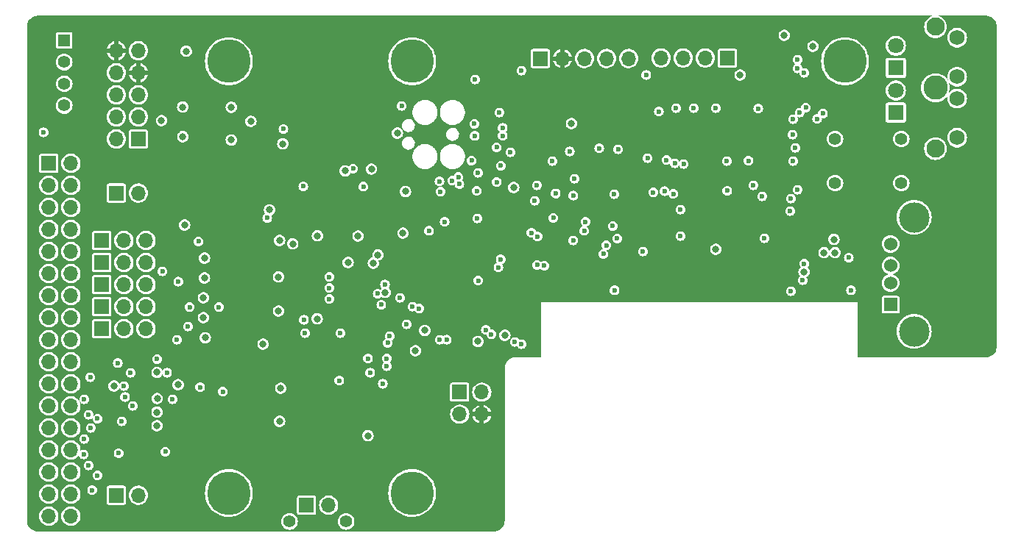
<source format=gbr>
%TF.GenerationSoftware,KiCad,Pcbnew,7.0.7-7.0.7~ubuntu23.04.1*%
%TF.CreationDate,2023-09-24T09:12:25+02:00*%
%TF.ProjectId,SweFlops,53776546-6c6f-4707-932e-6b696361645f,1.03*%
%TF.SameCoordinates,PX6312cb0PY6bcb370*%
%TF.FileFunction,Copper,L2,Inr*%
%TF.FilePolarity,Positive*%
%FSLAX46Y46*%
G04 Gerber Fmt 4.6, Leading zero omitted, Abs format (unit mm)*
G04 Created by KiCad (PCBNEW 7.0.7-7.0.7~ubuntu23.04.1) date 2023-09-24 09:12:25*
%MOMM*%
%LPD*%
G01*
G04 APERTURE LIST*
%TA.AperFunction,ComponentPad*%
%ADD10R,1.800000X1.800000*%
%TD*%
%TA.AperFunction,ComponentPad*%
%ADD11C,1.800000*%
%TD*%
%TA.AperFunction,ComponentPad*%
%ADD12R,1.700000X1.700000*%
%TD*%
%TA.AperFunction,ComponentPad*%
%ADD13O,1.700000X1.700000*%
%TD*%
%TA.AperFunction,ComponentPad*%
%ADD14C,2.100000*%
%TD*%
%TA.AperFunction,ComponentPad*%
%ADD15C,2.800000*%
%TD*%
%TA.AperFunction,ComponentPad*%
%ADD16C,1.750000*%
%TD*%
%TA.AperFunction,ComponentPad*%
%ADD17C,5.000000*%
%TD*%
%TA.AperFunction,ComponentPad*%
%ADD18C,1.400000*%
%TD*%
%TA.AperFunction,ComponentPad*%
%ADD19R,1.408000X1.408000*%
%TD*%
%TA.AperFunction,ComponentPad*%
%ADD20C,1.408000*%
%TD*%
%TA.AperFunction,ComponentPad*%
%ADD21R,1.524000X1.524000*%
%TD*%
%TA.AperFunction,ComponentPad*%
%ADD22C,1.524000*%
%TD*%
%TA.AperFunction,ComponentPad*%
%ADD23C,3.500000*%
%TD*%
%TA.AperFunction,ComponentPad*%
%ADD24C,1.397000*%
%TD*%
%TA.AperFunction,ViaPad*%
%ADD25C,0.600000*%
%TD*%
%TA.AperFunction,ViaPad*%
%ADD26C,0.800000*%
%TD*%
G04 APERTURE END LIST*
D10*
%TO.N,/~{selx}*%
%TO.C,LD1*%
X91313000Y51628000D03*
D11*
%TO.N,Net-(LD1-A)*%
X91313000Y54168000D03*
%TD*%
D12*
%TO.N,GND*%
%TO.C,P1*%
X-6096000Y40640000D03*
D13*
%TO.N,/~{dskchg}*%
X-3556000Y40640000D03*
%TO.N,GND*%
X-6096000Y38100000D03*
%TO.N,/~{inuse}*%
X-3556000Y38100000D03*
%TO.N,GND*%
X-6096000Y35560000D03*
%TO.N,/~{sel3}*%
X-3556000Y35560000D03*
%TO.N,GND*%
X-6096000Y33020000D03*
%TO.N,/~{index}*%
X-3556000Y33020000D03*
%TO.N,GND*%
X-6096000Y30480000D03*
%TO.N,/~{sel0}*%
X-3556000Y30480000D03*
%TO.N,GND*%
X-6096000Y27940000D03*
%TO.N,/~{sel1}*%
X-3556000Y27940000D03*
%TO.N,GND*%
X-6096000Y25400000D03*
%TO.N,/~{sel2}*%
X-3556000Y25400000D03*
%TO.N,GND*%
X-6096000Y22860000D03*
%TO.N,/~{mtron}*%
X-3556000Y22860000D03*
%TO.N,GND*%
X-6096000Y20320000D03*
%TO.N,/dir*%
X-3556000Y20320000D03*
%TO.N,GND*%
X-6096000Y17780000D03*
%TO.N,/~{step}*%
X-3556000Y17780000D03*
%TO.N,GND*%
X-6096000Y15240000D03*
%TO.N,/~{wdata}*%
X-3556000Y15240000D03*
%TO.N,GND*%
X-6096000Y12700000D03*
%TO.N,/~{wgate}*%
X-3556000Y12700000D03*
%TO.N,GND*%
X-6096000Y10160000D03*
%TO.N,/~{trk0}*%
X-3556000Y10160000D03*
%TO.N,GND*%
X-6096000Y7620000D03*
%TO.N,/~{wprot}*%
X-3556000Y7620000D03*
%TO.N,GND*%
X-6096000Y5080000D03*
%TO.N,/~{rdata}*%
X-3556000Y5080000D03*
%TO.N,GND*%
X-6096000Y2540000D03*
%TO.N,/~{side}*%
X-3556000Y2540000D03*
%TO.N,GND*%
X-6096000Y0D03*
%TO.N,/~{rdy}*%
X-3556000Y0D03*
%TD*%
D14*
%TO.N,*%
%TO.C,S3*%
X95874000Y56350000D03*
D15*
X95874000Y49340000D03*
D16*
%TO.N,GND*%
X98364000Y55100000D03*
%TO.N,/bt_right*%
X98364000Y50600000D03*
%TD*%
D15*
%TO.N,*%
%TO.C,S4*%
X95874000Y49340000D03*
D14*
X95874000Y42330000D03*
D16*
%TO.N,GND*%
X98364000Y48090000D03*
%TO.N,/bt_left*%
X98364000Y43590000D03*
%TD*%
D17*
%TO.N,GND*%
%TO.C,H1*%
X14605000Y52387500D03*
%TD*%
%TO.N,GND*%
%TO.C,H2*%
X35687000Y52387500D03*
%TD*%
%TO.N,GND*%
%TO.C,H3*%
X14605000Y2667000D03*
%TD*%
%TO.N,GND*%
%TO.C,H4*%
X35687000Y2667000D03*
%TD*%
%TO.N,GND*%
%TO.C,H5*%
X85471000Y52387500D03*
%TD*%
D10*
%TO.N,/~{sely}*%
%TO.C,LD2*%
X91313000Y46482000D03*
D11*
%TO.N,Net-(LD2-A)*%
X91313000Y49022000D03*
%TD*%
D18*
%TO.N,/spk+*%
%TO.C,SPK1*%
X21590000Y-605000D03*
%TO.N,/spk-*%
X28090000Y-605000D03*
%TD*%
D12*
%TO.N,GND*%
%TO.C,P6*%
X50419000Y52705000D03*
D13*
%TO.N,+3V3*%
X52959000Y52705000D03*
%TO.N,/ja*%
X55499000Y52705000D03*
%TO.N,/enc_dt*%
X58039000Y52705000D03*
%TO.N,/enc_clk*%
X60579000Y52705000D03*
%TD*%
D12*
%TO.N,/~{selx}*%
%TO.C,PA5*%
X0Y31750000D03*
D13*
%TO.N,/~{sel0}*%
X2540000Y31750000D03*
%TO.N,/~{sely}*%
X5080000Y31750000D03*
%TD*%
D12*
%TO.N,/~{selx}*%
%TO.C,PB5*%
X0Y29210000D03*
D13*
%TO.N,/~{sel1}*%
X2540000Y29210000D03*
%TO.N,/~{sely}*%
X5080000Y29210000D03*
%TD*%
D12*
%TO.N,/~{selx}*%
%TO.C,PC5*%
X0Y26670000D03*
D13*
%TO.N,/~{sel2}*%
X2540000Y26670000D03*
%TO.N,/~{sely}*%
X5080000Y26670000D03*
%TD*%
D12*
%TO.N,/~{selx}*%
%TO.C,PD5*%
X0Y21590000D03*
D13*
%TO.N,/~{mtron}*%
X2540000Y21590000D03*
%TO.N,/~{sely}*%
X5080000Y21590000D03*
%TD*%
D19*
%TO.N,unconnected-(P2-Pin_1-Pad1)*%
%TO.C,P2*%
X-4336000Y54790000D03*
D20*
%TO.N,GND*%
X-4336000Y52290000D03*
X-4336000Y49790000D03*
%TO.N,+5V*%
X-4336000Y47290000D03*
%TD*%
D12*
%TO.N,/nrst*%
%TO.C,P4*%
X4201000Y43434000D03*
D13*
%TO.N,GND*%
X1661000Y43434000D03*
%TO.N,/rx*%
X4201000Y45974000D03*
%TO.N,+5V*%
X1661000Y45974000D03*
%TO.N,/tx*%
X4201000Y48514000D03*
%TO.N,GND*%
X1661000Y48514000D03*
%TO.N,+3V3*%
X4201000Y51054000D03*
%TO.N,GND*%
X1661000Y51054000D03*
%TO.N,/boot0*%
X4201000Y53594000D03*
%TO.N,+3V3*%
X1661000Y53594000D03*
%TD*%
D12*
%TO.N,/jc*%
%TO.C,P5*%
X1651000Y37211000D03*
D13*
%TO.N,GND*%
X4191000Y37211000D03*
%TD*%
D12*
%TO.N,/spk+*%
%TO.C,P9*%
X23540000Y1270000D03*
D13*
%TO.N,/spk-*%
X26080000Y1270000D03*
%TD*%
D12*
%TO.N,ESP32_IO0*%
%TO.C,P11*%
X71934000Y52760000D03*
D13*
%TO.N,ESP32_EN*%
X69394000Y52760000D03*
%TO.N,/esp32_tx*%
X66854000Y52760000D03*
%TO.N,/esp32_rx*%
X64314000Y52760000D03*
%TD*%
D12*
%TO.N,/~{selx}*%
%TO.C,PE5*%
X0Y24130000D03*
D13*
%TO.N,/~{sel3}*%
X2540000Y24130000D03*
%TO.N,/~{sely}*%
X5080000Y24130000D03*
%TD*%
D21*
%TO.N,+5V*%
%TO.C,USB1*%
X90714000Y24350000D03*
D22*
%TO.N,Net-(USB1-D-)*%
X90714000Y26850000D03*
%TO.N,Net-(USB1-D+)*%
X90714000Y28850000D03*
%TO.N,GND*%
X90714000Y31350000D03*
D23*
X93424000Y21280000D03*
X93424000Y34420000D03*
%TD*%
D24*
%TO.N,ESP32_IO0*%
%TO.C,S1*%
X84328000Y43434000D03*
X91948000Y43434000D03*
%TO.N,GND*%
X84328000Y38354000D03*
X91948000Y38354000D03*
%TD*%
D12*
%TO.N,/~{sel3}*%
%TO.C,P10*%
X1651000Y2413000D03*
D13*
%TO.N,/~{rdy}*%
X4191000Y2413000D03*
%TD*%
D12*
%TO.N,/disp_dio*%
%TO.C,J3*%
X41154000Y14280000D03*
D13*
%TO.N,/disp_clk*%
X43694000Y14280000D03*
%TO.N,GND*%
X41154000Y11740000D03*
%TO.N,+3V3*%
X43694000Y11740000D03*
%TD*%
D25*
%TO.N,GND*%
X74374000Y40930000D03*
X-1117600Y2997200D03*
D26*
X78486000Y55372000D03*
D25*
X79248000Y25908000D03*
X42926000Y50292000D03*
D26*
X6864000Y45550000D03*
X33994000Y44110000D03*
D25*
X75946000Y36830000D03*
X75484000Y46940000D03*
X8789461Y27004254D03*
X66040000Y46990000D03*
D26*
X54014000Y45210000D03*
D25*
X13462000Y24079200D03*
X71924000Y37470000D03*
X7315200Y7416800D03*
X63404000Y37290000D03*
X52194000Y37160000D03*
D26*
X37137808Y21401906D03*
X9702800Y53543200D03*
X43259000Y20116002D03*
X24793153Y32286153D03*
D25*
X58970500Y26006788D03*
X66548000Y32258000D03*
X2286000Y10922000D03*
X11114000Y31630000D03*
X54204000Y31760000D03*
X43180000Y34290000D03*
X45720000Y46482000D03*
X42829539Y45186576D03*
D26*
X20574000Y14732000D03*
D25*
X20878800Y44602400D03*
D26*
X81788000Y54102000D03*
X80761720Y28134040D03*
X20804000Y42880000D03*
X83058000Y30353000D03*
D25*
X48260000Y51308000D03*
X76200000Y32004000D03*
D26*
X29464000Y32258000D03*
D25*
X62754000Y41240000D03*
X62230000Y30480000D03*
D26*
X70612000Y30734000D03*
D25*
X-6705600Y44196000D03*
D26*
X20320000Y27559000D03*
X18542000Y19812000D03*
X73406000Y50800000D03*
D25*
X-2032000Y13462000D03*
X64054000Y46600000D03*
X-1320800Y16002000D03*
X62611000Y50800000D03*
D26*
X21954000Y31370000D03*
D25*
X80010000Y37592000D03*
X6959600Y28194000D03*
X10109200Y24079200D03*
X45872400Y29565600D03*
D26*
X20447000Y10922000D03*
X19278600Y35280600D03*
X27986037Y39773883D03*
X9525469Y33528746D03*
X9304000Y47120000D03*
X9314000Y43710000D03*
X24764994Y22733000D03*
X20447000Y31750000D03*
X20320000Y23622000D03*
X28315649Y29215351D03*
D25*
X8128000Y13462000D03*
D26*
X36068000Y19050000D03*
D25*
X70612000Y46990000D03*
D26*
X31753219Y30085000D03*
D25*
X-1524000Y11684000D03*
D26*
X30607000Y9271000D03*
X84201000Y31877000D03*
X47371000Y37846000D03*
D25*
X51816000Y40894000D03*
X-2032000Y8890000D03*
D26*
X32598772Y25767966D03*
D25*
X1828800Y17627600D03*
D26*
X34633629Y32598533D03*
X34916051Y37388018D03*
X31004000Y39970000D03*
D25*
X35052000Y22098000D03*
X49784000Y36322000D03*
X-1524000Y5842000D03*
D26*
X46355000Y20828000D03*
D25*
X1930400Y7264400D03*
X54224000Y36920000D03*
X68072000Y46990000D03*
X66548000Y35306000D03*
X58928000Y37084000D03*
%TO.N,/nrst*%
X34474000Y47250000D03*
X46990000Y41910000D03*
X50038000Y38100000D03*
X74930000Y38100000D03*
X23174000Y37980000D03*
D26*
%TO.N,+3V3*%
X34539750Y27814250D03*
D25*
X11912600Y36169600D03*
X18262600Y36169600D03*
D26*
X39624000Y22987000D03*
X42006314Y19000996D03*
X85648800Y45720000D03*
D25*
X18262600Y41249600D03*
X13182600Y37439600D03*
X18262600Y39979600D03*
X19532600Y39979600D03*
D26*
X37274000Y13150000D03*
D25*
X8102600Y39979600D03*
D26*
X50574000Y46610000D03*
D25*
X10642600Y41249600D03*
X18262600Y38709600D03*
D26*
X42054782Y44728584D03*
D25*
X15722600Y36169600D03*
D26*
X46711800Y24673906D03*
X50584000Y48565000D03*
D25*
X15722600Y38709600D03*
X16992600Y37439600D03*
D26*
X43354000Y42890000D03*
D25*
X13182600Y38709600D03*
X16992600Y38709600D03*
X14452600Y36169600D03*
D26*
X85598000Y46736000D03*
D25*
X80283980Y29952030D03*
X8102600Y34899600D03*
X8102600Y37439600D03*
D26*
X36830000Y38354000D03*
D25*
X16992600Y36169600D03*
X11912600Y41249600D03*
X11912600Y39979600D03*
X8102600Y38709600D03*
X15722600Y37439600D03*
X9372600Y41249600D03*
D26*
X34228114Y35117460D03*
D25*
X14452600Y38709600D03*
D26*
X47498000Y35116486D03*
D25*
X8102600Y36169600D03*
X19298534Y41065199D03*
X11912600Y37439600D03*
X11912600Y38709600D03*
X9372600Y39979600D03*
X13182600Y36169600D03*
X9372600Y38709600D03*
X10642600Y38709600D03*
D26*
X25792009Y39797299D03*
X82804000Y33528000D03*
D25*
X18262600Y37439600D03*
X14452600Y37439600D03*
X8102600Y41249600D03*
X19532600Y38709600D03*
D26*
X54997283Y26409717D03*
D25*
X10642600Y39979600D03*
D26*
%TO.N,+5V*%
X8770894Y15145000D03*
D25*
X19010746Y34343111D03*
D26*
X6345347Y10418653D03*
X1394207Y14988793D03*
X14884000Y43330000D03*
X11684000Y22860000D03*
X31226407Y29147593D03*
X84328000Y30353000D03*
X11684000Y25146000D03*
X11811000Y27432000D03*
X14884000Y47090000D03*
X11811000Y29718000D03*
X6350000Y16563002D03*
X17134002Y45470000D03*
X11884501Y20553904D03*
X6364267Y13552000D03*
X6344368Y11975000D03*
D25*
%TO.N,/disp_clk*%
X44160000Y21463000D03*
X55629000Y33909000D03*
%TO.N,/disp_dio*%
X55474000Y32870000D03*
X44786240Y20953252D03*
%TO.N,/~{selx}*%
X79451200Y43942000D03*
X34295165Y25150238D03*
X6350000Y18085000D03*
X30607000Y18161000D03*
%TO.N,/~{mtron}*%
X45417723Y38481157D03*
X8636000Y20320000D03*
%TO.N,/dir*%
X32766000Y18161000D03*
%TO.N,/~{step}*%
X3302000Y16510000D03*
X30861000Y16510000D03*
X7493000Y16510000D03*
%TO.N,/~{wdata}*%
X-508000Y11226800D03*
X51932500Y34338500D03*
%TO.N,/~{wgate}*%
X2667000Y13716000D03*
X23368000Y21082000D03*
X23241000Y22606000D03*
X38949793Y37370323D03*
X27305000Y15621000D03*
X27432000Y21082000D03*
X2539992Y14986000D03*
%TO.N,/~{trk0}*%
X-1270000Y10160000D03*
X11303000Y14859000D03*
%TO.N,/~{wprot}*%
X3556000Y12700000D03*
%TO.N,/~{rdata}*%
X13919200Y14340500D03*
X-2082800Y7112000D03*
%TO.N,/~{side}*%
X32315500Y15240000D03*
X-508000Y4699000D03*
X43264000Y39540000D03*
X35721777Y24131653D03*
%TO.N,/rx*%
X46101000Y43815000D03*
%TO.N,/tx*%
X46101000Y44704000D03*
%TO.N,/ja*%
X53814000Y41990000D03*
%TO.N,/jc*%
X32766000Y17272000D03*
%TO.N,/usb+*%
X80594525Y27177500D03*
X49403000Y32639000D03*
%TO.N,/usb-*%
X50104255Y32212029D03*
X80772000Y29078000D03*
%TO.N,/~{index_3v3}*%
X26162000Y27559000D03*
X38838648Y38558269D03*
%TO.N,/~{trk0_3v3}*%
X41125138Y38254509D03*
X26162000Y26289000D03*
%TO.N,/~{wprot_3v3}*%
X26162000Y25019000D03*
X40994506Y39045000D03*
%TO.N,/~{rdy_3v3}*%
X43112017Y37467741D03*
X32133500Y24354000D03*
%TO.N,/~{rdata_3v3}*%
X32862775Y19965594D03*
X31710368Y25623942D03*
%TO.N,/~{dskchg_3v3}*%
X32564508Y26667316D03*
X40300695Y38646715D03*
%TO.N,/~{SD_DETECT}*%
X54356000Y38862000D03*
X79502000Y40894000D03*
%TO.N,/~{sely}*%
X33107536Y20740464D03*
X9906000Y21844000D03*
X36490917Y23913413D03*
X79756000Y42418000D03*
%TO.N,/usb-r*%
X85902800Y29768800D03*
X86156800Y26009600D03*
%TO.N,/bt_right*%
X82260643Y45755356D03*
X50057387Y28926323D03*
%TO.N,/bt_left*%
X82931000Y46382807D03*
X50879850Y28839500D03*
%TO.N,/io2*%
X79154411Y35145589D03*
X38862000Y20320000D03*
X57685320Y30198679D03*
X48260000Y19812000D03*
%TO.N,/io1*%
X47498000Y20066000D03*
X79248000Y36576000D03*
X58018765Y31188558D03*
X39662003Y20320000D03*
%TO.N,/spi_do*%
X59370805Y42251264D03*
X57211288Y42376393D03*
X28894000Y40020000D03*
X39424000Y33900000D03*
%TO.N,/spi_di*%
X30084000Y37950000D03*
X45614000Y28660000D03*
X37630530Y32866530D03*
X43278035Y27124351D03*
%TO.N,/swdio*%
X45414000Y42470000D03*
X42884000Y43790000D03*
%TO.N,/swclk*%
X45884000Y40350000D03*
X42524000Y40950000D03*
%TO.N,/esp32_tx*%
X65894000Y40640000D03*
X65734000Y37120000D03*
X58754000Y33420000D03*
%TO.N,/esp32_rx*%
X59272745Y31970031D03*
X64944000Y41020000D03*
X64724000Y37430000D03*
%TO.N,Net-(D3-A)*%
X80772000Y51054000D03*
X80965411Y47050589D03*
%TO.N,ESP32_EN*%
X66914000Y40560000D03*
%TO.N,ESP32_IO0*%
X71882000Y40894000D03*
%TO.N,Net-(D4-A)*%
X80010000Y51562000D03*
X80264000Y46482000D03*
%TO.N,Net-(D5-A)*%
X79502000Y45720000D03*
X80010000Y52578000D03*
%TD*%
%TA.AperFunction,Conductor*%
%TO.N,+3V3*%
G36*
X95503124Y57624955D02*
G01*
X95511396Y57621528D01*
X95514822Y57613254D01*
X95511395Y57604981D01*
X95506150Y57601954D01*
X95426131Y57580513D01*
X95219260Y57484047D01*
X95032285Y57353125D01*
X95032275Y57353117D01*
X94870883Y57191725D01*
X94870875Y57191715D01*
X94739953Y57004740D01*
X94643487Y56797869D01*
X94584411Y56577395D01*
X94584410Y56577388D01*
X94564517Y56350006D01*
X94564517Y56349995D01*
X94584410Y56122613D01*
X94584411Y56122606D01*
X94643487Y55902132D01*
X94686822Y55809201D01*
X94739954Y55695258D01*
X94870878Y55508281D01*
X95032281Y55346878D01*
X95219258Y55215954D01*
X95426130Y55119488D01*
X95493597Y55101411D01*
X95646605Y55060412D01*
X95646609Y55060412D01*
X95646611Y55060411D01*
X95684509Y55057096D01*
X95873995Y55040517D01*
X95874000Y55040517D01*
X95874005Y55040517D01*
X96036420Y55054728D01*
X96101389Y55060411D01*
X96101391Y55060412D01*
X96101394Y55060412D01*
X96223977Y55093258D01*
X96249139Y55100000D01*
X97229661Y55100000D01*
X97248974Y54891572D01*
X97248977Y54891559D01*
X97306260Y54690226D01*
X97306262Y54690223D01*
X97399564Y54502851D01*
X97399566Y54502847D01*
X97525713Y54335801D01*
X97525715Y54335799D01*
X97525716Y54335798D01*
X97680406Y54194780D01*
X97680405Y54194780D01*
X97680407Y54194779D01*
X97680408Y54194778D01*
X97858382Y54084581D01*
X97858385Y54084580D01*
X97858388Y54084578D01*
X97986575Y54034919D01*
X98053573Y54008964D01*
X98259336Y53970500D01*
X98259339Y53970500D01*
X98468661Y53970500D01*
X98468664Y53970500D01*
X98674427Y54008964D01*
X98854386Y54078680D01*
X98869611Y54084578D01*
X98869612Y54084579D01*
X98869618Y54084581D01*
X99047592Y54194778D01*
X99202287Y54335801D01*
X99328434Y54502847D01*
X99421740Y54690229D01*
X99479025Y54891566D01*
X99498339Y55100000D01*
X99479025Y55308434D01*
X99421740Y55509771D01*
X99421739Y55509775D01*
X99421737Y55509778D01*
X99338228Y55677484D01*
X99328434Y55697153D01*
X99202287Y55864199D01*
X99160676Y55902132D01*
X99047593Y56005221D01*
X99047594Y56005221D01*
X98973503Y56051096D01*
X98869618Y56115419D01*
X98869616Y56115420D01*
X98869611Y56115423D01*
X98674428Y56191036D01*
X98605839Y56203858D01*
X98468664Y56229500D01*
X98259336Y56229500D01*
X98156454Y56210268D01*
X98053571Y56191036D01*
X97858388Y56115423D01*
X97680406Y56005221D01*
X97525716Y55864203D01*
X97399567Y55697155D01*
X97399564Y55697150D01*
X97306262Y55509778D01*
X97306260Y55509775D01*
X97248977Y55308442D01*
X97248974Y55308429D01*
X97229661Y55100001D01*
X97229661Y55100000D01*
X96249139Y55100000D01*
X96321870Y55119488D01*
X96528742Y55215954D01*
X96715719Y55346878D01*
X96877122Y55508281D01*
X97008046Y55695258D01*
X97104512Y55902130D01*
X97163589Y56122611D01*
X97183483Y56350000D01*
X97183483Y56350006D01*
X97163589Y56577388D01*
X97163588Y56577395D01*
X97104512Y56797869D01*
X97036306Y56944138D01*
X97008046Y57004741D01*
X96877122Y57191719D01*
X96715719Y57353122D01*
X96528742Y57484046D01*
X96517664Y57489212D01*
X96321868Y57580513D01*
X96242051Y57601900D01*
X96234946Y57607351D01*
X96233778Y57616229D01*
X96239229Y57623334D01*
X96245078Y57624901D01*
X101684353Y57624502D01*
X101684359Y57624500D01*
X101685715Y57624500D01*
X101693769Y57624500D01*
X101694228Y57624482D01*
X101708815Y57623334D01*
X101887772Y57609250D01*
X101889569Y57608966D01*
X102041696Y57572443D01*
X102077680Y57563804D01*
X102079426Y57563236D01*
X102168781Y57526224D01*
X102258139Y57489211D01*
X102259770Y57488381D01*
X102308501Y57458519D01*
X102424710Y57387305D01*
X102426196Y57386226D01*
X102573293Y57260592D01*
X102574591Y57259294D01*
X102700225Y57112197D01*
X102701304Y57110711D01*
X102802378Y56945774D01*
X102803211Y56944138D01*
X102877235Y56765427D01*
X102877803Y56763681D01*
X102922963Y56575578D01*
X102923250Y56573765D01*
X102938481Y56380230D01*
X102938499Y56379771D01*
X102938498Y19555962D01*
X102938500Y19555957D01*
X102938500Y19550231D01*
X102938482Y19549772D01*
X102923250Y19356236D01*
X102922963Y19354423D01*
X102877803Y19166320D01*
X102877235Y19164574D01*
X102803211Y18985863D01*
X102802378Y18984227D01*
X102701304Y18819290D01*
X102700225Y18817804D01*
X102574591Y18670707D01*
X102573293Y18669409D01*
X102426196Y18543775D01*
X102424710Y18542696D01*
X102259773Y18441622D01*
X102258137Y18440789D01*
X102079426Y18366765D01*
X102077680Y18366197D01*
X101889577Y18321037D01*
X101887764Y18320750D01*
X101694228Y18305518D01*
X101693769Y18305500D01*
X86905200Y18305500D01*
X86896927Y18308927D01*
X86893500Y18317200D01*
X86893500Y21279998D01*
X91414380Y21279998D01*
X91434834Y20994005D01*
X91495784Y20713825D01*
X91595984Y20445176D01*
X91733399Y20193518D01*
X91905229Y19963981D01*
X91905238Y19963971D01*
X92107970Y19761239D01*
X92107980Y19761230D01*
X92234572Y19666464D01*
X92337517Y19589400D01*
X92589174Y19451985D01*
X92857825Y19351784D01*
X93138001Y19290835D01*
X93309600Y19278562D01*
X93423998Y19270380D01*
X93424000Y19270380D01*
X93424002Y19270380D01*
X93519332Y19277199D01*
X93709999Y19290835D01*
X93990175Y19351784D01*
X94258826Y19451985D01*
X94510483Y19589400D01*
X94740021Y19761231D01*
X94942769Y19963979D01*
X95114600Y20193517D01*
X95252015Y20445174D01*
X95352216Y20713825D01*
X95413165Y20994001D01*
X95433620Y21280000D01*
X95433570Y21280693D01*
X95420532Y21463000D01*
X95413165Y21565999D01*
X95352216Y21846175D01*
X95252015Y22114826D01*
X95114600Y22366483D01*
X95045121Y22459296D01*
X94942770Y22596020D01*
X94942761Y22596030D01*
X94740029Y22798762D01*
X94740019Y22798771D01*
X94510482Y22970601D01*
X94258824Y23108016D01*
X93990175Y23208216D01*
X93709995Y23269166D01*
X93424002Y23289620D01*
X93423998Y23289620D01*
X93138004Y23269166D01*
X92857824Y23208216D01*
X92589175Y23108016D01*
X92337517Y22970601D01*
X92107980Y22798771D01*
X92107970Y22798762D01*
X91905238Y22596030D01*
X91905229Y22596020D01*
X91733399Y22366483D01*
X91595984Y22114825D01*
X91495784Y21846176D01*
X91434834Y21565996D01*
X91414380Y21280003D01*
X91414380Y21279998D01*
X86893500Y21279998D01*
X86893500Y23562934D01*
X89697500Y23562934D01*
X89712265Y23488700D01*
X89712266Y23488699D01*
X89768516Y23404516D01*
X89852699Y23348266D01*
X89926933Y23333500D01*
X91501066Y23333501D01*
X91575301Y23348266D01*
X91659484Y23404516D01*
X91715734Y23488699D01*
X91730500Y23562933D01*
X91730499Y25137066D01*
X91729998Y25139583D01*
X91715734Y25211301D01*
X91715733Y25211302D01*
X91710098Y25219735D01*
X91659484Y25295484D01*
X91647065Y25303782D01*
X91575301Y25351734D01*
X91575296Y25351735D01*
X91501067Y25366500D01*
X91501066Y25366500D01*
X89926933Y25366500D01*
X89852699Y25351735D01*
X89852698Y25351734D01*
X89768516Y25295485D01*
X89768515Y25295484D01*
X89712266Y25211302D01*
X89697500Y25137067D01*
X89697500Y23562934D01*
X86893500Y23562934D01*
X86893500Y24630601D01*
X86894391Y24635079D01*
X86895601Y24638000D01*
X86887517Y24657517D01*
X86873072Y24663500D01*
X86868000Y24665601D01*
X86865079Y24664391D01*
X86860601Y24663500D01*
X50553399Y24663500D01*
X50548921Y24664391D01*
X50546000Y24665601D01*
X50540928Y24663500D01*
X50533705Y24660509D01*
X50526482Y24657517D01*
X50518399Y24638000D01*
X50519609Y24635079D01*
X50520500Y24630601D01*
X50520500Y18325200D01*
X50517073Y18316927D01*
X50508800Y18313500D01*
X47523041Y18313500D01*
X47321643Y18281603D01*
X47321631Y18281600D01*
X47127705Y18218589D01*
X46946003Y18126008D01*
X46781047Y18006160D01*
X46781031Y18006146D01*
X46636854Y17861969D01*
X46636840Y17861953D01*
X46516992Y17696997D01*
X46424411Y17515295D01*
X46361400Y17321369D01*
X46361397Y17321357D01*
X46329500Y17119959D01*
X46329500Y-507769D01*
X46329482Y-508228D01*
X46314250Y-701764D01*
X46313963Y-703577D01*
X46268803Y-891680D01*
X46268235Y-893426D01*
X46194211Y-1072137D01*
X46193378Y-1073773D01*
X46092304Y-1238710D01*
X46091225Y-1240196D01*
X45965591Y-1387293D01*
X45964293Y-1388591D01*
X45817196Y-1514225D01*
X45815710Y-1515304D01*
X45650773Y-1616378D01*
X45649137Y-1617211D01*
X45470426Y-1691235D01*
X45468680Y-1691803D01*
X45280577Y-1736963D01*
X45278764Y-1737250D01*
X45085228Y-1752482D01*
X45084769Y-1752500D01*
X-7365769Y-1752500D01*
X-7366228Y-1752482D01*
X-7559765Y-1737250D01*
X-7561578Y-1736963D01*
X-7749681Y-1691803D01*
X-7751427Y-1691235D01*
X-7930138Y-1617211D01*
X-7931774Y-1616378D01*
X-8096711Y-1515304D01*
X-8098197Y-1514225D01*
X-8245294Y-1388591D01*
X-8246592Y-1387293D01*
X-8372226Y-1240196D01*
X-8373305Y-1238710D01*
X-8474379Y-1073773D01*
X-8475212Y-1072137D01*
X-8477387Y-1066887D01*
X-8549236Y-893426D01*
X-8549804Y-891680D01*
X-8573706Y-792123D01*
X-8594966Y-703569D01*
X-8595250Y-701772D01*
X-8610482Y-508228D01*
X-8610500Y-507769D01*
X-8610500Y0D01*
X-7205232Y0D01*
X-7186346Y-203815D01*
X-7186343Y-203828D01*
X-7130328Y-400704D01*
X-7130326Y-400707D01*
X-7076786Y-508228D01*
X-7039088Y-583935D01*
X-6915732Y-747285D01*
X-6915730Y-747287D01*
X-6915729Y-747288D01*
X-6764464Y-885184D01*
X-6764465Y-885184D01*
X-6764463Y-885185D01*
X-6764462Y-885186D01*
X-6590427Y-992944D01*
X-6590424Y-992945D01*
X-6590421Y-992947D01*
X-6447274Y-1048402D01*
X-6399556Y-1066888D01*
X-6198347Y-1104500D01*
X-6198344Y-1104500D01*
X-5993656Y-1104500D01*
X-5993653Y-1104500D01*
X-5792444Y-1066888D01*
X-5662642Y-1016602D01*
X-5601580Y-992947D01*
X-5601579Y-992946D01*
X-5601573Y-992944D01*
X-5427538Y-885186D01*
X-5276268Y-747285D01*
X-5152912Y-583935D01*
X-5061672Y-400701D01*
X-5005655Y-203821D01*
X-4986768Y0D01*
X-4665232Y0D01*
X-4646346Y-203815D01*
X-4646343Y-203828D01*
X-4590328Y-400704D01*
X-4590326Y-400707D01*
X-4536786Y-508228D01*
X-4499088Y-583935D01*
X-4375732Y-747285D01*
X-4375730Y-747287D01*
X-4375729Y-747288D01*
X-4224464Y-885184D01*
X-4224465Y-885184D01*
X-4224463Y-885185D01*
X-4224462Y-885186D01*
X-4050427Y-992944D01*
X-4050424Y-992945D01*
X-4050421Y-992947D01*
X-3907274Y-1048402D01*
X-3859556Y-1066888D01*
X-3658347Y-1104500D01*
X-3658344Y-1104500D01*
X-3453656Y-1104500D01*
X-3453653Y-1104500D01*
X-3252444Y-1066888D01*
X-3122642Y-1016602D01*
X-3061580Y-992947D01*
X-3061579Y-992946D01*
X-3061573Y-992944D01*
X-2887538Y-885186D01*
X-2736268Y-747285D01*
X-2628820Y-605000D01*
X20630882Y-605000D01*
X20649311Y-792114D01*
X20649313Y-792123D01*
X20703890Y-972036D01*
X20703892Y-972042D01*
X20792518Y-1137850D01*
X20792524Y-1137860D01*
X20911798Y-1283197D01*
X20911802Y-1283201D01*
X21057139Y-1402475D01*
X21057149Y-1402481D01*
X21222957Y-1491107D01*
X21222961Y-1491109D01*
X21402885Y-1545689D01*
X21590000Y-1564118D01*
X21777115Y-1545689D01*
X21957039Y-1491109D01*
X22122857Y-1402477D01*
X22122857Y-1402476D01*
X22122860Y-1402475D01*
X22268197Y-1283201D01*
X22268201Y-1283197D01*
X22387475Y-1137860D01*
X22387481Y-1137850D01*
X22476107Y-972042D01*
X22476109Y-972039D01*
X22530689Y-792115D01*
X22549118Y-605000D01*
X27130882Y-605000D01*
X27149311Y-792114D01*
X27149313Y-792123D01*
X27203890Y-972036D01*
X27203892Y-972042D01*
X27292518Y-1137850D01*
X27292524Y-1137860D01*
X27411798Y-1283197D01*
X27411802Y-1283201D01*
X27557139Y-1402475D01*
X27557149Y-1402481D01*
X27722957Y-1491107D01*
X27722961Y-1491109D01*
X27902885Y-1545689D01*
X28090000Y-1564118D01*
X28277115Y-1545689D01*
X28457039Y-1491109D01*
X28622857Y-1402477D01*
X28622857Y-1402476D01*
X28622860Y-1402475D01*
X28768197Y-1283201D01*
X28768201Y-1283197D01*
X28887475Y-1137860D01*
X28887481Y-1137850D01*
X28976107Y-972042D01*
X28976109Y-972039D01*
X29030689Y-792115D01*
X29049118Y-605000D01*
X29030689Y-417885D01*
X28976109Y-237961D01*
X28976107Y-237957D01*
X28887481Y-72149D01*
X28887475Y-72139D01*
X28768201Y73198D01*
X28768197Y73202D01*
X28622860Y192476D01*
X28622850Y192482D01*
X28457042Y281108D01*
X28457036Y281110D01*
X28277123Y335687D01*
X28277117Y335689D01*
X28277115Y335689D01*
X28090000Y354118D01*
X28089999Y354118D01*
X27902885Y335689D01*
X27902876Y335687D01*
X27722963Y281110D01*
X27722957Y281108D01*
X27557149Y192482D01*
X27557139Y192476D01*
X27411802Y73202D01*
X27411798Y73198D01*
X27292524Y-72139D01*
X27292518Y-72149D01*
X27203892Y-237957D01*
X27203890Y-237963D01*
X27149313Y-417876D01*
X27149311Y-417885D01*
X27130882Y-605000D01*
X22549118Y-605000D01*
X22530689Y-417885D01*
X22476109Y-237961D01*
X22476107Y-237957D01*
X22387481Y-72149D01*
X22387475Y-72139D01*
X22268201Y73198D01*
X22268197Y73202D01*
X22122860Y192476D01*
X22122850Y192482D01*
X21957042Y281108D01*
X21957036Y281110D01*
X21777123Y335687D01*
X21777117Y335689D01*
X21777115Y335689D01*
X21590000Y354118D01*
X21589999Y354118D01*
X21402885Y335689D01*
X21402876Y335687D01*
X21222963Y281110D01*
X21222957Y281108D01*
X21057149Y192482D01*
X21057139Y192476D01*
X20911802Y73202D01*
X20911798Y73198D01*
X20792524Y-72139D01*
X20792518Y-72149D01*
X20703892Y-237957D01*
X20703890Y-237963D01*
X20649313Y-417876D01*
X20649311Y-417885D01*
X20630882Y-605000D01*
X-2628820Y-605000D01*
X-2612912Y-583935D01*
X-2521672Y-400701D01*
X-2465655Y-203821D01*
X-2446768Y0D01*
X-2465655Y203821D01*
X-2521672Y400701D01*
X-2521673Y400705D01*
X-2521675Y400708D01*
X-2566910Y491551D01*
X-2612912Y583935D01*
X-2736268Y747285D01*
X-2887537Y885185D01*
X-2887536Y885185D01*
X-2959987Y930045D01*
X-3061573Y992944D01*
X-3061575Y992945D01*
X-3061580Y992948D01*
X-3252443Y1066888D01*
X-3319514Y1079426D01*
X-3453653Y1104500D01*
X-3658347Y1104500D01*
X-3758952Y1085694D01*
X-3859558Y1066888D01*
X-4050421Y992948D01*
X-4224464Y885185D01*
X-4375729Y747289D01*
X-4499087Y583937D01*
X-4499090Y583932D01*
X-4590326Y400708D01*
X-4590328Y400705D01*
X-4646343Y203829D01*
X-4646346Y203816D01*
X-4665232Y1D01*
X-4665232Y0D01*
X-4986768Y0D01*
X-5005655Y203821D01*
X-5061672Y400701D01*
X-5061673Y400705D01*
X-5061675Y400708D01*
X-5106910Y491551D01*
X-5152912Y583935D01*
X-5276268Y747285D01*
X-5427537Y885185D01*
X-5427536Y885185D01*
X-5499987Y930045D01*
X-5601573Y992944D01*
X-5601575Y992945D01*
X-5601580Y992948D01*
X-5792443Y1066888D01*
X-5859514Y1079426D01*
X-5993653Y1104500D01*
X-6198347Y1104500D01*
X-6298952Y1085694D01*
X-6399558Y1066888D01*
X-6590421Y992948D01*
X-6764464Y885185D01*
X-6915729Y747289D01*
X-7039087Y583937D01*
X-7039090Y583932D01*
X-7130326Y400708D01*
X-7130328Y400705D01*
X-7186343Y203829D01*
X-7186346Y203816D01*
X-7205232Y1D01*
X-7205232Y0D01*
X-8610500Y0D01*
X-8610500Y2540000D01*
X-7205232Y2540000D01*
X-7186346Y2336185D01*
X-7186343Y2336172D01*
X-7130328Y2139296D01*
X-7130326Y2139293D01*
X-7064256Y2006609D01*
X-7039088Y1956065D01*
X-6915732Y1792715D01*
X-6776417Y1665712D01*
X-6764464Y1654816D01*
X-6764465Y1654816D01*
X-6764463Y1654815D01*
X-6764462Y1654814D01*
X-6590427Y1547056D01*
X-6590424Y1547055D01*
X-6590421Y1547053D01*
X-6447274Y1491598D01*
X-6399556Y1473112D01*
X-6198347Y1435500D01*
X-6198344Y1435500D01*
X-5993656Y1435500D01*
X-5993653Y1435500D01*
X-5792444Y1473112D01*
X-5625122Y1537933D01*
X-5601580Y1547053D01*
X-5601579Y1547054D01*
X-5601573Y1547056D01*
X-5427538Y1654814D01*
X-5276268Y1792715D01*
X-5152912Y1956065D01*
X-5061672Y2139299D01*
X-5005655Y2336179D01*
X-4986768Y2540000D01*
X-4665232Y2540000D01*
X-4646346Y2336185D01*
X-4646343Y2336172D01*
X-4590328Y2139296D01*
X-4590326Y2139293D01*
X-4524256Y2006609D01*
X-4499088Y1956065D01*
X-4375732Y1792715D01*
X-4236417Y1665712D01*
X-4224464Y1654816D01*
X-4224465Y1654816D01*
X-4224463Y1654815D01*
X-4224462Y1654814D01*
X-4050427Y1547056D01*
X-4050424Y1547055D01*
X-4050421Y1547053D01*
X-3907274Y1491598D01*
X-3859556Y1473112D01*
X-3658347Y1435500D01*
X-3658344Y1435500D01*
X-3453656Y1435500D01*
X-3453653Y1435500D01*
X-3252444Y1473112D01*
X-3085122Y1537933D01*
X-3085119Y1537934D01*
X546500Y1537934D01*
X561265Y1463700D01*
X561266Y1463699D01*
X614133Y1384578D01*
X617516Y1379516D01*
X701699Y1323266D01*
X775933Y1308500D01*
X2526066Y1308501D01*
X2600301Y1323266D01*
X2684484Y1379516D01*
X2740734Y1463699D01*
X2755500Y1537933D01*
X2755499Y2413000D01*
X3081768Y2413000D01*
X3100654Y2209185D01*
X3100657Y2209172D01*
X3156672Y2012296D01*
X3156674Y2012293D01*
X3235527Y1853937D01*
X3247912Y1829065D01*
X3371268Y1665715D01*
X3371270Y1665713D01*
X3371271Y1665712D01*
X3522536Y1527816D01*
X3522535Y1527816D01*
X3522537Y1527815D01*
X3522538Y1527814D01*
X3696573Y1420056D01*
X3696576Y1420055D01*
X3696579Y1420053D01*
X3839726Y1364599D01*
X3887444Y1346112D01*
X4088653Y1308500D01*
X4088656Y1308500D01*
X4293344Y1308500D01*
X4293347Y1308500D01*
X4494556Y1346112D01*
X4624358Y1396398D01*
X4685420Y1420053D01*
X4685421Y1420054D01*
X4685427Y1420056D01*
X4859462Y1527814D01*
X5010732Y1665715D01*
X5134088Y1829065D01*
X5225328Y2012299D01*
X5281345Y2209179D01*
X5300232Y2413000D01*
X5281345Y2616821D01*
X5267068Y2667000D01*
X11845465Y2667000D01*
X11865585Y2334375D01*
X11865585Y2334371D01*
X11865586Y2334368D01*
X11925649Y2006609D01*
X12024788Y1688459D01*
X12024789Y1688458D01*
X12024790Y1688455D01*
X12097088Y1527816D01*
X12161551Y1384584D01*
X12161554Y1384578D01*
X12198618Y1323266D01*
X12333947Y1099405D01*
X12539458Y837090D01*
X12775090Y601458D01*
X13037405Y395947D01*
X13322580Y223553D01*
X13626455Y86790D01*
X13944600Y-12348D01*
X13944603Y-12348D01*
X13944608Y-12350D01*
X14108487Y-42381D01*
X14272375Y-72415D01*
X14605000Y-92535D01*
X14937625Y-72415D01*
X15157757Y-32074D01*
X15265391Y-12350D01*
X15265393Y-12349D01*
X15265400Y-12348D01*
X15583545Y86790D01*
X15887420Y223553D01*
X16170919Y394934D01*
X22435500Y394934D01*
X22450265Y320700D01*
X22450266Y320699D01*
X22476719Y281109D01*
X22506516Y236516D01*
X22590699Y180266D01*
X22664933Y165500D01*
X24415066Y165501D01*
X24489301Y180266D01*
X24573484Y236516D01*
X24629734Y320699D01*
X24644500Y394933D01*
X24644499Y1270000D01*
X24970768Y1270000D01*
X24989654Y1066185D01*
X24989657Y1066172D01*
X25045672Y869296D01*
X25045674Y869293D01*
X25106426Y747289D01*
X25136912Y686065D01*
X25260268Y522715D01*
X25394106Y400705D01*
X25411536Y384816D01*
X25411535Y384816D01*
X25411537Y384815D01*
X25411538Y384814D01*
X25585573Y277056D01*
X25585576Y277055D01*
X25585579Y277053D01*
X25723675Y223555D01*
X25776444Y203112D01*
X25977653Y165500D01*
X25977656Y165500D01*
X26182344Y165500D01*
X26182347Y165500D01*
X26383556Y203112D01*
X26513358Y253398D01*
X26574420Y277053D01*
X26574421Y277054D01*
X26574427Y277056D01*
X26748462Y384814D01*
X26899732Y522715D01*
X27023088Y686065D01*
X27114328Y869299D01*
X27170345Y1066179D01*
X27189232Y1270000D01*
X27170345Y1473821D01*
X27118848Y1654816D01*
X27114327Y1670705D01*
X27114325Y1670708D01*
X27069090Y1761551D01*
X27023088Y1853935D01*
X26899732Y2017285D01*
X26748463Y2155185D01*
X26748464Y2155185D01*
X26644911Y2219302D01*
X26574427Y2262944D01*
X26574425Y2262945D01*
X26574420Y2262948D01*
X26383557Y2336888D01*
X26316486Y2349426D01*
X26182347Y2374500D01*
X25977653Y2374500D01*
X25898661Y2359734D01*
X25776442Y2336888D01*
X25585579Y2262948D01*
X25411536Y2155185D01*
X25260271Y2017289D01*
X25136913Y1853937D01*
X25136910Y1853932D01*
X25045674Y1670708D01*
X25045672Y1670705D01*
X24989657Y1473829D01*
X24989654Y1473816D01*
X24970768Y1270001D01*
X24970768Y1270000D01*
X24644499Y1270000D01*
X24644499Y2145066D01*
X24642486Y2155185D01*
X24629734Y2219301D01*
X24629733Y2219302D01*
X24600569Y2262948D01*
X24573484Y2303484D01*
X24527263Y2334368D01*
X24489301Y2359734D01*
X24489296Y2359735D01*
X24415067Y2374500D01*
X24415066Y2374500D01*
X22664933Y2374500D01*
X22590699Y2359735D01*
X22590698Y2359734D01*
X22506516Y2303485D01*
X22506515Y2303484D01*
X22450266Y2219302D01*
X22435500Y2145067D01*
X22435500Y394934D01*
X16170919Y394934D01*
X16172595Y395947D01*
X16434910Y601458D01*
X16670542Y837090D01*
X16876053Y1099405D01*
X17048447Y1384580D01*
X17185210Y1688455D01*
X17284348Y2006600D01*
X17285392Y2012293D01*
X17311577Y2155186D01*
X17344415Y2334375D01*
X17364535Y2667000D01*
X32927465Y2667000D01*
X32947585Y2334375D01*
X32947585Y2334371D01*
X32947586Y2334368D01*
X33007649Y2006609D01*
X33106788Y1688459D01*
X33106789Y1688458D01*
X33106790Y1688455D01*
X33179088Y1527816D01*
X33243551Y1384584D01*
X33243554Y1384578D01*
X33280618Y1323266D01*
X33415947Y1099405D01*
X33621458Y837090D01*
X33857090Y601458D01*
X34119405Y395947D01*
X34404580Y223553D01*
X34708455Y86790D01*
X35026600Y-12348D01*
X35026603Y-12348D01*
X35026608Y-12350D01*
X35190487Y-42381D01*
X35354375Y-72415D01*
X35687000Y-92535D01*
X36019625Y-72415D01*
X36239757Y-32074D01*
X36347391Y-12350D01*
X36347393Y-12349D01*
X36347400Y-12348D01*
X36665545Y86790D01*
X36969420Y223553D01*
X37254595Y395947D01*
X37516910Y601458D01*
X37752542Y837090D01*
X37958053Y1099405D01*
X38130447Y1384580D01*
X38267210Y1688455D01*
X38366348Y2006600D01*
X38367392Y2012293D01*
X38393577Y2155186D01*
X38426415Y2334375D01*
X38446535Y2667000D01*
X38426415Y2999625D01*
X38375613Y3276844D01*
X38366350Y3327392D01*
X38346007Y3392674D01*
X38267210Y3645545D01*
X38130447Y3949420D01*
X37958053Y4234595D01*
X37752542Y4496910D01*
X37516910Y4732542D01*
X37254595Y4938053D01*
X37254596Y4938053D01*
X37254594Y4938054D01*
X36969422Y5110446D01*
X36969416Y5110449D01*
X36807414Y5183360D01*
X36665545Y5247210D01*
X36665542Y5247211D01*
X36665541Y5247212D01*
X36347391Y5346351D01*
X36019632Y5406414D01*
X36019629Y5406415D01*
X36019625Y5406415D01*
X35687000Y5426535D01*
X35354375Y5406415D01*
X35354370Y5406415D01*
X35354367Y5406414D01*
X35026608Y5346351D01*
X34708458Y5247212D01*
X34708457Y5247211D01*
X34404583Y5110449D01*
X34404577Y5110446D01*
X34119405Y4938054D01*
X33857093Y4732545D01*
X33857084Y4732537D01*
X33621463Y4496916D01*
X33621455Y4496907D01*
X33415946Y4234595D01*
X33243554Y3949423D01*
X33243551Y3949417D01*
X33106789Y3645543D01*
X33106788Y3645542D01*
X33007649Y3327392D01*
X32947586Y2999633D01*
X32947585Y2999625D01*
X32927465Y2667000D01*
X17364535Y2667000D01*
X17344415Y2999625D01*
X17293613Y3276844D01*
X17284350Y3327392D01*
X17264007Y3392674D01*
X17185210Y3645545D01*
X17048447Y3949420D01*
X16876053Y4234595D01*
X16670542Y4496910D01*
X16434910Y4732542D01*
X16172595Y4938053D01*
X16172596Y4938053D01*
X16172594Y4938054D01*
X15887422Y5110446D01*
X15887416Y5110449D01*
X15725414Y5183360D01*
X15583545Y5247210D01*
X15583542Y5247211D01*
X15583541Y5247212D01*
X15265391Y5346351D01*
X14937632Y5406414D01*
X14937629Y5406415D01*
X14937625Y5406415D01*
X14605000Y5426535D01*
X14272375Y5406415D01*
X14272370Y5406415D01*
X14272367Y5406414D01*
X13944608Y5346351D01*
X13626458Y5247212D01*
X13626457Y5247211D01*
X13322583Y5110449D01*
X13322577Y5110446D01*
X13037405Y4938054D01*
X12775093Y4732545D01*
X12775084Y4732537D01*
X12539463Y4496916D01*
X12539455Y4496907D01*
X12333946Y4234595D01*
X12161554Y3949423D01*
X12161551Y3949417D01*
X12024789Y3645543D01*
X12024788Y3645542D01*
X11925649Y3327392D01*
X11865586Y2999633D01*
X11865585Y2999625D01*
X11845465Y2667000D01*
X5267068Y2667000D01*
X5225328Y2813701D01*
X5225327Y2813705D01*
X5225325Y2813708D01*
X5134089Y2996932D01*
X5134088Y2996935D01*
X5010732Y3160285D01*
X4859463Y3298185D01*
X4859464Y3298185D01*
X4755911Y3362302D01*
X4685427Y3405944D01*
X4685425Y3405945D01*
X4685420Y3405948D01*
X4494557Y3479888D01*
X4427486Y3492426D01*
X4293347Y3517500D01*
X4088653Y3517500D01*
X4009661Y3502734D01*
X3887442Y3479888D01*
X3696579Y3405948D01*
X3522536Y3298185D01*
X3371271Y3160289D01*
X3247913Y2996937D01*
X3247910Y2996932D01*
X3156674Y2813708D01*
X3156672Y2813705D01*
X3100657Y2616829D01*
X3100654Y2616816D01*
X3081768Y2413001D01*
X3081768Y2413000D01*
X2755499Y2413000D01*
X2755499Y3288066D01*
X2753486Y3298185D01*
X2740734Y3362301D01*
X2740733Y3362302D01*
X2711569Y3405948D01*
X2684484Y3446484D01*
X2600301Y3502734D01*
X2526067Y3517500D01*
X2526066Y3517500D01*
X775933Y3517500D01*
X701699Y3502735D01*
X701698Y3502734D01*
X617516Y3446485D01*
X617515Y3446484D01*
X561266Y3362302D01*
X546500Y3288067D01*
X546500Y1537934D01*
X-3085119Y1537934D01*
X-3061580Y1547053D01*
X-3061579Y1547054D01*
X-3061573Y1547056D01*
X-2887538Y1654814D01*
X-2736268Y1792715D01*
X-2612912Y1956065D01*
X-2521672Y2139299D01*
X-2465655Y2336179D01*
X-2446768Y2540000D01*
X-2465655Y2743821D01*
X-2521672Y2940701D01*
X-2521673Y2940705D01*
X-2521675Y2940708D01*
X-2549805Y2997200D01*
X-1676885Y2997200D01*
X-1657829Y2852449D01*
X-1657826Y2852440D01*
X-1601960Y2717566D01*
X-1601956Y2717560D01*
X-1601955Y2717557D01*
X-1513074Y2601726D01*
X-1397243Y2512845D01*
X-1397239Y2512844D01*
X-1397235Y2512841D01*
X-1279589Y2464111D01*
X-1262354Y2456972D01*
X-1117600Y2437915D01*
X-972846Y2456972D01*
X-884606Y2493523D01*
X-837966Y2512841D01*
X-837965Y2512842D01*
X-837957Y2512845D01*
X-722126Y2601726D01*
X-633245Y2717557D01*
X-577372Y2852446D01*
X-558315Y2997200D01*
X-577372Y3141954D01*
X-577373Y3141957D01*
X-577374Y3141961D01*
X-633241Y3276834D01*
X-633244Y3276838D01*
X-633245Y3276842D01*
X-722126Y3392674D01*
X-837957Y3481555D01*
X-837960Y3481556D01*
X-837966Y3481560D01*
X-972840Y3537426D01*
X-972849Y3537429D01*
X-1117600Y3556485D01*
X-1262352Y3537429D01*
X-1262361Y3537427D01*
X-1397234Y3481560D01*
X-1397244Y3481554D01*
X-1513074Y3392674D01*
X-1601954Y3276844D01*
X-1601960Y3276834D01*
X-1657827Y3141961D01*
X-1657829Y3141952D01*
X-1676885Y2997200D01*
X-2549805Y2997200D01*
X-2612911Y3123932D01*
X-2612912Y3123935D01*
X-2736268Y3287285D01*
X-2737125Y3288066D01*
X-2887537Y3425185D01*
X-2887536Y3425185D01*
X-3012784Y3502735D01*
X-3061573Y3532944D01*
X-3061575Y3532945D01*
X-3061580Y3532948D01*
X-3252443Y3606888D01*
X-3319514Y3619426D01*
X-3453653Y3644500D01*
X-3658347Y3644500D01*
X-3758952Y3625694D01*
X-3859558Y3606888D01*
X-4050421Y3532948D01*
X-4224464Y3425185D01*
X-4375729Y3287289D01*
X-4499087Y3123937D01*
X-4499090Y3123932D01*
X-4590326Y2940708D01*
X-4590328Y2940705D01*
X-4646343Y2743829D01*
X-4646346Y2743816D01*
X-4665232Y2540001D01*
X-4665232Y2540000D01*
X-4986768Y2540000D01*
X-5005655Y2743821D01*
X-5061672Y2940701D01*
X-5061673Y2940705D01*
X-5061675Y2940708D01*
X-5152911Y3123932D01*
X-5152912Y3123935D01*
X-5276268Y3287285D01*
X-5277125Y3288066D01*
X-5427537Y3425185D01*
X-5427536Y3425185D01*
X-5552784Y3502735D01*
X-5601573Y3532944D01*
X-5601575Y3532945D01*
X-5601580Y3532948D01*
X-5792443Y3606888D01*
X-5859514Y3619426D01*
X-5993653Y3644500D01*
X-6198347Y3644500D01*
X-6298952Y3625694D01*
X-6399558Y3606888D01*
X-6590421Y3532948D01*
X-6764464Y3425185D01*
X-6915729Y3287289D01*
X-7039087Y3123937D01*
X-7039090Y3123932D01*
X-7130326Y2940708D01*
X-7130328Y2940705D01*
X-7186343Y2743829D01*
X-7186346Y2743816D01*
X-7205232Y2540001D01*
X-7205232Y2540000D01*
X-8610500Y2540000D01*
X-8610500Y5080000D01*
X-7205232Y5080000D01*
X-7186346Y4876185D01*
X-7186343Y4876172D01*
X-7130328Y4679296D01*
X-7130326Y4679293D01*
X-7068059Y4554246D01*
X-7039088Y4496065D01*
X-6915732Y4332715D01*
X-6915730Y4332713D01*
X-6915729Y4332712D01*
X-6883713Y4303526D01*
X-6786216Y4214645D01*
X-6764464Y4194816D01*
X-6764465Y4194816D01*
X-6764463Y4194815D01*
X-6764462Y4194814D01*
X-6590427Y4087056D01*
X-6590424Y4087055D01*
X-6590421Y4087053D01*
X-6447274Y4031598D01*
X-6399556Y4013112D01*
X-6198347Y3975500D01*
X-6198344Y3975500D01*
X-5993656Y3975500D01*
X-5993653Y3975500D01*
X-5792444Y4013112D01*
X-5662642Y4063398D01*
X-5601580Y4087053D01*
X-5601579Y4087054D01*
X-5601573Y4087056D01*
X-5427538Y4194814D01*
X-5276268Y4332715D01*
X-5152912Y4496065D01*
X-5061672Y4679299D01*
X-5005655Y4876179D01*
X-4986768Y5080000D01*
X-4665232Y5080000D01*
X-4646346Y4876185D01*
X-4646343Y4876172D01*
X-4590328Y4679296D01*
X-4590326Y4679293D01*
X-4528059Y4554246D01*
X-4499088Y4496065D01*
X-4375732Y4332715D01*
X-4375730Y4332713D01*
X-4375729Y4332712D01*
X-4343713Y4303526D01*
X-4246216Y4214645D01*
X-4224464Y4194816D01*
X-4224465Y4194816D01*
X-4224463Y4194815D01*
X-4224462Y4194814D01*
X-4050427Y4087056D01*
X-4050424Y4087055D01*
X-4050421Y4087053D01*
X-3907274Y4031598D01*
X-3859556Y4013112D01*
X-3658347Y3975500D01*
X-3658344Y3975500D01*
X-3453656Y3975500D01*
X-3453653Y3975500D01*
X-3252444Y4013112D01*
X-3122642Y4063398D01*
X-3061580Y4087053D01*
X-3061579Y4087054D01*
X-3061573Y4087056D01*
X-2887538Y4194814D01*
X-2736268Y4332715D01*
X-2612912Y4496065D01*
X-2521672Y4679299D01*
X-2516067Y4699000D01*
X-1067285Y4699000D01*
X-1048229Y4554249D01*
X-1048226Y4554240D01*
X-992360Y4419366D01*
X-992356Y4419360D01*
X-992355Y4419357D01*
X-903474Y4303526D01*
X-787643Y4214645D01*
X-787639Y4214644D01*
X-787635Y4214641D01*
X-669989Y4165911D01*
X-652754Y4158772D01*
X-508000Y4139715D01*
X-363246Y4158772D01*
X-275006Y4195323D01*
X-228366Y4214641D01*
X-228365Y4214642D01*
X-228357Y4214645D01*
X-112526Y4303526D01*
X-23645Y4419357D01*
X32228Y4554246D01*
X51285Y4699000D01*
X32228Y4843754D01*
X32227Y4843757D01*
X32226Y4843761D01*
X-23641Y4978634D01*
X-23644Y4978638D01*
X-23645Y4978642D01*
X-112526Y5094474D01*
X-228357Y5183355D01*
X-228360Y5183356D01*
X-228366Y5183360D01*
X-363240Y5239226D01*
X-363249Y5239229D01*
X-508000Y5258285D01*
X-652752Y5239229D01*
X-652761Y5239227D01*
X-787634Y5183360D01*
X-787644Y5183354D01*
X-903474Y5094474D01*
X-992354Y4978644D01*
X-992360Y4978634D01*
X-1048227Y4843761D01*
X-1048229Y4843752D01*
X-1067285Y4699000D01*
X-2516067Y4699000D01*
X-2465655Y4876179D01*
X-2446768Y5080000D01*
X-2465655Y5283821D01*
X-2521672Y5480701D01*
X-2521673Y5480705D01*
X-2521675Y5480708D01*
X-2612911Y5663932D01*
X-2612912Y5663935D01*
X-2736268Y5827285D01*
X-2752410Y5842000D01*
X-2752411Y5842001D01*
X-2083285Y5842001D01*
X-2064229Y5697249D01*
X-2064226Y5697240D01*
X-2008360Y5562366D01*
X-2008356Y5562360D01*
X-2008355Y5562357D01*
X-1919474Y5446526D01*
X-1803643Y5357645D01*
X-1803639Y5357644D01*
X-1803635Y5357641D01*
X-1685989Y5308911D01*
X-1668754Y5301772D01*
X-1524000Y5282715D01*
X-1379246Y5301772D01*
X-1271623Y5346351D01*
X-1244366Y5357641D01*
X-1244365Y5357642D01*
X-1244357Y5357645D01*
X-1128526Y5446526D01*
X-1039645Y5562357D01*
X-983772Y5697246D01*
X-964715Y5842000D01*
X-983772Y5986754D01*
X-983773Y5986757D01*
X-983774Y5986761D01*
X-1039641Y6121634D01*
X-1039644Y6121638D01*
X-1039645Y6121642D01*
X-1128526Y6237474D01*
X-1244357Y6326355D01*
X-1244360Y6326356D01*
X-1244366Y6326360D01*
X-1379240Y6382226D01*
X-1379249Y6382229D01*
X-1524000Y6401285D01*
X-1668752Y6382229D01*
X-1668761Y6382227D01*
X-1803634Y6326360D01*
X-1803644Y6326354D01*
X-1919474Y6237474D01*
X-2008354Y6121644D01*
X-2008360Y6121634D01*
X-2064227Y5986761D01*
X-2064229Y5986752D01*
X-2083285Y5842001D01*
X-2752411Y5842001D01*
X-2887537Y5965185D01*
X-2887536Y5965185D01*
X-2959987Y6010045D01*
X-3061573Y6072944D01*
X-3061575Y6072945D01*
X-3061580Y6072948D01*
X-3252443Y6146888D01*
X-3319514Y6159426D01*
X-3453653Y6184500D01*
X-3658347Y6184500D01*
X-3758952Y6165694D01*
X-3859558Y6146888D01*
X-4050421Y6072948D01*
X-4224464Y5965185D01*
X-4375729Y5827289D01*
X-4499087Y5663937D01*
X-4499090Y5663932D01*
X-4590326Y5480708D01*
X-4590328Y5480705D01*
X-4646343Y5283829D01*
X-4646346Y5283816D01*
X-4665232Y5080001D01*
X-4665232Y5080000D01*
X-4986768Y5080000D01*
X-5005655Y5283821D01*
X-5061672Y5480701D01*
X-5061673Y5480705D01*
X-5061675Y5480708D01*
X-5152911Y5663932D01*
X-5152912Y5663935D01*
X-5276268Y5827285D01*
X-5292410Y5842000D01*
X-5427537Y5965185D01*
X-5427536Y5965185D01*
X-5499987Y6010045D01*
X-5601573Y6072944D01*
X-5601575Y6072945D01*
X-5601580Y6072948D01*
X-5792443Y6146888D01*
X-5859514Y6159426D01*
X-5993653Y6184500D01*
X-6198347Y6184500D01*
X-6298952Y6165694D01*
X-6399558Y6146888D01*
X-6590421Y6072948D01*
X-6764464Y5965185D01*
X-6915729Y5827289D01*
X-7039087Y5663937D01*
X-7039090Y5663932D01*
X-7130326Y5480708D01*
X-7130328Y5480705D01*
X-7186343Y5283829D01*
X-7186346Y5283816D01*
X-7205232Y5080001D01*
X-7205232Y5080000D01*
X-8610500Y5080000D01*
X-8610500Y7620000D01*
X-7205232Y7620000D01*
X-7186346Y7416185D01*
X-7186343Y7416172D01*
X-7130328Y7219296D01*
X-7130326Y7219293D01*
X-7039090Y7036069D01*
X-7039088Y7036065D01*
X-6915732Y6872715D01*
X-6915730Y6872713D01*
X-6915729Y6872712D01*
X-6764464Y6734816D01*
X-6764465Y6734816D01*
X-6764463Y6734815D01*
X-6764462Y6734814D01*
X-6590427Y6627056D01*
X-6590424Y6627055D01*
X-6590421Y6627053D01*
X-6447731Y6571775D01*
X-6399556Y6553112D01*
X-6198347Y6515500D01*
X-6198344Y6515500D01*
X-5993656Y6515500D01*
X-5993653Y6515500D01*
X-5792444Y6553112D01*
X-5662642Y6603398D01*
X-5601580Y6627053D01*
X-5601579Y6627054D01*
X-5601573Y6627056D01*
X-5427538Y6734814D01*
X-5276268Y6872715D01*
X-5152912Y7036065D01*
X-5061672Y7219299D01*
X-5005655Y7416179D01*
X-4986768Y7620000D01*
X-4665232Y7620000D01*
X-4646346Y7416185D01*
X-4646343Y7416172D01*
X-4590328Y7219296D01*
X-4590326Y7219293D01*
X-4499090Y7036069D01*
X-4499088Y7036065D01*
X-4375732Y6872715D01*
X-4375730Y6872713D01*
X-4375729Y6872712D01*
X-4224464Y6734816D01*
X-4224465Y6734816D01*
X-4224463Y6734815D01*
X-4224462Y6734814D01*
X-4050427Y6627056D01*
X-4050424Y6627055D01*
X-4050421Y6627053D01*
X-3907731Y6571775D01*
X-3859556Y6553112D01*
X-3658347Y6515500D01*
X-3658344Y6515500D01*
X-3453656Y6515500D01*
X-3453653Y6515500D01*
X-3252444Y6553112D01*
X-3122642Y6603398D01*
X-3061580Y6627053D01*
X-3061579Y6627054D01*
X-3061573Y6627056D01*
X-2887538Y6734814D01*
X-2736268Y6872715D01*
X-2646450Y6991656D01*
X-2638732Y6996191D01*
X-2630064Y6993940D01*
X-2625527Y6986220D01*
X-2625515Y6986131D01*
X-2623028Y6967244D01*
X-2567160Y6832366D01*
X-2567156Y6832360D01*
X-2567155Y6832357D01*
X-2478274Y6716526D01*
X-2362443Y6627645D01*
X-2362439Y6627644D01*
X-2362435Y6627641D01*
X-2244789Y6578911D01*
X-2227554Y6571772D01*
X-2082800Y6552715D01*
X-1938046Y6571772D01*
X-1804586Y6627053D01*
X-1803166Y6627641D01*
X-1803165Y6627642D01*
X-1803157Y6627645D01*
X-1687326Y6716526D01*
X-1598445Y6832357D01*
X-1542572Y6967246D01*
X-1523515Y7112000D01*
X-1542572Y7256754D01*
X-1542573Y7256757D01*
X-1542574Y7256761D01*
X-1545739Y7264401D01*
X1371115Y7264401D01*
X1390171Y7119649D01*
X1390174Y7119640D01*
X1446040Y6984766D01*
X1446044Y6984760D01*
X1446045Y6984757D01*
X1534926Y6868926D01*
X1650757Y6780045D01*
X1650761Y6780044D01*
X1650765Y6780041D01*
X1759949Y6734816D01*
X1785646Y6724172D01*
X1930400Y6705115D01*
X2075154Y6724172D01*
X2163394Y6760723D01*
X2210034Y6780041D01*
X2210035Y6780042D01*
X2210043Y6780045D01*
X2325874Y6868926D01*
X2414755Y6984757D01*
X2470628Y7119646D01*
X2489685Y7264400D01*
X2470628Y7409154D01*
X2470627Y7409157D01*
X2470626Y7409161D01*
X2467461Y7416801D01*
X6755915Y7416801D01*
X6774971Y7272049D01*
X6774974Y7272040D01*
X6830840Y7137166D01*
X6830844Y7137160D01*
X6830845Y7137157D01*
X6919726Y7021326D01*
X7035557Y6932445D01*
X7035561Y6932444D01*
X7035565Y6932441D01*
X7153211Y6883711D01*
X7170446Y6876572D01*
X7315200Y6857515D01*
X7459954Y6876572D01*
X7548194Y6913123D01*
X7594834Y6932441D01*
X7594835Y6932442D01*
X7594843Y6932445D01*
X7710674Y7021326D01*
X7799555Y7137157D01*
X7855428Y7272046D01*
X7874485Y7416800D01*
X7855428Y7561554D01*
X7855427Y7561557D01*
X7855426Y7561561D01*
X7799559Y7696434D01*
X7799556Y7696438D01*
X7799555Y7696442D01*
X7710674Y7812274D01*
X7594843Y7901155D01*
X7594840Y7901156D01*
X7594834Y7901160D01*
X7459960Y7957026D01*
X7459951Y7957029D01*
X7315200Y7976085D01*
X7170448Y7957029D01*
X7170439Y7957027D01*
X7035566Y7901160D01*
X7035556Y7901154D01*
X6919726Y7812274D01*
X6830846Y7696444D01*
X6830840Y7696434D01*
X6774973Y7561561D01*
X6774971Y7561552D01*
X6755915Y7416801D01*
X2467461Y7416801D01*
X2414759Y7544034D01*
X2414756Y7544038D01*
X2414755Y7544042D01*
X2325874Y7659874D01*
X2210043Y7748755D01*
X2210040Y7748756D01*
X2210034Y7748760D01*
X2075160Y7804626D01*
X2075151Y7804629D01*
X1930400Y7823685D01*
X1785648Y7804629D01*
X1785639Y7804627D01*
X1650766Y7748760D01*
X1650756Y7748754D01*
X1534926Y7659874D01*
X1446046Y7544044D01*
X1446040Y7544034D01*
X1390173Y7409161D01*
X1390171Y7409152D01*
X1371115Y7264401D01*
X-1545739Y7264401D01*
X-1598441Y7391634D01*
X-1598444Y7391638D01*
X-1598445Y7391642D01*
X-1687326Y7507474D01*
X-1803157Y7596355D01*
X-1803160Y7596356D01*
X-1803166Y7596360D01*
X-1938040Y7652226D01*
X-1938049Y7652229D01*
X-2082800Y7671285D01*
X-2227552Y7652229D01*
X-2227561Y7652227D01*
X-2362434Y7596360D01*
X-2362448Y7596351D01*
X-2434340Y7541188D01*
X-2442989Y7538870D01*
X-2450744Y7543348D01*
X-2453112Y7551548D01*
X-2446768Y7620000D01*
X-2465655Y7823821D01*
X-2521672Y8020701D01*
X-2521673Y8020705D01*
X-2521675Y8020708D01*
X-2612911Y8203932D01*
X-2612912Y8203935D01*
X-2736268Y8367285D01*
X-2887537Y8505185D01*
X-2887536Y8505185D01*
X-2959987Y8550045D01*
X-3061573Y8612944D01*
X-3061575Y8612945D01*
X-3061580Y8612948D01*
X-3252443Y8686888D01*
X-3319514Y8699426D01*
X-3453653Y8724500D01*
X-3658347Y8724500D01*
X-3758952Y8705694D01*
X-3859558Y8686888D01*
X-4050421Y8612948D01*
X-4224464Y8505185D01*
X-4375729Y8367289D01*
X-4499087Y8203937D01*
X-4499090Y8203932D01*
X-4590326Y8020708D01*
X-4590328Y8020705D01*
X-4646343Y7823829D01*
X-4646346Y7823816D01*
X-4665232Y7620001D01*
X-4665232Y7620000D01*
X-4986768Y7620000D01*
X-5005655Y7823821D01*
X-5061672Y8020701D01*
X-5061673Y8020705D01*
X-5061675Y8020708D01*
X-5152911Y8203932D01*
X-5152912Y8203935D01*
X-5276268Y8367285D01*
X-5427537Y8505185D01*
X-5427536Y8505185D01*
X-5499987Y8550045D01*
X-5601573Y8612944D01*
X-5601575Y8612945D01*
X-5601580Y8612948D01*
X-5792443Y8686888D01*
X-5859514Y8699426D01*
X-5993653Y8724500D01*
X-6198347Y8724500D01*
X-6298952Y8705694D01*
X-6399558Y8686888D01*
X-6590421Y8612948D01*
X-6764464Y8505185D01*
X-6915729Y8367289D01*
X-7039087Y8203937D01*
X-7039090Y8203932D01*
X-7130326Y8020708D01*
X-7130328Y8020705D01*
X-7186343Y7823829D01*
X-7186346Y7823816D01*
X-7205232Y7620001D01*
X-7205232Y7620000D01*
X-8610500Y7620000D01*
X-8610500Y8890001D01*
X-2591285Y8890001D01*
X-2572229Y8745249D01*
X-2572226Y8745240D01*
X-2516360Y8610366D01*
X-2516356Y8610360D01*
X-2516355Y8610357D01*
X-2427474Y8494526D01*
X-2311643Y8405645D01*
X-2311639Y8405644D01*
X-2311635Y8405641D01*
X-2219044Y8367289D01*
X-2176754Y8349772D01*
X-2032000Y8330715D01*
X-1887246Y8349772D01*
X-1799006Y8386323D01*
X-1752366Y8405641D01*
X-1752365Y8405642D01*
X-1752357Y8405645D01*
X-1636526Y8494526D01*
X-1547645Y8610357D01*
X-1491772Y8745246D01*
X-1472715Y8890000D01*
X-1491772Y9034754D01*
X-1491773Y9034757D01*
X-1491774Y9034761D01*
X-1547641Y9169634D01*
X-1547644Y9169638D01*
X-1547645Y9169642D01*
X-1625420Y9271001D01*
X29947693Y9271001D01*
X29966851Y9113216D01*
X30023211Y8964608D01*
X30023215Y8964602D01*
X30113498Y8833804D01*
X30113499Y8833803D01*
X30113502Y8833799D01*
X30232471Y8728401D01*
X30302839Y8691469D01*
X30373206Y8654537D01*
X30450367Y8635519D01*
X30527529Y8616500D01*
X30527530Y8616500D01*
X30686470Y8616500D01*
X30686471Y8616500D01*
X30840793Y8654537D01*
X30981529Y8728401D01*
X31100498Y8833799D01*
X31190787Y8964605D01*
X31247149Y9113218D01*
X31266307Y9271000D01*
X31247149Y9428782D01*
X31191292Y9576064D01*
X31190788Y9577393D01*
X31190784Y9577399D01*
X31174689Y9600716D01*
X31122970Y9675645D01*
X31100501Y9708197D01*
X31100500Y9708198D01*
X31100498Y9708201D01*
X30981529Y9813599D01*
X30974866Y9817096D01*
X30840793Y9887464D01*
X30716985Y9917979D01*
X30686471Y9925500D01*
X30527529Y9925500D01*
X30502052Y9919221D01*
X30373206Y9887464D01*
X30232472Y9813600D01*
X30232470Y9813599D01*
X30232471Y9813599D01*
X30113502Y9708201D01*
X30113501Y9708200D01*
X30113498Y9708197D01*
X30023215Y9577399D01*
X30023211Y9577393D01*
X29966851Y9428785D01*
X29947693Y9271001D01*
X-1625420Y9271001D01*
X-1636526Y9285474D01*
X-1752357Y9374355D01*
X-1752360Y9374356D01*
X-1752366Y9374360D01*
X-1887240Y9430226D01*
X-1887249Y9430229D01*
X-2032000Y9449285D01*
X-2176752Y9430229D01*
X-2176761Y9430227D01*
X-2311634Y9374360D01*
X-2311644Y9374354D01*
X-2427474Y9285474D01*
X-2516354Y9169644D01*
X-2516360Y9169634D01*
X-2572227Y9034761D01*
X-2572229Y9034752D01*
X-2591285Y8890001D01*
X-8610500Y8890001D01*
X-8610500Y10160000D01*
X-7205232Y10160000D01*
X-7186346Y9956185D01*
X-7186343Y9956172D01*
X-7130328Y9759296D01*
X-7130326Y9759293D01*
X-7060853Y9619775D01*
X-7039088Y9576065D01*
X-6915732Y9412715D01*
X-6915730Y9412713D01*
X-6915729Y9412712D01*
X-6764464Y9274816D01*
X-6764465Y9274816D01*
X-6764463Y9274815D01*
X-6764462Y9274814D01*
X-6590427Y9167056D01*
X-6590424Y9167055D01*
X-6590421Y9167053D01*
X-6451455Y9113218D01*
X-6399556Y9093112D01*
X-6198347Y9055500D01*
X-6198344Y9055500D01*
X-5993656Y9055500D01*
X-5993653Y9055500D01*
X-5792444Y9093112D01*
X-5662642Y9143398D01*
X-5601580Y9167053D01*
X-5601579Y9167054D01*
X-5601573Y9167056D01*
X-5427538Y9274814D01*
X-5276268Y9412715D01*
X-5152912Y9576065D01*
X-5061672Y9759299D01*
X-5005655Y9956179D01*
X-4986768Y10160000D01*
X-4665232Y10160000D01*
X-4646346Y9956185D01*
X-4646343Y9956172D01*
X-4590328Y9759296D01*
X-4590326Y9759293D01*
X-4520853Y9619775D01*
X-4499088Y9576065D01*
X-4375732Y9412715D01*
X-4375730Y9412713D01*
X-4375729Y9412712D01*
X-4224464Y9274816D01*
X-4224465Y9274816D01*
X-4224463Y9274815D01*
X-4224462Y9274814D01*
X-4050427Y9167056D01*
X-4050424Y9167055D01*
X-4050421Y9167053D01*
X-3911455Y9113218D01*
X-3859556Y9093112D01*
X-3658347Y9055500D01*
X-3658344Y9055500D01*
X-3453656Y9055500D01*
X-3453653Y9055500D01*
X-3252444Y9093112D01*
X-3122642Y9143398D01*
X-3061580Y9167053D01*
X-3061579Y9167054D01*
X-3061573Y9167056D01*
X-2887538Y9274814D01*
X-2736268Y9412715D01*
X-2612912Y9576065D01*
X-2521672Y9759299D01*
X-2465655Y9956179D01*
X-2446768Y10160000D01*
X-1829285Y10160000D01*
X-1810229Y10015249D01*
X-1810226Y10015240D01*
X-1754360Y9880366D01*
X-1754356Y9880360D01*
X-1754355Y9880357D01*
X-1665474Y9764526D01*
X-1549643Y9675645D01*
X-1549639Y9675644D01*
X-1549635Y9675641D01*
X-1431989Y9626911D01*
X-1414754Y9619772D01*
X-1270000Y9600715D01*
X-1125246Y9619772D01*
X-1037006Y9656323D01*
X-990366Y9675641D01*
X-990365Y9675642D01*
X-990357Y9675645D01*
X-874526Y9764526D01*
X-785645Y9880357D01*
X-782701Y9887463D01*
X-754241Y9956172D01*
X-729772Y10015246D01*
X-710715Y10160000D01*
X-729772Y10304754D01*
X-729773Y10304757D01*
X-729774Y10304761D01*
X-785641Y10439634D01*
X-785644Y10439638D01*
X-785645Y10439642D01*
X-874526Y10555474D01*
X-990357Y10644355D01*
X-990360Y10644356D01*
X-990366Y10644360D01*
X-1125240Y10700226D01*
X-1125249Y10700229D01*
X-1270000Y10719285D01*
X-1414752Y10700229D01*
X-1414761Y10700227D01*
X-1549634Y10644360D01*
X-1549644Y10644354D01*
X-1665474Y10555474D01*
X-1754354Y10439644D01*
X-1754360Y10439634D01*
X-1810227Y10304761D01*
X-1810229Y10304752D01*
X-1829285Y10160000D01*
X-2446768Y10160000D01*
X-2465655Y10363821D01*
X-2521672Y10560701D01*
X-2521673Y10560705D01*
X-2521675Y10560708D01*
X-2584350Y10686575D01*
X-2612912Y10743935D01*
X-2736268Y10907285D01*
X-2752410Y10922000D01*
X-2887537Y11045185D01*
X-2887536Y11045185D01*
X-3015982Y11124715D01*
X-3061573Y11152944D01*
X-3061575Y11152945D01*
X-3061580Y11152948D01*
X-3252443Y11226888D01*
X-3322593Y11240001D01*
X-3453653Y11264500D01*
X-3658347Y11264500D01*
X-3758952Y11245694D01*
X-3859558Y11226888D01*
X-4050421Y11152948D01*
X-4224464Y11045185D01*
X-4375729Y10907289D01*
X-4499087Y10743937D01*
X-4499090Y10743932D01*
X-4590326Y10560708D01*
X-4590328Y10560705D01*
X-4646343Y10363829D01*
X-4646346Y10363816D01*
X-4665232Y10160001D01*
X-4665232Y10160000D01*
X-4986768Y10160000D01*
X-5005655Y10363821D01*
X-5061672Y10560701D01*
X-5061673Y10560705D01*
X-5061675Y10560708D01*
X-5124350Y10686575D01*
X-5152912Y10743935D01*
X-5276268Y10907285D01*
X-5292410Y10922000D01*
X-5427537Y11045185D01*
X-5427536Y11045185D01*
X-5555982Y11124715D01*
X-5601573Y11152944D01*
X-5601575Y11152945D01*
X-5601580Y11152948D01*
X-5792443Y11226888D01*
X-5862593Y11240001D01*
X-5993653Y11264500D01*
X-6198347Y11264500D01*
X-6298952Y11245694D01*
X-6399558Y11226888D01*
X-6590421Y11152948D01*
X-6764464Y11045185D01*
X-6915729Y10907289D01*
X-7039087Y10743937D01*
X-7039090Y10743932D01*
X-7130326Y10560708D01*
X-7130328Y10560705D01*
X-7186343Y10363829D01*
X-7186346Y10363816D01*
X-7205232Y10160001D01*
X-7205232Y10160000D01*
X-8610500Y10160000D01*
X-8610500Y12700000D01*
X-7205232Y12700000D01*
X-7186346Y12496185D01*
X-7186343Y12496172D01*
X-7130328Y12299296D01*
X-7130326Y12299293D01*
X-7065125Y12168354D01*
X-7039088Y12116065D01*
X-6915732Y11952715D01*
X-6915730Y11952713D01*
X-6915729Y11952712D01*
X-6764464Y11814816D01*
X-6764465Y11814816D01*
X-6764463Y11814815D01*
X-6764462Y11814814D01*
X-6590427Y11707056D01*
X-6590424Y11707055D01*
X-6590421Y11707053D01*
X-6489899Y11668111D01*
X-6399556Y11633112D01*
X-6198347Y11595500D01*
X-6198344Y11595500D01*
X-5993656Y11595500D01*
X-5993653Y11595500D01*
X-5792444Y11633112D01*
X-5661085Y11684001D01*
X-5601580Y11707053D01*
X-5601579Y11707054D01*
X-5601573Y11707056D01*
X-5427538Y11814814D01*
X-5276268Y11952715D01*
X-5152912Y12116065D01*
X-5061672Y12299299D01*
X-5005655Y12496179D01*
X-4986768Y12700000D01*
X-4665232Y12700000D01*
X-4646346Y12496185D01*
X-4646343Y12496172D01*
X-4590328Y12299296D01*
X-4590326Y12299293D01*
X-4525125Y12168354D01*
X-4499088Y12116065D01*
X-4375732Y11952715D01*
X-4375730Y11952713D01*
X-4375729Y11952712D01*
X-4224464Y11814816D01*
X-4224465Y11814816D01*
X-4224463Y11814815D01*
X-4224462Y11814814D01*
X-4050427Y11707056D01*
X-4050424Y11707055D01*
X-4050421Y11707053D01*
X-3949899Y11668111D01*
X-3859556Y11633112D01*
X-3658347Y11595500D01*
X-3658344Y11595500D01*
X-3453656Y11595500D01*
X-3453653Y11595500D01*
X-3252444Y11633112D01*
X-3121085Y11684001D01*
X-2083285Y11684001D01*
X-2064229Y11539249D01*
X-2064226Y11539240D01*
X-2008360Y11404366D01*
X-2008356Y11404360D01*
X-2008355Y11404357D01*
X-1919474Y11288526D01*
X-1803643Y11199645D01*
X-1803639Y11199644D01*
X-1803635Y11199641D01*
X-1690907Y11152948D01*
X-1668754Y11143772D01*
X-1524000Y11124715D01*
X-1379246Y11143772D01*
X-1291006Y11180323D01*
X-1244366Y11199641D01*
X-1244365Y11199642D01*
X-1244357Y11199645D01*
X-1128526Y11288526D01*
X-1071374Y11363009D01*
X-1063619Y11367485D01*
X-1054969Y11365167D01*
X-1050492Y11357412D01*
X-1050492Y11354358D01*
X-1067285Y11226801D01*
X-1048229Y11082049D01*
X-1048226Y11082040D01*
X-992360Y10947166D01*
X-992356Y10947160D01*
X-992355Y10947157D01*
X-903474Y10831326D01*
X-787643Y10742445D01*
X-787639Y10742444D01*
X-787635Y10742441D01*
X-685720Y10700227D01*
X-652754Y10686572D01*
X-508000Y10667515D01*
X-363246Y10686572D01*
X-270347Y10725052D01*
X-228366Y10742441D01*
X-228365Y10742442D01*
X-228357Y10742445D01*
X-112526Y10831326D01*
X-42949Y10922000D01*
X1726715Y10922000D01*
X1745771Y10777249D01*
X1745774Y10777240D01*
X1801640Y10642366D01*
X1801644Y10642360D01*
X1801645Y10642357D01*
X1890526Y10526526D01*
X2006357Y10437645D01*
X2006361Y10437644D01*
X2006365Y10437641D01*
X2124011Y10388911D01*
X2141246Y10381772D01*
X2286000Y10362715D01*
X2430754Y10381772D01*
X2519795Y10418654D01*
X5686040Y10418654D01*
X5705198Y10260869D01*
X5761558Y10112261D01*
X5761562Y10112255D01*
X5851845Y9981457D01*
X5851846Y9981456D01*
X5851849Y9981452D01*
X5970818Y9876054D01*
X6041185Y9839122D01*
X6111553Y9802190D01*
X6188715Y9783172D01*
X6265876Y9764153D01*
X6265877Y9764153D01*
X6424817Y9764153D01*
X6424818Y9764153D01*
X6579140Y9802190D01*
X6719876Y9876054D01*
X6838845Y9981452D01*
X6929134Y10112258D01*
X6985496Y10260871D01*
X7004654Y10418653D01*
X6985496Y10576435D01*
X6970640Y10615608D01*
X6929135Y10725046D01*
X6929131Y10725052D01*
X6838848Y10855850D01*
X6838847Y10855851D01*
X6838845Y10855854D01*
X6764182Y10922000D01*
X19787693Y10922000D01*
X19806851Y10764216D01*
X19863211Y10615608D01*
X19863215Y10615602D01*
X19953498Y10484804D01*
X19953499Y10484803D01*
X19953502Y10484799D01*
X20072471Y10379401D01*
X20142839Y10342469D01*
X20213206Y10305537D01*
X20290367Y10286519D01*
X20367529Y10267500D01*
X20367530Y10267500D01*
X20526470Y10267500D01*
X20526471Y10267500D01*
X20680793Y10305537D01*
X20821529Y10379401D01*
X20940498Y10484799D01*
X21030787Y10615605D01*
X21087149Y10764218D01*
X21106307Y10922000D01*
X21087149Y11079782D01*
X21086293Y11082040D01*
X21030788Y11228393D01*
X21030784Y11228399D01*
X21022776Y11240000D01*
X20969300Y11317474D01*
X20940501Y11359197D01*
X20940500Y11359198D01*
X20940498Y11359201D01*
X20821529Y11464599D01*
X20777215Y11487857D01*
X20680793Y11538464D01*
X20556985Y11568979D01*
X20526471Y11576500D01*
X20367529Y11576500D01*
X20342052Y11570221D01*
X20213206Y11538464D01*
X20072472Y11464600D01*
X20069792Y11462226D01*
X19953502Y11359201D01*
X19953501Y11359200D01*
X19953498Y11359197D01*
X19863215Y11228399D01*
X19863211Y11228393D01*
X19806851Y11079785D01*
X19787693Y10922000D01*
X6764182Y10922000D01*
X6719876Y10961252D01*
X6713213Y10964749D01*
X6579140Y11035117D01*
X6450751Y11066761D01*
X6424818Y11073153D01*
X6265876Y11073153D01*
X6240399Y11066874D01*
X6111553Y11035117D01*
X5970819Y10961253D01*
X5970817Y10961252D01*
X5970818Y10961252D01*
X5851849Y10855854D01*
X5851848Y10855853D01*
X5851845Y10855850D01*
X5761562Y10725052D01*
X5761558Y10725046D01*
X5705198Y10576438D01*
X5686040Y10418654D01*
X2519795Y10418654D01*
X2565634Y10437641D01*
X2565635Y10437642D01*
X2565643Y10437645D01*
X2681474Y10526526D01*
X2770355Y10642357D01*
X2826228Y10777246D01*
X2845285Y10922000D01*
X2826228Y11066754D01*
X2826227Y11066757D01*
X2826226Y11066761D01*
X2770359Y11201634D01*
X2770356Y11201638D01*
X2770355Y11201642D01*
X2681474Y11317474D01*
X2565643Y11406355D01*
X2565640Y11406356D01*
X2565634Y11406360D01*
X2430760Y11462226D01*
X2430751Y11462229D01*
X2286000Y11481285D01*
X2141248Y11462229D01*
X2141239Y11462227D01*
X2006366Y11406360D01*
X2006356Y11406354D01*
X1890526Y11317474D01*
X1801646Y11201644D01*
X1801640Y11201634D01*
X1745773Y11066761D01*
X1745771Y11066752D01*
X1726715Y10922000D01*
X-42949Y10922000D01*
X-23645Y10947157D01*
X-17806Y10961252D01*
X12789Y11035117D01*
X32228Y11082046D01*
X51285Y11226800D01*
X32228Y11371554D01*
X32227Y11371557D01*
X32226Y11371561D01*
X-23641Y11506434D01*
X-23644Y11506438D01*
X-23645Y11506442D01*
X-112526Y11622274D01*
X-228357Y11711155D01*
X-228360Y11711156D01*
X-228366Y11711160D01*
X-363240Y11767026D01*
X-363249Y11767029D01*
X-508000Y11786085D01*
X-652752Y11767029D01*
X-652761Y11767027D01*
X-787634Y11711160D01*
X-787644Y11711154D01*
X-903474Y11622274D01*
X-960627Y11547792D01*
X-968382Y11543315D01*
X-977032Y11545633D01*
X-981509Y11553388D01*
X-981509Y11556436D01*
X-964715Y11684000D01*
X-983772Y11828754D01*
X-983773Y11828757D01*
X-983774Y11828761D01*
X-1039641Y11963634D01*
X-1039644Y11963638D01*
X-1039645Y11963642D01*
X-1048360Y11975000D01*
X5685061Y11975000D01*
X5704219Y11817216D01*
X5760579Y11668608D01*
X5760583Y11668602D01*
X5850866Y11537804D01*
X5850867Y11537803D01*
X5850870Y11537799D01*
X5969839Y11432401D01*
X6023274Y11404356D01*
X6110574Y11358537D01*
X6187736Y11339519D01*
X6264897Y11320500D01*
X6264898Y11320500D01*
X6423838Y11320500D01*
X6423839Y11320500D01*
X6578161Y11358537D01*
X6718897Y11432401D01*
X6837866Y11537799D01*
X6928155Y11668605D01*
X6955232Y11740000D01*
X40044768Y11740000D01*
X40063654Y11536185D01*
X40063657Y11536172D01*
X40119672Y11339296D01*
X40119674Y11339293D01*
X40210779Y11156333D01*
X40210912Y11156065D01*
X40334268Y10992715D01*
X40334270Y10992713D01*
X40334271Y10992712D01*
X40485536Y10854816D01*
X40485535Y10854816D01*
X40485537Y10854815D01*
X40485538Y10854814D01*
X40659573Y10747056D01*
X40659576Y10747055D01*
X40659579Y10747053D01*
X40780452Y10700227D01*
X40850444Y10673112D01*
X41051653Y10635500D01*
X41051656Y10635500D01*
X41256344Y10635500D01*
X41256347Y10635500D01*
X41457556Y10673112D01*
X41591628Y10725052D01*
X41648420Y10747053D01*
X41648421Y10747054D01*
X41648427Y10747056D01*
X41822462Y10854814D01*
X41973732Y10992715D01*
X42097088Y11156065D01*
X42188328Y11339299D01*
X42244345Y11536179D01*
X42263232Y11740000D01*
X42244345Y11943821D01*
X42230068Y11994001D01*
X42618450Y11994001D01*
X42618451Y11994000D01*
X43241457Y11994000D01*
X43249730Y11990573D01*
X43253157Y11982300D01*
X43251300Y11975975D01*
X43234507Y11949845D01*
X43234506Y11949843D01*
X43194000Y11811890D01*
X43194000Y11668111D01*
X43234506Y11530158D01*
X43234507Y11530156D01*
X43251300Y11504025D01*
X43252890Y11495213D01*
X43247782Y11487857D01*
X43241457Y11486000D01*
X42618451Y11486000D01*
X42660140Y11339478D01*
X42660142Y11339475D01*
X42751337Y11156333D01*
X42751340Y11156328D01*
X42874642Y10993050D01*
X43025839Y10855216D01*
X43025838Y10855216D01*
X43199801Y10747504D01*
X43390581Y10673596D01*
X43439999Y10664359D01*
X43440000Y10664359D01*
X43440000Y11288121D01*
X43443427Y11296394D01*
X43451700Y11299821D01*
X43456553Y11298766D01*
X43551685Y11255320D01*
X43658237Y11240000D01*
X43658244Y11240000D01*
X43729756Y11240000D01*
X43729763Y11240000D01*
X43836315Y11255320D01*
X43931443Y11298765D01*
X43940389Y11299083D01*
X43946943Y11292981D01*
X43948000Y11288121D01*
X43948000Y10664359D01*
X43997418Y10673596D01*
X44188198Y10747504D01*
X44362160Y10855216D01*
X44513357Y10993050D01*
X44636659Y11156328D01*
X44636662Y11156333D01*
X44727857Y11339475D01*
X44727859Y11339478D01*
X44769549Y11486000D01*
X44146543Y11486000D01*
X44138270Y11489427D01*
X44134843Y11497700D01*
X44136700Y11504025D01*
X44140415Y11509808D01*
X44153493Y11530156D01*
X44194000Y11668111D01*
X44194000Y11811889D01*
X44192435Y11817218D01*
X44155263Y11943816D01*
X44153493Y11949844D01*
X44144138Y11964401D01*
X44136700Y11975975D01*
X44135110Y11984787D01*
X44140218Y11992143D01*
X44146543Y11994000D01*
X44769549Y11994000D01*
X44769549Y11994001D01*
X44727859Y12140523D01*
X44727857Y12140526D01*
X44636662Y12323668D01*
X44636659Y12323673D01*
X44513357Y12486951D01*
X44362160Y12624785D01*
X44362161Y12624785D01*
X44188198Y12732497D01*
X43997417Y12806405D01*
X43948000Y12815643D01*
X43948000Y12191881D01*
X43944573Y12183608D01*
X43936300Y12180181D01*
X43931440Y12181238D01*
X43836313Y12224681D01*
X43747654Y12237428D01*
X43729763Y12240000D01*
X43658237Y12240000D01*
X43551686Y12224681D01*
X43456560Y12181238D01*
X43447611Y12180919D01*
X43441057Y12187021D01*
X43440000Y12191881D01*
X43440000Y12815643D01*
X43439999Y12815643D01*
X43390582Y12806405D01*
X43199801Y12732497D01*
X43025839Y12624785D01*
X42874642Y12486951D01*
X42751340Y12323673D01*
X42751337Y12323668D01*
X42660142Y12140526D01*
X42660140Y12140523D01*
X42618450Y11994001D01*
X42230068Y11994001D01*
X42188328Y12140701D01*
X42188327Y12140705D01*
X42188325Y12140708D01*
X42109358Y12299293D01*
X42097088Y12323935D01*
X41973732Y12487285D01*
X41963983Y12496172D01*
X41822463Y12625185D01*
X41822464Y12625185D01*
X41701633Y12700000D01*
X41648427Y12732944D01*
X41648425Y12732945D01*
X41648420Y12732948D01*
X41457557Y12806888D01*
X41390486Y12819426D01*
X41256347Y12844500D01*
X41051653Y12844500D01*
X40951048Y12825694D01*
X40850442Y12806888D01*
X40659579Y12732948D01*
X40485536Y12625185D01*
X40334271Y12487289D01*
X40210913Y12323937D01*
X40210910Y12323932D01*
X40119674Y12140708D01*
X40119672Y12140705D01*
X40063657Y11943829D01*
X40063654Y11943816D01*
X40044768Y11740001D01*
X40044768Y11740000D01*
X6955232Y11740000D01*
X6984517Y11817218D01*
X7003675Y11975000D01*
X6984517Y12132782D01*
X6981511Y12140708D01*
X6928156Y12281393D01*
X6928152Y12281399D01*
X6898972Y12323673D01*
X6837866Y12412201D01*
X6718897Y12517599D01*
X6712234Y12521096D01*
X6578161Y12591464D01*
X6442968Y12624785D01*
X6423839Y12629500D01*
X6264897Y12629500D01*
X6245768Y12624785D01*
X6110574Y12591464D01*
X5969840Y12517600D01*
X5969838Y12517599D01*
X5969839Y12517599D01*
X5850870Y12412201D01*
X5850869Y12412200D01*
X5850866Y12412197D01*
X5760583Y12281399D01*
X5760579Y12281393D01*
X5704219Y12132785D01*
X5685061Y11975000D01*
X-1048360Y11975000D01*
X-1128526Y12079474D01*
X-1244357Y12168355D01*
X-1244360Y12168356D01*
X-1244366Y12168360D01*
X-1379240Y12224226D01*
X-1379249Y12224229D01*
X-1524000Y12243285D01*
X-1668752Y12224229D01*
X-1668761Y12224227D01*
X-1803634Y12168360D01*
X-1803644Y12168354D01*
X-1919474Y12079474D01*
X-2008354Y11963644D01*
X-2008360Y11963634D01*
X-2064227Y11828761D01*
X-2064229Y11828752D01*
X-2083285Y11684001D01*
X-3121085Y11684001D01*
X-3061580Y11707053D01*
X-3061579Y11707054D01*
X-3061573Y11707056D01*
X-2887538Y11814814D01*
X-2736268Y11952715D01*
X-2612912Y12116065D01*
X-2521672Y12299299D01*
X-2465655Y12496179D01*
X-2446768Y12700000D01*
X-2446768Y12700001D01*
X2996715Y12700001D01*
X3015771Y12555249D01*
X3015774Y12555240D01*
X3071640Y12420366D01*
X3071644Y12420360D01*
X3071645Y12420357D01*
X3160526Y12304526D01*
X3276357Y12215645D01*
X3276361Y12215644D01*
X3276365Y12215641D01*
X3361974Y12180181D01*
X3411246Y12159772D01*
X3556000Y12140715D01*
X3700754Y12159772D01*
X3788994Y12196323D01*
X3835634Y12215641D01*
X3835635Y12215642D01*
X3835643Y12215645D01*
X3951474Y12304526D01*
X4040355Y12420357D01*
X4096228Y12555246D01*
X4115285Y12700000D01*
X4096228Y12844754D01*
X4096227Y12844757D01*
X4096226Y12844761D01*
X4040359Y12979634D01*
X4040356Y12979638D01*
X4040355Y12979642D01*
X3951474Y13095474D01*
X3835643Y13184355D01*
X3835640Y13184356D01*
X3835634Y13184360D01*
X3700760Y13240226D01*
X3700751Y13240229D01*
X3556000Y13259285D01*
X3411248Y13240229D01*
X3411239Y13240227D01*
X3276366Y13184360D01*
X3276356Y13184354D01*
X3160526Y13095474D01*
X3071646Y12979644D01*
X3071640Y12979634D01*
X3015773Y12844761D01*
X3015771Y12844752D01*
X2996715Y12700001D01*
X-2446768Y12700001D01*
X-2465655Y12903821D01*
X-2521672Y13100701D01*
X-2521673Y13100705D01*
X-2521675Y13100708D01*
X-2586876Y13231647D01*
X-2612912Y13283935D01*
X-2736268Y13447285D01*
X-2752410Y13462000D01*
X-2591285Y13462000D01*
X-2572229Y13317249D01*
X-2572226Y13317240D01*
X-2516360Y13182366D01*
X-2516356Y13182360D01*
X-2516355Y13182357D01*
X-2427474Y13066526D01*
X-2311643Y12977645D01*
X-2311639Y12977644D01*
X-2311635Y12977641D01*
X-2209986Y12935537D01*
X-2176754Y12921772D01*
X-2032000Y12902715D01*
X-1887246Y12921772D01*
X-1799006Y12958323D01*
X-1752366Y12977641D01*
X-1752365Y12977642D01*
X-1752357Y12977645D01*
X-1636526Y13066526D01*
X-1547645Y13182357D01*
X-1544368Y13190267D01*
X-1521446Y13245608D01*
X-1491772Y13317246D01*
X-1472715Y13462000D01*
X-1491772Y13606754D01*
X-1491773Y13606757D01*
X-1491774Y13606761D01*
X-1537023Y13716001D01*
X2107715Y13716001D01*
X2126771Y13571249D01*
X2126774Y13571240D01*
X2182640Y13436366D01*
X2182644Y13436360D01*
X2182645Y13436357D01*
X2271526Y13320526D01*
X2387357Y13231645D01*
X2387361Y13231644D01*
X2387365Y13231641D01*
X2487252Y13190267D01*
X2522246Y13175772D01*
X2667000Y13156715D01*
X2811754Y13175772D01*
X2899994Y13212323D01*
X2946634Y13231641D01*
X2946635Y13231642D01*
X2946643Y13231645D01*
X3062474Y13320526D01*
X3151355Y13436357D01*
X3199256Y13552000D01*
X5704960Y13552000D01*
X5724118Y13394216D01*
X5780478Y13245608D01*
X5780482Y13245602D01*
X5870765Y13114804D01*
X5870766Y13114803D01*
X5870769Y13114799D01*
X5989738Y13009401D01*
X6046435Y12979644D01*
X6130473Y12935537D01*
X6207635Y12916519D01*
X6284796Y12897500D01*
X6284797Y12897500D01*
X6443737Y12897500D01*
X6443738Y12897500D01*
X6598060Y12935537D01*
X6738796Y13009401D01*
X6857765Y13114799D01*
X6948054Y13245605D01*
X7004416Y13394218D01*
X7012646Y13462000D01*
X7568715Y13462000D01*
X7587771Y13317249D01*
X7587774Y13317240D01*
X7643640Y13182366D01*
X7643644Y13182360D01*
X7643645Y13182357D01*
X7732526Y13066526D01*
X7848357Y12977645D01*
X7848361Y12977644D01*
X7848365Y12977641D01*
X7950014Y12935537D01*
X7983246Y12921772D01*
X8128000Y12902715D01*
X8272754Y12921772D01*
X8360994Y12958323D01*
X8407634Y12977641D01*
X8407635Y12977642D01*
X8407643Y12977645D01*
X8523474Y13066526D01*
X8612355Y13182357D01*
X8615632Y13190267D01*
X8638554Y13245608D01*
X8668228Y13317246D01*
X8679772Y13404934D01*
X40049500Y13404934D01*
X40064265Y13330700D01*
X40064266Y13330699D01*
X40120516Y13246516D01*
X40204699Y13190266D01*
X40278933Y13175500D01*
X42029066Y13175501D01*
X42103301Y13190266D01*
X42187484Y13246516D01*
X42243734Y13330699D01*
X42258500Y13404933D01*
X42258499Y14280000D01*
X42584768Y14280000D01*
X42603654Y14076185D01*
X42603657Y14076172D01*
X42659672Y13879296D01*
X42659674Y13879293D01*
X42744080Y13709785D01*
X42750912Y13696065D01*
X42874268Y13532715D01*
X42874270Y13532713D01*
X42874271Y13532712D01*
X43025536Y13394816D01*
X43025535Y13394816D01*
X43025537Y13394815D01*
X43025538Y13394814D01*
X43199573Y13287056D01*
X43199576Y13287055D01*
X43199579Y13287053D01*
X43320452Y13240227D01*
X43390444Y13213112D01*
X43591653Y13175500D01*
X43591656Y13175500D01*
X43796344Y13175500D01*
X43796347Y13175500D01*
X43997556Y13213112D01*
X44127358Y13263398D01*
X44188420Y13287053D01*
X44188421Y13287054D01*
X44188427Y13287056D01*
X44362462Y13394814D01*
X44513732Y13532715D01*
X44637088Y13696065D01*
X44728328Y13879299D01*
X44784345Y14076179D01*
X44803232Y14280000D01*
X44784345Y14483821D01*
X44728328Y14680701D01*
X44728327Y14680705D01*
X44728325Y14680708D01*
X44682882Y14771969D01*
X44637088Y14863935D01*
X44513732Y15027285D01*
X44503983Y15036172D01*
X44362463Y15165185D01*
X44362464Y15165185D01*
X44241633Y15240000D01*
X44188427Y15272944D01*
X44188425Y15272945D01*
X44188420Y15272948D01*
X43997557Y15346888D01*
X43930486Y15359426D01*
X43796347Y15384500D01*
X43591653Y15384500D01*
X43512661Y15369734D01*
X43390442Y15346888D01*
X43199579Y15272948D01*
X43025536Y15165185D01*
X42874271Y15027289D01*
X42750913Y14863937D01*
X42750910Y14863932D01*
X42659674Y14680708D01*
X42659672Y14680705D01*
X42603657Y14483829D01*
X42603654Y14483816D01*
X42584768Y14280001D01*
X42584768Y14280000D01*
X42258499Y14280000D01*
X42258499Y15155066D01*
X42256486Y15165185D01*
X42243734Y15229301D01*
X42243733Y15229302D01*
X42226913Y15254474D01*
X42187484Y15313484D01*
X42142779Y15343355D01*
X42103301Y15369734D01*
X42103296Y15369735D01*
X42029067Y15384500D01*
X42029066Y15384500D01*
X40278933Y15384500D01*
X40204699Y15369735D01*
X40204698Y15369734D01*
X40120516Y15313485D01*
X40120515Y15313484D01*
X40064266Y15229302D01*
X40049500Y15155067D01*
X40049500Y13404934D01*
X8679772Y13404934D01*
X8687285Y13462000D01*
X8668228Y13606754D01*
X8668227Y13606757D01*
X8668226Y13606761D01*
X8612359Y13741634D01*
X8612356Y13741638D01*
X8612355Y13741642D01*
X8523474Y13857474D01*
X8407643Y13946355D01*
X8407640Y13946356D01*
X8407634Y13946360D01*
X8272760Y14002226D01*
X8272751Y14002229D01*
X8128000Y14021285D01*
X7983248Y14002229D01*
X7983239Y14002227D01*
X7848366Y13946360D01*
X7848356Y13946354D01*
X7732526Y13857474D01*
X7643646Y13741644D01*
X7643640Y13741634D01*
X7587773Y13606761D01*
X7587771Y13606752D01*
X7568715Y13462000D01*
X7012646Y13462000D01*
X7023574Y13552000D01*
X7004416Y13709782D01*
X7002058Y13716000D01*
X6948055Y13858393D01*
X6948051Y13858399D01*
X6946425Y13860754D01*
X6857765Y13989201D01*
X6738796Y14094599D01*
X6732133Y14098096D01*
X6598060Y14168464D01*
X6468649Y14200360D01*
X6443738Y14206500D01*
X6284796Y14206500D01*
X6259885Y14200360D01*
X6130473Y14168464D01*
X5989739Y14094600D01*
X5989737Y14094599D01*
X5989738Y14094599D01*
X5870769Y13989201D01*
X5870768Y13989200D01*
X5870765Y13989197D01*
X5780482Y13858399D01*
X5780478Y13858393D01*
X5724118Y13709785D01*
X5704960Y13552000D01*
X3199256Y13552000D01*
X3207228Y13571246D01*
X3226285Y13716000D01*
X3207228Y13860754D01*
X3207227Y13860757D01*
X3207226Y13860761D01*
X3151359Y13995634D01*
X3151356Y13995638D01*
X3151355Y13995642D01*
X3062474Y14111474D01*
X2946643Y14200355D01*
X2946640Y14200356D01*
X2946634Y14200360D01*
X2811760Y14256226D01*
X2811751Y14256229D01*
X2667000Y14275285D01*
X2522248Y14256229D01*
X2522239Y14256227D01*
X2387366Y14200360D01*
X2387356Y14200354D01*
X2271526Y14111474D01*
X2182646Y13995644D01*
X2182640Y13995634D01*
X2126773Y13860761D01*
X2126771Y13860752D01*
X2107715Y13716001D01*
X-1537023Y13716001D01*
X-1547641Y13741634D01*
X-1547644Y13741638D01*
X-1547645Y13741642D01*
X-1636526Y13857474D01*
X-1752357Y13946355D01*
X-1752360Y13946356D01*
X-1752366Y13946360D01*
X-1887240Y14002226D01*
X-1887249Y14002229D01*
X-2032000Y14021285D01*
X-2176752Y14002229D01*
X-2176761Y14002227D01*
X-2311634Y13946360D01*
X-2311644Y13946354D01*
X-2427474Y13857474D01*
X-2516354Y13741644D01*
X-2516360Y13741634D01*
X-2572227Y13606761D01*
X-2572229Y13606752D01*
X-2591285Y13462000D01*
X-2752410Y13462000D01*
X-2887537Y13585185D01*
X-2887536Y13585185D01*
X-2959987Y13630045D01*
X-3061573Y13692944D01*
X-3061575Y13692945D01*
X-3061580Y13692948D01*
X-3252443Y13766888D01*
X-3329093Y13781216D01*
X-3453653Y13804500D01*
X-3658347Y13804500D01*
X-3758952Y13785694D01*
X-3859558Y13766888D01*
X-4050421Y13692948D01*
X-4224464Y13585185D01*
X-4375729Y13447289D01*
X-4499087Y13283937D01*
X-4499090Y13283932D01*
X-4590326Y13100708D01*
X-4590328Y13100705D01*
X-4646343Y12903829D01*
X-4646346Y12903816D01*
X-4665232Y12700001D01*
X-4665232Y12700000D01*
X-4986768Y12700000D01*
X-5005655Y12903821D01*
X-5061672Y13100701D01*
X-5061673Y13100705D01*
X-5061675Y13100708D01*
X-5126876Y13231647D01*
X-5152912Y13283935D01*
X-5276268Y13447285D01*
X-5292410Y13462000D01*
X-5427537Y13585185D01*
X-5427536Y13585185D01*
X-5499987Y13630045D01*
X-5601573Y13692944D01*
X-5601575Y13692945D01*
X-5601580Y13692948D01*
X-5792443Y13766888D01*
X-5869093Y13781216D01*
X-5993653Y13804500D01*
X-6198347Y13804500D01*
X-6298952Y13785694D01*
X-6399558Y13766888D01*
X-6590421Y13692948D01*
X-6764464Y13585185D01*
X-6915729Y13447289D01*
X-7039087Y13283937D01*
X-7039090Y13283932D01*
X-7130326Y13100708D01*
X-7130328Y13100705D01*
X-7186343Y12903829D01*
X-7186346Y12903816D01*
X-7205232Y12700001D01*
X-7205232Y12700000D01*
X-8610500Y12700000D01*
X-8610500Y15240000D01*
X-7205232Y15240000D01*
X-7186346Y15036185D01*
X-7186343Y15036172D01*
X-7130328Y14839296D01*
X-7130326Y14839293D01*
X-7068059Y14714246D01*
X-7039088Y14656065D01*
X-6915732Y14492715D01*
X-6915730Y14492713D01*
X-6915729Y14492712D01*
X-6883713Y14463526D01*
X-6786216Y14374645D01*
X-6764464Y14354816D01*
X-6764465Y14354816D01*
X-6764463Y14354815D01*
X-6764462Y14354814D01*
X-6590427Y14247056D01*
X-6590424Y14247055D01*
X-6590421Y14247053D01*
X-6447274Y14191598D01*
X-6399556Y14173112D01*
X-6198347Y14135500D01*
X-6198344Y14135500D01*
X-5993656Y14135500D01*
X-5993653Y14135500D01*
X-5792444Y14173112D01*
X-5662642Y14223398D01*
X-5601580Y14247053D01*
X-5601579Y14247054D01*
X-5601573Y14247056D01*
X-5427538Y14354814D01*
X-5276268Y14492715D01*
X-5152912Y14656065D01*
X-5061672Y14839299D01*
X-5005655Y15036179D01*
X-4986768Y15240000D01*
X-4665232Y15240000D01*
X-4646346Y15036185D01*
X-4646343Y15036172D01*
X-4590328Y14839296D01*
X-4590326Y14839293D01*
X-4528059Y14714246D01*
X-4499088Y14656065D01*
X-4375732Y14492715D01*
X-4375730Y14492713D01*
X-4375729Y14492712D01*
X-4343713Y14463526D01*
X-4246216Y14374645D01*
X-4224464Y14354816D01*
X-4224465Y14354816D01*
X-4224463Y14354815D01*
X-4224462Y14354814D01*
X-4050427Y14247056D01*
X-4050424Y14247055D01*
X-4050421Y14247053D01*
X-3907274Y14191598D01*
X-3859556Y14173112D01*
X-3658347Y14135500D01*
X-3658344Y14135500D01*
X-3453656Y14135500D01*
X-3453653Y14135500D01*
X-3252444Y14173112D01*
X-3122642Y14223398D01*
X-3061580Y14247053D01*
X-3061579Y14247054D01*
X-3061573Y14247056D01*
X-2887538Y14354814D01*
X-2736268Y14492715D01*
X-2612912Y14656065D01*
X-2521672Y14839299D01*
X-2479137Y14988793D01*
X734900Y14988793D01*
X735239Y14986000D01*
X754058Y14831009D01*
X810418Y14682401D01*
X810422Y14682395D01*
X900705Y14551597D01*
X900706Y14551596D01*
X900709Y14551592D01*
X1019678Y14446194D01*
X1058907Y14425605D01*
X1160413Y14372330D01*
X1231471Y14354816D01*
X1314736Y14334293D01*
X1314737Y14334293D01*
X1473677Y14334293D01*
X1473678Y14334293D01*
X1628000Y14372330D01*
X1768736Y14446194D01*
X1887705Y14551592D01*
X1977994Y14682398D01*
X2009388Y14765180D01*
X2015525Y14771698D01*
X2024476Y14771969D01*
X2030996Y14765831D01*
X2031136Y14765506D01*
X2055632Y14706366D01*
X2055636Y14706360D01*
X2055637Y14706357D01*
X2144518Y14590526D01*
X2260349Y14501645D01*
X2260353Y14501644D01*
X2260357Y14501641D01*
X2352376Y14463526D01*
X2395238Y14445772D01*
X2539992Y14426715D01*
X2684746Y14445772D01*
X2776604Y14483821D01*
X2819626Y14501641D01*
X2819627Y14501642D01*
X2819635Y14501645D01*
X2935466Y14590526D01*
X3024347Y14706357D01*
X3024945Y14707799D01*
X3044764Y14755647D01*
X3080220Y14841246D01*
X3099277Y14986000D01*
X3080220Y15130754D01*
X3080219Y15130757D01*
X3080218Y15130761D01*
X3074320Y15145000D01*
X8111587Y15145000D01*
X8112602Y15136641D01*
X8130745Y14987216D01*
X8187105Y14838608D01*
X8187109Y14838602D01*
X8277392Y14707804D01*
X8277393Y14707803D01*
X8277396Y14707799D01*
X8396365Y14602401D01*
X8440272Y14579357D01*
X8537100Y14528537D01*
X8614261Y14509519D01*
X8691423Y14490500D01*
X8691424Y14490500D01*
X8850364Y14490500D01*
X8850365Y14490500D01*
X9004687Y14528537D01*
X9145423Y14602401D01*
X9264392Y14707799D01*
X9354681Y14838605D01*
X9362416Y14859000D01*
X10743715Y14859000D01*
X10762771Y14714249D01*
X10762774Y14714240D01*
X10818640Y14579366D01*
X10818644Y14579360D01*
X10818645Y14579357D01*
X10907526Y14463526D01*
X11023357Y14374645D01*
X11023361Y14374644D01*
X11023365Y14374641D01*
X11105790Y14340500D01*
X11158246Y14318772D01*
X11303000Y14299715D01*
X11447754Y14318772D01*
X11500209Y14340500D01*
X13359915Y14340500D01*
X13378971Y14195749D01*
X13378974Y14195740D01*
X13434840Y14060866D01*
X13434844Y14060860D01*
X13434845Y14060857D01*
X13523726Y13945026D01*
X13639557Y13856145D01*
X13639561Y13856144D01*
X13639565Y13856141D01*
X13757211Y13807411D01*
X13774446Y13800272D01*
X13919200Y13781215D01*
X14063954Y13800272D01*
X14152194Y13836823D01*
X14198834Y13856141D01*
X14198835Y13856142D01*
X14198843Y13856145D01*
X14314674Y13945026D01*
X14403555Y14060857D01*
X14417532Y14094599D01*
X14434473Y14135500D01*
X14459428Y14195746D01*
X14478485Y14340500D01*
X14459428Y14485254D01*
X14459427Y14485257D01*
X14459426Y14485261D01*
X14403559Y14620134D01*
X14403556Y14620138D01*
X14403555Y14620142D01*
X14317723Y14732000D01*
X19914693Y14732000D01*
X19933851Y14574216D01*
X19990211Y14425608D01*
X19990215Y14425602D01*
X20080498Y14294804D01*
X20080499Y14294803D01*
X20080502Y14294799D01*
X20199471Y14189401D01*
X20239365Y14168463D01*
X20340206Y14115537D01*
X20417367Y14096519D01*
X20494529Y14077500D01*
X20494530Y14077500D01*
X20653470Y14077500D01*
X20653471Y14077500D01*
X20807793Y14115537D01*
X20948529Y14189401D01*
X21067498Y14294799D01*
X21157787Y14425605D01*
X21214149Y14574218D01*
X21233307Y14732000D01*
X21214149Y14889782D01*
X21176599Y14988793D01*
X21157788Y15038393D01*
X21157784Y15038399D01*
X21141689Y15061716D01*
X21112642Y15103799D01*
X21067501Y15169197D01*
X21067500Y15169198D01*
X21067498Y15169201D01*
X20948529Y15274599D01*
X20909300Y15295188D01*
X20807793Y15348464D01*
X20661585Y15384500D01*
X20653471Y15386500D01*
X20494529Y15386500D01*
X20486415Y15384500D01*
X20340206Y15348464D01*
X20199472Y15274600D01*
X20199470Y15274599D01*
X20199471Y15274599D01*
X20080502Y15169201D01*
X20080501Y15169200D01*
X20080498Y15169197D01*
X19990215Y15038399D01*
X19990211Y15038393D01*
X19933851Y14889785D01*
X19914693Y14732000D01*
X14317723Y14732000D01*
X14314674Y14735974D01*
X14198843Y14824855D01*
X14198840Y14824856D01*
X14198834Y14824860D01*
X14063960Y14880726D01*
X14063951Y14880729D01*
X13919200Y14899785D01*
X13774448Y14880729D01*
X13774439Y14880727D01*
X13639566Y14824860D01*
X13639556Y14824854D01*
X13523726Y14735974D01*
X13434846Y14620144D01*
X13434840Y14620134D01*
X13378973Y14485261D01*
X13378971Y14485252D01*
X13359915Y14340500D01*
X11500209Y14340500D01*
X11535994Y14355323D01*
X11582634Y14374641D01*
X11582635Y14374642D01*
X11582643Y14374645D01*
X11698474Y14463526D01*
X11787355Y14579357D01*
X11791982Y14590526D01*
X11819128Y14656064D01*
X11843228Y14714246D01*
X11862285Y14859000D01*
X11843228Y15003754D01*
X11843227Y15003757D01*
X11843226Y15003761D01*
X11787359Y15138634D01*
X11787356Y15138638D01*
X11787355Y15138642D01*
X11698474Y15254474D01*
X11582643Y15343355D01*
X11582640Y15343356D01*
X11582634Y15343360D01*
X11447760Y15399226D01*
X11447751Y15399229D01*
X11303000Y15418285D01*
X11158248Y15399229D01*
X11158239Y15399227D01*
X11023366Y15343360D01*
X11023356Y15343354D01*
X10907526Y15254474D01*
X10818646Y15138644D01*
X10818640Y15138634D01*
X10762773Y15003761D01*
X10762771Y15003752D01*
X10743715Y14859000D01*
X9362416Y14859000D01*
X9411043Y14987218D01*
X9430201Y15145000D01*
X9411043Y15302782D01*
X9364316Y15425990D01*
X9354682Y15451393D01*
X9354678Y15451399D01*
X9341594Y15470354D01*
X9264392Y15582201D01*
X9220597Y15621000D01*
X26745715Y15621000D01*
X26764771Y15476249D01*
X26764774Y15476240D01*
X26820640Y15341366D01*
X26820644Y15341360D01*
X26820645Y15341357D01*
X26909526Y15225526D01*
X27025357Y15136645D01*
X27025361Y15136644D01*
X27025365Y15136641D01*
X27125303Y15095246D01*
X27160246Y15080772D01*
X27305000Y15061715D01*
X27449754Y15080772D01*
X27537994Y15117323D01*
X27584634Y15136641D01*
X27584635Y15136642D01*
X27584643Y15136645D01*
X27700474Y15225526D01*
X27711580Y15240000D01*
X31756215Y15240000D01*
X31775271Y15095249D01*
X31775274Y15095240D01*
X31831140Y14960366D01*
X31831144Y14960360D01*
X31831145Y14960357D01*
X31920026Y14844526D01*
X32035857Y14755645D01*
X32035861Y14755644D01*
X32035865Y14755641D01*
X32135803Y14714246D01*
X32170746Y14699772D01*
X32315500Y14680715D01*
X32460254Y14699772D01*
X32548494Y14736323D01*
X32595134Y14755641D01*
X32595135Y14755642D01*
X32595143Y14755645D01*
X32710974Y14844526D01*
X32799855Y14960357D01*
X32810981Y14987216D01*
X32819177Y15007006D01*
X32855728Y15095246D01*
X32874785Y15240000D01*
X32855728Y15384754D01*
X32855727Y15384757D01*
X32855726Y15384761D01*
X32799859Y15519634D01*
X32799856Y15519638D01*
X32799855Y15519642D01*
X32710974Y15635474D01*
X32595143Y15724355D01*
X32595140Y15724356D01*
X32595134Y15724360D01*
X32460260Y15780226D01*
X32460251Y15780229D01*
X32315500Y15799285D01*
X32170748Y15780229D01*
X32170739Y15780227D01*
X32035866Y15724360D01*
X32035856Y15724354D01*
X31920026Y15635474D01*
X31831146Y15519644D01*
X31831140Y15519634D01*
X31775273Y15384761D01*
X31775271Y15384752D01*
X31756215Y15240000D01*
X27711580Y15240000D01*
X27789355Y15341357D01*
X27792299Y15348463D01*
X27831800Y15443829D01*
X27845228Y15476246D01*
X27864285Y15621000D01*
X27845228Y15765754D01*
X27845227Y15765757D01*
X27845226Y15765761D01*
X27789359Y15900634D01*
X27789356Y15900638D01*
X27789355Y15900642D01*
X27700474Y16016474D01*
X27584643Y16105355D01*
X27584640Y16105356D01*
X27584634Y16105360D01*
X27449760Y16161226D01*
X27449751Y16161229D01*
X27305000Y16180285D01*
X27160248Y16161229D01*
X27160239Y16161227D01*
X27025366Y16105360D01*
X27025356Y16105354D01*
X26909526Y16016474D01*
X26820646Y15900644D01*
X26820640Y15900634D01*
X26764773Y15765761D01*
X26764771Y15765752D01*
X26745715Y15621000D01*
X9220597Y15621000D01*
X9145423Y15687599D01*
X9138760Y15691096D01*
X9004687Y15761464D01*
X8880879Y15791979D01*
X8850365Y15799500D01*
X8691423Y15799500D01*
X8665946Y15793221D01*
X8537100Y15761464D01*
X8396366Y15687600D01*
X8396364Y15687599D01*
X8396365Y15687599D01*
X8277396Y15582201D01*
X8277395Y15582200D01*
X8277392Y15582197D01*
X8187109Y15451399D01*
X8187105Y15451393D01*
X8130745Y15302785D01*
X8111778Y15146575D01*
X8111587Y15145000D01*
X3074320Y15145000D01*
X3024351Y15265634D01*
X3024348Y15265638D01*
X3024347Y15265642D01*
X2935466Y15381474D01*
X2819635Y15470355D01*
X2819632Y15470356D01*
X2819626Y15470360D01*
X2684752Y15526226D01*
X2684743Y15526229D01*
X2539992Y15545285D01*
X2395240Y15526229D01*
X2395231Y15526227D01*
X2260358Y15470360D01*
X2260348Y15470354D01*
X2144518Y15381474D01*
X2055638Y15265644D01*
X2055634Y15265637D01*
X2032242Y15209165D01*
X2025910Y15202834D01*
X2016955Y15202834D01*
X2010624Y15209166D01*
X2010503Y15209469D01*
X1977994Y15295188D01*
X1887705Y15425994D01*
X1768736Y15531392D01*
X1742265Y15545285D01*
X1628000Y15605257D01*
X1504192Y15635772D01*
X1473678Y15643293D01*
X1314736Y15643293D01*
X1304220Y15640701D01*
X1160413Y15605257D01*
X1019679Y15531393D01*
X1019677Y15531392D01*
X1019678Y15531392D01*
X900709Y15425994D01*
X900708Y15425993D01*
X900705Y15425990D01*
X810422Y15295192D01*
X810418Y15295186D01*
X754058Y15146578D01*
X736716Y15003752D01*
X734900Y14988793D01*
X-2479137Y14988793D01*
X-2465655Y15036179D01*
X-2446768Y15240000D01*
X-2465655Y15443821D01*
X-2521672Y15640701D01*
X-2521673Y15640705D01*
X-2521675Y15640708D01*
X-2583945Y15765761D01*
X-2612912Y15823935D01*
X-2736268Y15987285D01*
X-2752410Y16002000D01*
X-2752411Y16002001D01*
X-1880085Y16002001D01*
X-1861029Y15857249D01*
X-1861026Y15857240D01*
X-1805160Y15722366D01*
X-1805156Y15722360D01*
X-1805155Y15722357D01*
X-1716274Y15606526D01*
X-1600443Y15517645D01*
X-1600439Y15517644D01*
X-1600435Y15517641D01*
X-1500497Y15476246D01*
X-1465554Y15461772D01*
X-1320800Y15442715D01*
X-1176046Y15461772D01*
X-1087806Y15498323D01*
X-1041166Y15517641D01*
X-1041165Y15517642D01*
X-1041157Y15517645D01*
X-925326Y15606526D01*
X-836445Y15722357D01*
X-780572Y15857246D01*
X-761515Y16002000D01*
X-780572Y16146754D01*
X-780573Y16146757D01*
X-780574Y16146761D01*
X-836441Y16281634D01*
X-836444Y16281638D01*
X-836445Y16281642D01*
X-925326Y16397474D01*
X-1041157Y16486355D01*
X-1041160Y16486356D01*
X-1041166Y16486360D01*
X-1098241Y16510001D01*
X2742715Y16510001D01*
X2761771Y16365249D01*
X2761774Y16365240D01*
X2817640Y16230366D01*
X2817644Y16230360D01*
X2817645Y16230357D01*
X2906526Y16114526D01*
X3022357Y16025645D01*
X3022361Y16025644D01*
X3022365Y16025641D01*
X3114956Y15987289D01*
X3157246Y15969772D01*
X3302000Y15950715D01*
X3446754Y15969772D01*
X3534994Y16006323D01*
X3581634Y16025641D01*
X3581635Y16025642D01*
X3581643Y16025645D01*
X3697474Y16114526D01*
X3786355Y16230357D01*
X3842228Y16365246D01*
X3861285Y16510000D01*
X3854307Y16563002D01*
X5690693Y16563002D01*
X5709851Y16405218D01*
X5766211Y16256610D01*
X5766215Y16256604D01*
X5856498Y16125806D01*
X5856499Y16125805D01*
X5856502Y16125801D01*
X5975471Y16020403D01*
X6038572Y15987285D01*
X6116206Y15946539D01*
X6193368Y15927521D01*
X6270529Y15908502D01*
X6270530Y15908502D01*
X6429470Y15908502D01*
X6429471Y15908502D01*
X6583793Y15946539D01*
X6724529Y16020403D01*
X6843498Y16125801D01*
X6933787Y16256607D01*
X6953909Y16309669D01*
X6960046Y16316186D01*
X6968997Y16316457D01*
X6975517Y16310319D01*
X6975657Y16309994D01*
X7008640Y16230366D01*
X7008644Y16230360D01*
X7008645Y16230357D01*
X7097526Y16114526D01*
X7213357Y16025645D01*
X7213361Y16025644D01*
X7213365Y16025641D01*
X7305956Y15987289D01*
X7348246Y15969772D01*
X7493000Y15950715D01*
X7637754Y15969772D01*
X7725994Y16006323D01*
X7772634Y16025641D01*
X7772635Y16025642D01*
X7772643Y16025645D01*
X7888474Y16114526D01*
X7977355Y16230357D01*
X8033228Y16365246D01*
X8052285Y16510000D01*
X30301715Y16510000D01*
X30320771Y16365249D01*
X30320774Y16365240D01*
X30376640Y16230366D01*
X30376644Y16230360D01*
X30376645Y16230357D01*
X30465526Y16114526D01*
X30581357Y16025645D01*
X30581361Y16025644D01*
X30581365Y16025641D01*
X30673956Y15987289D01*
X30716246Y15969772D01*
X30861000Y15950715D01*
X31005754Y15969772D01*
X31093994Y16006323D01*
X31140634Y16025641D01*
X31140635Y16025642D01*
X31140643Y16025645D01*
X31256474Y16114526D01*
X31345355Y16230357D01*
X31401228Y16365246D01*
X31420285Y16510000D01*
X31401228Y16654754D01*
X31401227Y16654757D01*
X31401226Y16654761D01*
X31345359Y16789634D01*
X31345356Y16789638D01*
X31345355Y16789642D01*
X31256474Y16905474D01*
X31140643Y16994355D01*
X31140640Y16994356D01*
X31140634Y16994360D01*
X31005760Y17050226D01*
X31005751Y17050229D01*
X30861000Y17069285D01*
X30716248Y17050229D01*
X30716239Y17050227D01*
X30581366Y16994360D01*
X30581356Y16994354D01*
X30465526Y16905474D01*
X30376646Y16789644D01*
X30376640Y16789634D01*
X30320773Y16654761D01*
X30320771Y16654752D01*
X30301715Y16510000D01*
X8052285Y16510000D01*
X8033228Y16654754D01*
X8033227Y16654757D01*
X8033226Y16654761D01*
X7977359Y16789634D01*
X7977356Y16789638D01*
X7977355Y16789642D01*
X7888474Y16905474D01*
X7772643Y16994355D01*
X7772640Y16994356D01*
X7772634Y16994360D01*
X7637760Y17050226D01*
X7637751Y17050229D01*
X7493000Y17069285D01*
X7348248Y17050229D01*
X7348239Y17050227D01*
X7213366Y16994360D01*
X7213356Y16994354D01*
X7097526Y16905474D01*
X7008646Y16789644D01*
X7008642Y16789637D01*
X6996644Y16760673D01*
X6990312Y16754341D01*
X6981357Y16754342D01*
X6975025Y16760674D01*
X6974908Y16760968D01*
X6933787Y16869397D01*
X6888642Y16934800D01*
X6843501Y17000199D01*
X6843500Y17000200D01*
X6843498Y17000203D01*
X6724529Y17105601D01*
X6697172Y17119959D01*
X6583793Y17179466D01*
X6449022Y17212683D01*
X6429471Y17217502D01*
X6270529Y17217502D01*
X6250978Y17212683D01*
X6116206Y17179466D01*
X5975472Y17105602D01*
X5975470Y17105601D01*
X5975471Y17105601D01*
X5856502Y17000203D01*
X5856501Y17000202D01*
X5856498Y17000199D01*
X5766215Y16869401D01*
X5766211Y16869395D01*
X5709851Y16720787D01*
X5690693Y16563002D01*
X3854307Y16563002D01*
X3842228Y16654754D01*
X3842227Y16654757D01*
X3842226Y16654761D01*
X3786359Y16789634D01*
X3786356Y16789638D01*
X3786355Y16789642D01*
X3697474Y16905474D01*
X3581643Y16994355D01*
X3581640Y16994356D01*
X3581634Y16994360D01*
X3446760Y17050226D01*
X3446751Y17050229D01*
X3302000Y17069285D01*
X3157248Y17050229D01*
X3157239Y17050227D01*
X3022366Y16994360D01*
X3022356Y16994354D01*
X2906526Y16905474D01*
X2817646Y16789644D01*
X2817640Y16789634D01*
X2761773Y16654761D01*
X2761771Y16654752D01*
X2742715Y16510001D01*
X-1098241Y16510001D01*
X-1176040Y16542226D01*
X-1176049Y16542229D01*
X-1320800Y16561285D01*
X-1465552Y16542229D01*
X-1465561Y16542227D01*
X-1600434Y16486360D01*
X-1600444Y16486354D01*
X-1716274Y16397474D01*
X-1805154Y16281644D01*
X-1805160Y16281634D01*
X-1861027Y16146761D01*
X-1861029Y16146752D01*
X-1880085Y16002001D01*
X-2752411Y16002001D01*
X-2887537Y16125185D01*
X-2887536Y16125185D01*
X-2976526Y16180285D01*
X-3061573Y16232944D01*
X-3061575Y16232945D01*
X-3061580Y16232948D01*
X-3252443Y16306888D01*
X-3319514Y16319426D01*
X-3453653Y16344500D01*
X-3658347Y16344500D01*
X-3758952Y16325694D01*
X-3859558Y16306888D01*
X-4050421Y16232948D01*
X-4224464Y16125185D01*
X-4375729Y15987289D01*
X-4499087Y15823937D01*
X-4499090Y15823932D01*
X-4590326Y15640708D01*
X-4590328Y15640705D01*
X-4646343Y15443829D01*
X-4646346Y15443816D01*
X-4665232Y15240001D01*
X-4665232Y15240000D01*
X-4986768Y15240000D01*
X-5005655Y15443821D01*
X-5061672Y15640701D01*
X-5061673Y15640705D01*
X-5061675Y15640708D01*
X-5123945Y15765761D01*
X-5152912Y15823935D01*
X-5276268Y15987285D01*
X-5292410Y16002000D01*
X-5427537Y16125185D01*
X-5427536Y16125185D01*
X-5516526Y16180285D01*
X-5601573Y16232944D01*
X-5601575Y16232945D01*
X-5601580Y16232948D01*
X-5792443Y16306888D01*
X-5859514Y16319426D01*
X-5993653Y16344500D01*
X-6198347Y16344500D01*
X-6298952Y16325694D01*
X-6399558Y16306888D01*
X-6590421Y16232948D01*
X-6764464Y16125185D01*
X-6915729Y15987289D01*
X-7039087Y15823937D01*
X-7039090Y15823932D01*
X-7130326Y15640708D01*
X-7130328Y15640705D01*
X-7186343Y15443829D01*
X-7186346Y15443816D01*
X-7205232Y15240001D01*
X-7205232Y15240000D01*
X-8610500Y15240000D01*
X-8610500Y17780000D01*
X-7205232Y17780000D01*
X-7186346Y17576185D01*
X-7186343Y17576172D01*
X-7130328Y17379296D01*
X-7130326Y17379293D01*
X-7047363Y17212683D01*
X-7039088Y17196065D01*
X-6915732Y17032715D01*
X-6915730Y17032713D01*
X-6915729Y17032712D01*
X-6764464Y16894816D01*
X-6764465Y16894816D01*
X-6764463Y16894815D01*
X-6764462Y16894814D01*
X-6590427Y16787056D01*
X-6590424Y16787055D01*
X-6590421Y16787053D01*
X-6451977Y16733420D01*
X-6399556Y16713112D01*
X-6198347Y16675500D01*
X-6198344Y16675500D01*
X-5993656Y16675500D01*
X-5993653Y16675500D01*
X-5792444Y16713112D01*
X-5662642Y16763398D01*
X-5601580Y16787053D01*
X-5601579Y16787054D01*
X-5601573Y16787056D01*
X-5427538Y16894814D01*
X-5276268Y17032715D01*
X-5152912Y17196065D01*
X-5061672Y17379299D01*
X-5005655Y17576179D01*
X-4986768Y17780000D01*
X-4665232Y17780000D01*
X-4646346Y17576185D01*
X-4646343Y17576172D01*
X-4590328Y17379296D01*
X-4590326Y17379293D01*
X-4507363Y17212683D01*
X-4499088Y17196065D01*
X-4375732Y17032715D01*
X-4375730Y17032713D01*
X-4375729Y17032712D01*
X-4224464Y16894816D01*
X-4224465Y16894816D01*
X-4224463Y16894815D01*
X-4224462Y16894814D01*
X-4050427Y16787056D01*
X-4050424Y16787055D01*
X-4050421Y16787053D01*
X-3911977Y16733420D01*
X-3859556Y16713112D01*
X-3658347Y16675500D01*
X-3658344Y16675500D01*
X-3453656Y16675500D01*
X-3453653Y16675500D01*
X-3252444Y16713112D01*
X-3122642Y16763398D01*
X-3061580Y16787053D01*
X-3061579Y16787054D01*
X-3061573Y16787056D01*
X-2887538Y16894814D01*
X-2736268Y17032715D01*
X-2612912Y17196065D01*
X-2521672Y17379299D01*
X-2465655Y17576179D01*
X-2460890Y17627601D01*
X1269515Y17627601D01*
X1288571Y17482849D01*
X1288574Y17482840D01*
X1344440Y17347966D01*
X1344444Y17347960D01*
X1344445Y17347957D01*
X1433326Y17232126D01*
X1549157Y17143245D01*
X1549161Y17143244D01*
X1549165Y17143241D01*
X1640035Y17105602D01*
X1684046Y17087372D01*
X1828800Y17068315D01*
X1973554Y17087372D01*
X2069825Y17127249D01*
X2108434Y17143241D01*
X2108435Y17143242D01*
X2108443Y17143245D01*
X2224274Y17232126D01*
X2254871Y17272000D01*
X32206715Y17272000D01*
X32225771Y17127249D01*
X32225774Y17127240D01*
X32281640Y16992366D01*
X32281644Y16992360D01*
X32281645Y16992357D01*
X32370526Y16876526D01*
X32486357Y16787645D01*
X32486361Y16787644D01*
X32486365Y16787641D01*
X32604011Y16738911D01*
X32621246Y16731772D01*
X32766000Y16712715D01*
X32910754Y16731772D01*
X33044214Y16787053D01*
X33045634Y16787641D01*
X33045635Y16787642D01*
X33045643Y16787645D01*
X33161474Y16876526D01*
X33250355Y16992357D01*
X33306228Y17127246D01*
X33325285Y17272000D01*
X33306228Y17416754D01*
X33306227Y17416757D01*
X33306226Y17416761D01*
X33250359Y17551634D01*
X33250356Y17551638D01*
X33250355Y17551642D01*
X33161474Y17667474D01*
X33109677Y17707219D01*
X33105201Y17714973D01*
X33107519Y17723623D01*
X33109676Y17725781D01*
X33161474Y17765526D01*
X33250355Y17881357D01*
X33306228Y18016246D01*
X33325285Y18161000D01*
X33306228Y18305754D01*
X33306227Y18305757D01*
X33306226Y18305761D01*
X33250359Y18440634D01*
X33250356Y18440638D01*
X33250355Y18440642D01*
X33161474Y18556474D01*
X33045643Y18645355D01*
X33045640Y18645356D01*
X33045634Y18645360D01*
X32910760Y18701226D01*
X32910751Y18701229D01*
X32766000Y18720285D01*
X32621248Y18701229D01*
X32621239Y18701227D01*
X32486366Y18645360D01*
X32486356Y18645354D01*
X32370526Y18556474D01*
X32281646Y18440644D01*
X32281640Y18440634D01*
X32225773Y18305761D01*
X32225771Y18305752D01*
X32206715Y18161000D01*
X32225771Y18016249D01*
X32225774Y18016240D01*
X32281640Y17881366D01*
X32281644Y17881360D01*
X32281645Y17881357D01*
X32370526Y17765526D01*
X32422320Y17725783D01*
X32426797Y17718028D01*
X32424479Y17709378D01*
X32422320Y17707219D01*
X32370526Y17667474D01*
X32281646Y17551644D01*
X32281640Y17551634D01*
X32225773Y17416761D01*
X32225771Y17416752D01*
X32206715Y17272000D01*
X2254871Y17272000D01*
X2313155Y17347957D01*
X2369028Y17482846D01*
X2388085Y17627600D01*
X2369028Y17772354D01*
X2369027Y17772357D01*
X2369026Y17772361D01*
X2313159Y17907234D01*
X2313156Y17907238D01*
X2313155Y17907242D01*
X2224274Y18023074D01*
X2143571Y18085000D01*
X5790715Y18085000D01*
X5809771Y17940249D01*
X5809774Y17940240D01*
X5865640Y17805366D01*
X5865644Y17805360D01*
X5865645Y17805357D01*
X5954526Y17689526D01*
X6070357Y17600645D01*
X6070361Y17600644D01*
X6070365Y17600641D01*
X6188011Y17551911D01*
X6205246Y17544772D01*
X6350000Y17525715D01*
X6494754Y17544772D01*
X6587023Y17582991D01*
X6629634Y17600641D01*
X6629635Y17600642D01*
X6629643Y17600645D01*
X6745474Y17689526D01*
X6834355Y17805357D01*
X6890228Y17940246D01*
X6909285Y18085000D01*
X6899280Y18161000D01*
X30047715Y18161000D01*
X30066771Y18016249D01*
X30066774Y18016240D01*
X30122640Y17881366D01*
X30122644Y17881360D01*
X30122645Y17881357D01*
X30211526Y17765526D01*
X30327357Y17676645D01*
X30327361Y17676644D01*
X30327365Y17676641D01*
X30445011Y17627911D01*
X30462246Y17620772D01*
X30607000Y17601715D01*
X30751754Y17620772D01*
X30839994Y17657323D01*
X30886634Y17676641D01*
X30886635Y17676642D01*
X30886643Y17676645D01*
X31002474Y17765526D01*
X31091355Y17881357D01*
X31147228Y18016246D01*
X31166285Y18161000D01*
X31147228Y18305754D01*
X31147227Y18305757D01*
X31147226Y18305761D01*
X31091359Y18440634D01*
X31091356Y18440638D01*
X31091355Y18440642D01*
X31002474Y18556474D01*
X30886643Y18645355D01*
X30886640Y18645356D01*
X30886634Y18645360D01*
X30751760Y18701226D01*
X30751751Y18701229D01*
X30607000Y18720285D01*
X30462248Y18701229D01*
X30462239Y18701227D01*
X30327366Y18645360D01*
X30327356Y18645354D01*
X30211526Y18556474D01*
X30122646Y18440644D01*
X30122640Y18440634D01*
X30066773Y18305761D01*
X30066771Y18305752D01*
X30047715Y18161000D01*
X6899280Y18161000D01*
X6890228Y18229754D01*
X6890227Y18229757D01*
X6890226Y18229761D01*
X6834359Y18364634D01*
X6834356Y18364638D01*
X6834355Y18364642D01*
X6745474Y18480474D01*
X6629643Y18569355D01*
X6629640Y18569356D01*
X6629634Y18569360D01*
X6494760Y18625226D01*
X6494751Y18625229D01*
X6350000Y18644285D01*
X6205248Y18625229D01*
X6205239Y18625227D01*
X6070366Y18569360D01*
X6070356Y18569354D01*
X5954526Y18480474D01*
X5865646Y18364644D01*
X5865640Y18364634D01*
X5809773Y18229761D01*
X5809771Y18229752D01*
X5790715Y18085000D01*
X2143571Y18085000D01*
X2108443Y18111955D01*
X2108440Y18111956D01*
X2108434Y18111960D01*
X1973560Y18167826D01*
X1973551Y18167829D01*
X1828800Y18186885D01*
X1684048Y18167829D01*
X1684039Y18167827D01*
X1549166Y18111960D01*
X1549156Y18111954D01*
X1433326Y18023074D01*
X1344446Y17907244D01*
X1344440Y17907234D01*
X1288573Y17772361D01*
X1288571Y17772352D01*
X1269515Y17627601D01*
X-2460890Y17627601D01*
X-2446768Y17780000D01*
X-2465655Y17983821D01*
X-2521672Y18180701D01*
X-2521673Y18180705D01*
X-2521675Y18180708D01*
X-2589641Y18317200D01*
X-2612912Y18363935D01*
X-2736268Y18527285D01*
X-2753702Y18543178D01*
X-2887537Y18665185D01*
X-2887536Y18665185D01*
X-3014194Y18743608D01*
X-3061573Y18772944D01*
X-3061575Y18772945D01*
X-3061580Y18772948D01*
X-3252443Y18846888D01*
X-3319514Y18859426D01*
X-3453653Y18884500D01*
X-3658347Y18884500D01*
X-3758952Y18865694D01*
X-3859558Y18846888D01*
X-4050421Y18772948D01*
X-4224464Y18665185D01*
X-4375729Y18527289D01*
X-4499087Y18363937D01*
X-4499090Y18363932D01*
X-4590326Y18180708D01*
X-4590328Y18180705D01*
X-4646343Y17983829D01*
X-4646346Y17983816D01*
X-4665232Y17780001D01*
X-4665232Y17780000D01*
X-4986768Y17780000D01*
X-5005655Y17983821D01*
X-5061672Y18180701D01*
X-5061673Y18180705D01*
X-5061675Y18180708D01*
X-5129641Y18317200D01*
X-5152912Y18363935D01*
X-5276268Y18527285D01*
X-5293702Y18543178D01*
X-5427537Y18665185D01*
X-5427536Y18665185D01*
X-5554194Y18743608D01*
X-5601573Y18772944D01*
X-5601575Y18772945D01*
X-5601580Y18772948D01*
X-5792443Y18846888D01*
X-5859514Y18859426D01*
X-5993653Y18884500D01*
X-6198347Y18884500D01*
X-6298952Y18865694D01*
X-6399558Y18846888D01*
X-6590421Y18772948D01*
X-6764464Y18665185D01*
X-6915729Y18527289D01*
X-7039087Y18363937D01*
X-7039090Y18363932D01*
X-7130326Y18180708D01*
X-7130328Y18180705D01*
X-7186343Y17983829D01*
X-7186346Y17983816D01*
X-7205232Y17780001D01*
X-7205232Y17780000D01*
X-8610500Y17780000D01*
X-8610500Y19050001D01*
X35408693Y19050001D01*
X35427851Y18892216D01*
X35484211Y18743608D01*
X35484215Y18743602D01*
X35574498Y18612804D01*
X35574499Y18612803D01*
X35574502Y18612799D01*
X35693471Y18507401D01*
X35744776Y18480474D01*
X35834206Y18433537D01*
X35911367Y18414519D01*
X35988529Y18395500D01*
X35988530Y18395500D01*
X36147470Y18395500D01*
X36147471Y18395500D01*
X36301793Y18433537D01*
X36442529Y18507401D01*
X36561498Y18612799D01*
X36651787Y18743605D01*
X36708149Y18892218D01*
X36727307Y19050000D01*
X36708149Y19207782D01*
X36705222Y19215501D01*
X36651788Y19356393D01*
X36651784Y19356399D01*
X36639083Y19374799D01*
X36561498Y19487201D01*
X36442529Y19592599D01*
X36435866Y19596096D01*
X36301793Y19666464D01*
X36177985Y19696979D01*
X36147471Y19704500D01*
X35988529Y19704500D01*
X35963052Y19698221D01*
X35834206Y19666464D01*
X35693472Y19592600D01*
X35693470Y19592599D01*
X35693471Y19592599D01*
X35574502Y19487201D01*
X35574501Y19487200D01*
X35574498Y19487197D01*
X35484215Y19356399D01*
X35484211Y19356393D01*
X35427851Y19207785D01*
X35408693Y19050001D01*
X-8610500Y19050001D01*
X-8610500Y20320000D01*
X-7205232Y20320000D01*
X-7186551Y20118393D01*
X-7186345Y20116179D01*
X-7179361Y20091634D01*
X-7130328Y19919296D01*
X-7130326Y19919293D01*
X-7064135Y19786366D01*
X-7039088Y19736065D01*
X-6915732Y19572715D01*
X-6915730Y19572713D01*
X-6915729Y19572712D01*
X-6764464Y19434816D01*
X-6764465Y19434816D01*
X-6764463Y19434815D01*
X-6764462Y19434814D01*
X-6590427Y19327056D01*
X-6590424Y19327055D01*
X-6590421Y19327053D01*
X-6447731Y19271775D01*
X-6399556Y19253112D01*
X-6198347Y19215500D01*
X-6198344Y19215500D01*
X-5993656Y19215500D01*
X-5993653Y19215500D01*
X-5792444Y19253112D01*
X-5662642Y19303398D01*
X-5601580Y19327053D01*
X-5601579Y19327054D01*
X-5601573Y19327056D01*
X-5427538Y19434814D01*
X-5276268Y19572715D01*
X-5152912Y19736065D01*
X-5061672Y19919299D01*
X-5005655Y20116179D01*
X-4986768Y20320000D01*
X-4665232Y20320000D01*
X-4646551Y20118393D01*
X-4646345Y20116179D01*
X-4639361Y20091634D01*
X-4590328Y19919296D01*
X-4590326Y19919293D01*
X-4524135Y19786366D01*
X-4499088Y19736065D01*
X-4375732Y19572715D01*
X-4375730Y19572713D01*
X-4375729Y19572712D01*
X-4224464Y19434816D01*
X-4224465Y19434816D01*
X-4224463Y19434815D01*
X-4224462Y19434814D01*
X-4050427Y19327056D01*
X-4050424Y19327055D01*
X-4050421Y19327053D01*
X-3907731Y19271775D01*
X-3859556Y19253112D01*
X-3658347Y19215500D01*
X-3658344Y19215500D01*
X-3453656Y19215500D01*
X-3453653Y19215500D01*
X-3252444Y19253112D01*
X-3122642Y19303398D01*
X-3061580Y19327053D01*
X-3061579Y19327054D01*
X-3061573Y19327056D01*
X-2887538Y19434814D01*
X-2736268Y19572715D01*
X-2612912Y19736065D01*
X-2521672Y19919299D01*
X-2465655Y20116179D01*
X-2446768Y20320000D01*
X8076715Y20320000D01*
X8095771Y20175249D01*
X8095774Y20175240D01*
X8151640Y20040366D01*
X8151644Y20040360D01*
X8151645Y20040357D01*
X8240526Y19924526D01*
X8356357Y19835645D01*
X8356361Y19835644D01*
X8356365Y19835641D01*
X8419225Y19809604D01*
X8491246Y19779772D01*
X8636000Y19760715D01*
X8780754Y19779772D01*
X8858559Y19812000D01*
X17882693Y19812000D01*
X17885807Y19786357D01*
X17901851Y19654216D01*
X17958211Y19505608D01*
X17958215Y19505602D01*
X18048498Y19374804D01*
X18048499Y19374803D01*
X18048502Y19374799D01*
X18167471Y19269401D01*
X18210846Y19246636D01*
X18308206Y19195537D01*
X18385367Y19176519D01*
X18462529Y19157500D01*
X18462530Y19157500D01*
X18621470Y19157500D01*
X18621471Y19157500D01*
X18775793Y19195537D01*
X18916529Y19269401D01*
X19035498Y19374799D01*
X19125787Y19505605D01*
X19182149Y19654218D01*
X19201307Y19812000D01*
X19182658Y19965594D01*
X32303490Y19965594D01*
X32322546Y19820843D01*
X32322549Y19820834D01*
X32378415Y19685960D01*
X32378419Y19685954D01*
X32378420Y19685951D01*
X32467301Y19570120D01*
X32583132Y19481239D01*
X32583136Y19481238D01*
X32583140Y19481235D01*
X32700786Y19432505D01*
X32718021Y19425366D01*
X32862775Y19406309D01*
X33007529Y19425366D01*
X33095769Y19461917D01*
X33142409Y19481235D01*
X33142410Y19481236D01*
X33142418Y19481239D01*
X33258249Y19570120D01*
X33347130Y19685951D01*
X33403003Y19820840D01*
X33422060Y19965594D01*
X33403003Y20110348D01*
X33353627Y20229550D01*
X33353627Y20238503D01*
X33359957Y20244835D01*
X33387179Y20256109D01*
X33470443Y20320000D01*
X38302715Y20320000D01*
X38304195Y20308758D01*
X38321771Y20175249D01*
X38321774Y20175240D01*
X38377640Y20040366D01*
X38377644Y20040360D01*
X38377645Y20040357D01*
X38466526Y19924526D01*
X38582357Y19835645D01*
X38582361Y19835644D01*
X38582365Y19835641D01*
X38645225Y19809604D01*
X38717246Y19779772D01*
X38862000Y19760715D01*
X39006754Y19779772D01*
X39105908Y19820843D01*
X39141634Y19835641D01*
X39141635Y19835642D01*
X39141643Y19835645D01*
X39254879Y19922536D01*
X39263528Y19924853D01*
X39269123Y19922536D01*
X39382360Y19835645D01*
X39382364Y19835644D01*
X39382368Y19835641D01*
X39445228Y19809604D01*
X39517249Y19779772D01*
X39662003Y19760715D01*
X39806757Y19779772D01*
X39905911Y19820843D01*
X39941637Y19835641D01*
X39941638Y19835642D01*
X39941646Y19835645D01*
X40057477Y19924526D01*
X40146358Y20040357D01*
X40177691Y20116002D01*
X42599693Y20116002D01*
X42618851Y19958218D01*
X42675211Y19809610D01*
X42675215Y19809604D01*
X42765498Y19678806D01*
X42765499Y19678805D01*
X42765502Y19678801D01*
X42884471Y19573403D01*
X42917712Y19555957D01*
X43025206Y19499539D01*
X43075264Y19487201D01*
X43179529Y19461502D01*
X43179530Y19461502D01*
X43338470Y19461502D01*
X43338471Y19461502D01*
X43492793Y19499539D01*
X43633529Y19573403D01*
X43752498Y19678801D01*
X43842787Y19809607D01*
X43899149Y19958220D01*
X43912236Y20066001D01*
X46938715Y20066001D01*
X46957771Y19921249D01*
X46957774Y19921240D01*
X47013640Y19786366D01*
X47013644Y19786360D01*
X47013645Y19786357D01*
X47102526Y19670526D01*
X47218357Y19581645D01*
X47218361Y19581644D01*
X47218365Y19581641D01*
X47336011Y19532911D01*
X47353246Y19525772D01*
X47498000Y19506715D01*
X47642754Y19525772D01*
X47747703Y19569244D01*
X47756656Y19569244D01*
X47762988Y19562913D01*
X47762988Y19562912D01*
X47775640Y19532366D01*
X47775644Y19532360D01*
X47775645Y19532357D01*
X47864526Y19416526D01*
X47980357Y19327645D01*
X47980361Y19327644D01*
X47980365Y19327641D01*
X48069224Y19290835D01*
X48115246Y19271772D01*
X48260000Y19252715D01*
X48404754Y19271772D01*
X48538214Y19327053D01*
X48539634Y19327641D01*
X48539635Y19327642D01*
X48539643Y19327645D01*
X48655474Y19416526D01*
X48744355Y19532357D01*
X48754131Y19555957D01*
X48769308Y19592599D01*
X48800228Y19667246D01*
X48819285Y19812000D01*
X48800228Y19956754D01*
X48800227Y19956757D01*
X48800226Y19956761D01*
X48744359Y20091634D01*
X48744356Y20091638D01*
X48744355Y20091642D01*
X48655474Y20207474D01*
X48539643Y20296355D01*
X48539640Y20296356D01*
X48539634Y20296360D01*
X48404760Y20352226D01*
X48404751Y20352229D01*
X48260000Y20371285D01*
X48115248Y20352229D01*
X48115239Y20352226D01*
X48010296Y20308758D01*
X48001342Y20308758D01*
X47995010Y20315090D01*
X47982625Y20344990D01*
X47982355Y20345642D01*
X47893474Y20461474D01*
X47777643Y20550355D01*
X47777640Y20550356D01*
X47777634Y20550360D01*
X47642760Y20606226D01*
X47642751Y20606229D01*
X47498000Y20625285D01*
X47353248Y20606229D01*
X47353239Y20606227D01*
X47218366Y20550360D01*
X47218356Y20550354D01*
X47102526Y20461474D01*
X47013646Y20345644D01*
X47013640Y20345634D01*
X46957773Y20210761D01*
X46957771Y20210752D01*
X46938715Y20066001D01*
X43912236Y20066001D01*
X43918307Y20116002D01*
X43899149Y20273784D01*
X43883484Y20315090D01*
X43842788Y20422395D01*
X43842784Y20422401D01*
X43816258Y20460830D01*
X43774309Y20521605D01*
X43752501Y20553199D01*
X43752500Y20553200D01*
X43752498Y20553203D01*
X43633529Y20658601D01*
X43626866Y20662098D01*
X43492793Y20732466D01*
X43368985Y20762981D01*
X43338471Y20770502D01*
X43179529Y20770502D01*
X43154052Y20764223D01*
X43025206Y20732466D01*
X42884472Y20658602D01*
X42884470Y20658601D01*
X42884471Y20658601D01*
X42765502Y20553203D01*
X42765501Y20553202D01*
X42765498Y20553199D01*
X42675215Y20422401D01*
X42675211Y20422395D01*
X42618851Y20273787D01*
X42599693Y20116002D01*
X40177691Y20116002D01*
X40202231Y20175246D01*
X40221288Y20320000D01*
X40202231Y20464754D01*
X40202230Y20464757D01*
X40202229Y20464761D01*
X40146362Y20599634D01*
X40146359Y20599638D01*
X40146358Y20599642D01*
X40057477Y20715474D01*
X39941646Y20804355D01*
X39941643Y20804356D01*
X39941637Y20804360D01*
X39806763Y20860226D01*
X39806754Y20860229D01*
X39662003Y20879285D01*
X39517251Y20860229D01*
X39517242Y20860227D01*
X39382369Y20804360D01*
X39382355Y20804351D01*
X39269122Y20717466D01*
X39260473Y20715148D01*
X39254879Y20717466D01*
X39141643Y20804355D01*
X39141640Y20804356D01*
X39141634Y20804360D01*
X39006760Y20860226D01*
X39006751Y20860229D01*
X38862000Y20879285D01*
X38717248Y20860229D01*
X38717239Y20860227D01*
X38582366Y20804360D01*
X38582356Y20804354D01*
X38466526Y20715474D01*
X38377646Y20599644D01*
X38377640Y20599634D01*
X38321773Y20464761D01*
X38321771Y20464752D01*
X38306091Y20345644D01*
X38302715Y20320000D01*
X33470443Y20320000D01*
X33503010Y20344990D01*
X33591891Y20460821D01*
X33592162Y20461474D01*
X33617984Y20523816D01*
X33647764Y20595710D01*
X33666821Y20740464D01*
X33647764Y20885218D01*
X33647763Y20885221D01*
X33647762Y20885225D01*
X33591895Y21020098D01*
X33591892Y21020102D01*
X33591891Y21020106D01*
X33503010Y21135938D01*
X33387179Y21224819D01*
X33387176Y21224820D01*
X33387170Y21224824D01*
X33252296Y21280690D01*
X33252287Y21280693D01*
X33107536Y21299749D01*
X32962784Y21280693D01*
X32962775Y21280691D01*
X32827902Y21224824D01*
X32827892Y21224818D01*
X32712062Y21135938D01*
X32623182Y21020108D01*
X32623176Y21020098D01*
X32567309Y20885225D01*
X32567307Y20885216D01*
X32548251Y20740464D01*
X32567307Y20595713D01*
X32567310Y20595704D01*
X32616681Y20476510D01*
X32616681Y20467556D01*
X32610350Y20461224D01*
X32583138Y20449952D01*
X32583131Y20449948D01*
X32467301Y20361068D01*
X32378421Y20245238D01*
X32378415Y20245228D01*
X32322548Y20110355D01*
X32322546Y20110346D01*
X32303490Y19965594D01*
X19182658Y19965594D01*
X19182149Y19969782D01*
X19135933Y20091642D01*
X19125788Y20118393D01*
X19125784Y20118399D01*
X19086545Y20175246D01*
X19064300Y20207474D01*
X19035501Y20249197D01*
X19035500Y20249198D01*
X19035498Y20249201D01*
X18916529Y20354599D01*
X18884737Y20371285D01*
X18775793Y20428464D01*
X18651985Y20458979D01*
X18621471Y20466500D01*
X18462529Y20466500D01*
X18439484Y20460820D01*
X18308206Y20428464D01*
X18167472Y20354600D01*
X18167470Y20354599D01*
X18167471Y20354599D01*
X18048502Y20249201D01*
X18048501Y20249200D01*
X18048498Y20249197D01*
X17958215Y20118399D01*
X17958211Y20118393D01*
X17901851Y19969785D01*
X17882693Y19812001D01*
X17882693Y19812000D01*
X8858559Y19812000D01*
X8879908Y19820843D01*
X8915634Y19835641D01*
X8915635Y19835642D01*
X8915643Y19835645D01*
X9031474Y19924526D01*
X9120355Y20040357D01*
X9176228Y20175246D01*
X9195285Y20320000D01*
X9176228Y20464754D01*
X9176227Y20464757D01*
X9176226Y20464761D01*
X9139301Y20553905D01*
X11225194Y20553905D01*
X11244352Y20396120D01*
X11300712Y20247512D01*
X11300716Y20247506D01*
X11390999Y20116708D01*
X11391000Y20116707D01*
X11391003Y20116703D01*
X11509972Y20011305D01*
X11580340Y19974373D01*
X11650707Y19937441D01*
X11716438Y19921240D01*
X11805030Y19899404D01*
X11805031Y19899404D01*
X11963971Y19899404D01*
X11963972Y19899404D01*
X12118294Y19937441D01*
X12259030Y20011305D01*
X12377999Y20116703D01*
X12468288Y20247509D01*
X12524650Y20396122D01*
X12543808Y20553904D01*
X12524650Y20711686D01*
X12523337Y20715148D01*
X12468289Y20860297D01*
X12468285Y20860303D01*
X12451087Y20885218D01*
X12377999Y20991105D01*
X12275400Y21082000D01*
X22808715Y21082000D01*
X22827771Y20937249D01*
X22827774Y20937240D01*
X22883640Y20802366D01*
X22883644Y20802360D01*
X22883645Y20802357D01*
X22972526Y20686526D01*
X23088357Y20597645D01*
X23088361Y20597644D01*
X23088365Y20597641D01*
X23187651Y20556516D01*
X23223246Y20541772D01*
X23368000Y20522715D01*
X23512754Y20541772D01*
X23600994Y20578323D01*
X23647634Y20597641D01*
X23647635Y20597642D01*
X23647643Y20597645D01*
X23763474Y20686526D01*
X23852355Y20802357D01*
X23854899Y20808497D01*
X23871677Y20849006D01*
X23908228Y20937246D01*
X23927285Y21082000D01*
X26872715Y21082000D01*
X26891771Y20937249D01*
X26891774Y20937240D01*
X26947640Y20802366D01*
X26947644Y20802360D01*
X26947645Y20802357D01*
X27036526Y20686526D01*
X27152357Y20597645D01*
X27152361Y20597644D01*
X27152365Y20597641D01*
X27251651Y20556516D01*
X27287246Y20541772D01*
X27432000Y20522715D01*
X27576754Y20541772D01*
X27664994Y20578323D01*
X27711634Y20597641D01*
X27711635Y20597642D01*
X27711643Y20597645D01*
X27827474Y20686526D01*
X27916355Y20802357D01*
X27918899Y20808497D01*
X27935677Y20849006D01*
X27972228Y20937246D01*
X27991285Y21082000D01*
X27972228Y21226754D01*
X27972227Y21226757D01*
X27972226Y21226761D01*
X27916359Y21361634D01*
X27916356Y21361638D01*
X27916355Y21361642D01*
X27885459Y21401906D01*
X36478501Y21401906D01*
X36482302Y21370600D01*
X36497659Y21244122D01*
X36554019Y21095514D01*
X36554023Y21095508D01*
X36644306Y20964710D01*
X36644307Y20964709D01*
X36644310Y20964705D01*
X36763279Y20859307D01*
X36833647Y20822376D01*
X36904014Y20785443D01*
X36964633Y20770502D01*
X37058337Y20747406D01*
X37058338Y20747406D01*
X37217278Y20747406D01*
X37217279Y20747406D01*
X37371601Y20785443D01*
X37512337Y20859307D01*
X37631306Y20964705D01*
X37721595Y21095511D01*
X37777957Y21244124D01*
X37797115Y21401906D01*
X37789697Y21463001D01*
X43600715Y21463001D01*
X43619771Y21318249D01*
X43619774Y21318240D01*
X43675640Y21183366D01*
X43675644Y21183360D01*
X43675645Y21183357D01*
X43764526Y21067526D01*
X43880357Y20978645D01*
X43880361Y20978644D01*
X43880365Y20978641D01*
X43980303Y20937246D01*
X44015246Y20922772D01*
X44160000Y20903715D01*
X44220624Y20911697D01*
X44229273Y20909379D01*
X44233751Y20901624D01*
X44246011Y20808497D01*
X44246012Y20808496D01*
X44301880Y20673618D01*
X44301884Y20673612D01*
X44301885Y20673609D01*
X44390766Y20557778D01*
X44506597Y20468897D01*
X44506601Y20468896D01*
X44506605Y20468893D01*
X44604213Y20428463D01*
X44641486Y20413024D01*
X44786240Y20393967D01*
X44930994Y20413024D01*
X45020146Y20449952D01*
X45065874Y20468893D01*
X45065875Y20468894D01*
X45065883Y20468897D01*
X45181714Y20557778D01*
X45270595Y20673609D01*
X45275946Y20686526D01*
X45301163Y20747406D01*
X45326468Y20808498D01*
X45329035Y20828000D01*
X45695693Y20828000D01*
X45698807Y20802357D01*
X45714851Y20670216D01*
X45771211Y20521608D01*
X45771215Y20521602D01*
X45861498Y20390804D01*
X45861499Y20390803D01*
X45861502Y20390799D01*
X45980471Y20285401D01*
X46036282Y20256109D01*
X46121206Y20211537D01*
X46194313Y20193518D01*
X46275529Y20173500D01*
X46275530Y20173500D01*
X46434470Y20173500D01*
X46434471Y20173500D01*
X46588793Y20211537D01*
X46729529Y20285401D01*
X46848498Y20390799D01*
X46938787Y20521605D01*
X46995149Y20670218D01*
X47014307Y20828000D01*
X46995149Y20985782D01*
X46992032Y20994001D01*
X46938788Y21134393D01*
X46938784Y21134399D01*
X46913956Y21170368D01*
X46887702Y21208404D01*
X46848501Y21265197D01*
X46848500Y21265198D01*
X46848498Y21265201D01*
X46729529Y21370599D01*
X46699844Y21386179D01*
X46588793Y21444464D01*
X46454862Y21477474D01*
X46434471Y21482500D01*
X46275529Y21482500D01*
X46255138Y21477474D01*
X46121206Y21444464D01*
X45980472Y21370600D01*
X45980470Y21370599D01*
X45980471Y21370599D01*
X45861502Y21265201D01*
X45861501Y21265200D01*
X45861498Y21265197D01*
X45771215Y21134399D01*
X45771211Y21134393D01*
X45714851Y20985785D01*
X45699606Y20860229D01*
X45695693Y20828000D01*
X45329035Y20828000D01*
X45345525Y20953252D01*
X45326468Y21098006D01*
X45326467Y21098009D01*
X45326466Y21098013D01*
X45270599Y21232886D01*
X45270596Y21232890D01*
X45270595Y21232894D01*
X45181714Y21348726D01*
X45065883Y21437607D01*
X45065880Y21437608D01*
X45065874Y21437612D01*
X44931000Y21493478D01*
X44930991Y21493481D01*
X44786240Y21512537D01*
X44725614Y21504557D01*
X44716964Y21506875D01*
X44712487Y21514629D01*
X44700228Y21607754D01*
X44700227Y21607757D01*
X44700226Y21607761D01*
X44644359Y21742634D01*
X44644356Y21742638D01*
X44644355Y21742642D01*
X44555474Y21858474D01*
X44439643Y21947355D01*
X44439640Y21947356D01*
X44439634Y21947360D01*
X44304760Y22003226D01*
X44304751Y22003229D01*
X44160000Y22022285D01*
X44015248Y22003229D01*
X44015239Y22003227D01*
X43880366Y21947360D01*
X43880356Y21947354D01*
X43764526Y21858474D01*
X43675646Y21742644D01*
X43675640Y21742634D01*
X43619773Y21607761D01*
X43619771Y21607752D01*
X43600715Y21463001D01*
X37789697Y21463001D01*
X37777957Y21559688D01*
X37754239Y21622227D01*
X37721596Y21708299D01*
X37721592Y21708305D01*
X37697896Y21742634D01*
X37662559Y21793829D01*
X37631309Y21839103D01*
X37631308Y21839104D01*
X37631306Y21839107D01*
X37512337Y21944505D01*
X37495694Y21953240D01*
X37371601Y22018370D01*
X37247793Y22048885D01*
X37217279Y22056406D01*
X37058337Y22056406D01*
X37032860Y22050127D01*
X36904014Y22018370D01*
X36763280Y21944506D01*
X36763278Y21944505D01*
X36763279Y21944505D01*
X36644310Y21839107D01*
X36644309Y21839106D01*
X36644306Y21839103D01*
X36554023Y21708305D01*
X36554019Y21708299D01*
X36497659Y21559691D01*
X36483668Y21444464D01*
X36478501Y21401906D01*
X27885459Y21401906D01*
X27827474Y21477474D01*
X27711643Y21566355D01*
X27711640Y21566356D01*
X27711634Y21566360D01*
X27576760Y21622226D01*
X27576751Y21622229D01*
X27432000Y21641285D01*
X27287248Y21622229D01*
X27287239Y21622227D01*
X27152366Y21566360D01*
X27152356Y21566354D01*
X27036526Y21477474D01*
X26947646Y21361644D01*
X26947640Y21361634D01*
X26891773Y21226761D01*
X26891771Y21226752D01*
X26872715Y21082000D01*
X23927285Y21082000D01*
X23908228Y21226754D01*
X23908227Y21226757D01*
X23908226Y21226761D01*
X23852359Y21361634D01*
X23852356Y21361638D01*
X23852355Y21361642D01*
X23763474Y21477474D01*
X23647643Y21566355D01*
X23647640Y21566356D01*
X23647634Y21566360D01*
X23512760Y21622226D01*
X23512751Y21622229D01*
X23368000Y21641285D01*
X23223248Y21622229D01*
X23223239Y21622227D01*
X23088366Y21566360D01*
X23088356Y21566354D01*
X22972526Y21477474D01*
X22883646Y21361644D01*
X22883640Y21361634D01*
X22827773Y21226761D01*
X22827771Y21226752D01*
X22808715Y21082000D01*
X12275400Y21082000D01*
X12259030Y21096503D01*
X12252367Y21100000D01*
X12118294Y21170368D01*
X11994486Y21200883D01*
X11963972Y21208404D01*
X11805030Y21208404D01*
X11779553Y21202125D01*
X11650707Y21170368D01*
X11509973Y21096504D01*
X11509971Y21096503D01*
X11509972Y21096503D01*
X11391003Y20991105D01*
X11391002Y20991104D01*
X11390999Y20991101D01*
X11300716Y20860303D01*
X11300712Y20860297D01*
X11244352Y20711689D01*
X11225194Y20553905D01*
X9139301Y20553905D01*
X9120359Y20599634D01*
X9120356Y20599638D01*
X9120355Y20599642D01*
X9031474Y20715474D01*
X8915643Y20804355D01*
X8915640Y20804356D01*
X8915634Y20804360D01*
X8780760Y20860226D01*
X8780751Y20860229D01*
X8636000Y20879285D01*
X8491248Y20860229D01*
X8491239Y20860227D01*
X8356366Y20804360D01*
X8356356Y20804354D01*
X8240526Y20715474D01*
X8151646Y20599644D01*
X8151640Y20599634D01*
X8095773Y20464761D01*
X8095771Y20464752D01*
X8076715Y20320000D01*
X-2446768Y20320000D01*
X-2465655Y20523821D01*
X-2520031Y20714934D01*
X-1104500Y20714934D01*
X-1089735Y20640700D01*
X-1089734Y20640699D01*
X-1034328Y20557778D01*
X-1033484Y20556516D01*
X-949301Y20500266D01*
X-875067Y20485500D01*
X875066Y20485501D01*
X949301Y20500266D01*
X1033484Y20556516D01*
X1089734Y20640699D01*
X1104500Y20714933D01*
X1104499Y21590000D01*
X1430768Y21590000D01*
X1449654Y21386185D01*
X1449657Y21386172D01*
X1505672Y21189296D01*
X1505674Y21189293D01*
X1566307Y21067527D01*
X1596912Y21006065D01*
X1720268Y20842715D01*
X1720270Y20842713D01*
X1720271Y20842712D01*
X1764540Y20802356D01*
X1863996Y20711689D01*
X1871536Y20704816D01*
X1871535Y20704816D01*
X1871537Y20704815D01*
X1871538Y20704814D01*
X2045573Y20597056D01*
X2045576Y20597055D01*
X2045579Y20597053D01*
X2166109Y20550360D01*
X2236444Y20523112D01*
X2437653Y20485500D01*
X2437656Y20485500D01*
X2642344Y20485500D01*
X2642347Y20485500D01*
X2843556Y20523112D01*
X2973358Y20573398D01*
X3034420Y20597053D01*
X3034421Y20597054D01*
X3034427Y20597056D01*
X3208462Y20704814D01*
X3359732Y20842715D01*
X3483088Y21006065D01*
X3574328Y21189299D01*
X3630345Y21386179D01*
X3649232Y21590000D01*
X3970768Y21590000D01*
X3989654Y21386185D01*
X3989657Y21386172D01*
X4045672Y21189296D01*
X4045674Y21189293D01*
X4106307Y21067527D01*
X4136912Y21006065D01*
X4260268Y20842715D01*
X4260270Y20842713D01*
X4260271Y20842712D01*
X4304540Y20802356D01*
X4403996Y20711689D01*
X4411536Y20704816D01*
X4411535Y20704816D01*
X4411537Y20704815D01*
X4411538Y20704814D01*
X4585573Y20597056D01*
X4585576Y20597055D01*
X4585579Y20597053D01*
X4706109Y20550360D01*
X4776444Y20523112D01*
X4977653Y20485500D01*
X4977656Y20485500D01*
X5182344Y20485500D01*
X5182347Y20485500D01*
X5383556Y20523112D01*
X5513358Y20573398D01*
X5574420Y20597053D01*
X5574421Y20597054D01*
X5574427Y20597056D01*
X5748462Y20704814D01*
X5899732Y20842715D01*
X6023088Y21006065D01*
X6114328Y21189299D01*
X6170345Y21386179D01*
X6189232Y21590000D01*
X6170345Y21793821D01*
X6156068Y21844000D01*
X9346715Y21844000D01*
X9365771Y21699249D01*
X9365774Y21699240D01*
X9421640Y21564366D01*
X9421644Y21564360D01*
X9421645Y21564357D01*
X9510526Y21448526D01*
X9626357Y21359645D01*
X9626361Y21359644D01*
X9626365Y21359641D01*
X9726303Y21318246D01*
X9761246Y21303772D01*
X9906000Y21284715D01*
X10050754Y21303772D01*
X10138994Y21340323D01*
X10185634Y21359641D01*
X10185635Y21359642D01*
X10185643Y21359645D01*
X10301474Y21448526D01*
X10390355Y21564357D01*
X10446228Y21699246D01*
X10465285Y21844000D01*
X10446228Y21988754D01*
X10446227Y21988757D01*
X10446226Y21988761D01*
X10390359Y22123634D01*
X10390356Y22123638D01*
X10390355Y22123642D01*
X10301474Y22239474D01*
X10185643Y22328355D01*
X10185640Y22328356D01*
X10185634Y22328360D01*
X10050760Y22384226D01*
X10050751Y22384229D01*
X9906000Y22403285D01*
X9761248Y22384229D01*
X9761239Y22384227D01*
X9626366Y22328360D01*
X9626356Y22328354D01*
X9510526Y22239474D01*
X9421646Y22123644D01*
X9421640Y22123634D01*
X9365773Y21988761D01*
X9365771Y21988752D01*
X9346715Y21844000D01*
X6156068Y21844000D01*
X6114328Y21990701D01*
X6114327Y21990705D01*
X6114325Y21990708D01*
X6060899Y22098001D01*
X6023088Y22173935D01*
X5899732Y22337285D01*
X5867703Y22366483D01*
X5748463Y22475185D01*
X5748464Y22475185D01*
X5586908Y22575216D01*
X5574427Y22582944D01*
X5574425Y22582945D01*
X5574420Y22582948D01*
X5383557Y22656888D01*
X5316486Y22669426D01*
X5182347Y22694500D01*
X4977653Y22694500D01*
X4898661Y22679734D01*
X4776442Y22656888D01*
X4585579Y22582948D01*
X4411536Y22475185D01*
X4260271Y22337289D01*
X4136913Y22173937D01*
X4136910Y22173932D01*
X4045674Y21990708D01*
X4045672Y21990705D01*
X3989657Y21793829D01*
X3989654Y21793816D01*
X3970768Y21590001D01*
X3970768Y21590000D01*
X3649232Y21590000D01*
X3630345Y21793821D01*
X3574328Y21990701D01*
X3574327Y21990705D01*
X3574325Y21990708D01*
X3520899Y22098001D01*
X3483088Y22173935D01*
X3359732Y22337285D01*
X3327703Y22366483D01*
X3208463Y22475185D01*
X3208464Y22475185D01*
X3046908Y22575216D01*
X3034427Y22582944D01*
X3034425Y22582945D01*
X3034420Y22582948D01*
X2843557Y22656888D01*
X2776486Y22669426D01*
X2642347Y22694500D01*
X2437653Y22694500D01*
X2358661Y22679734D01*
X2236442Y22656888D01*
X2045579Y22582948D01*
X1871536Y22475185D01*
X1720271Y22337289D01*
X1596913Y22173937D01*
X1596910Y22173932D01*
X1505674Y21990708D01*
X1505672Y21990705D01*
X1449657Y21793829D01*
X1449654Y21793816D01*
X1430768Y21590001D01*
X1430768Y21590000D01*
X1104499Y21590000D01*
X1104499Y22465066D01*
X1102486Y22475185D01*
X1089734Y22539301D01*
X1089733Y22539302D01*
X1060966Y22582354D01*
X1033484Y22623484D01*
X1011421Y22638226D01*
X949301Y22679734D01*
X949296Y22679735D01*
X875067Y22694500D01*
X875066Y22694500D01*
X-875067Y22694500D01*
X-949301Y22679735D01*
X-949302Y22679734D01*
X-1033484Y22623485D01*
X-1033485Y22623484D01*
X-1089734Y22539302D01*
X-1104500Y22465067D01*
X-1104500Y20714934D01*
X-2520031Y20714934D01*
X-2520185Y20715474D01*
X-2521673Y20720705D01*
X-2521675Y20720708D01*
X-2575101Y20828001D01*
X-2612912Y20903935D01*
X-2736268Y21067285D01*
X-2752410Y21082000D01*
X-2887537Y21205185D01*
X-2887536Y21205185D01*
X-2984459Y21265197D01*
X-3061573Y21312944D01*
X-3061575Y21312945D01*
X-3061580Y21312948D01*
X-3252443Y21386888D01*
X-3332790Y21401907D01*
X-3453653Y21424500D01*
X-3658347Y21424500D01*
X-3758952Y21405694D01*
X-3859558Y21386888D01*
X-4050421Y21312948D01*
X-4224464Y21205185D01*
X-4375729Y21067289D01*
X-4499087Y20903937D01*
X-4499090Y20903932D01*
X-4590326Y20720708D01*
X-4590328Y20720705D01*
X-4646343Y20523829D01*
X-4646346Y20523816D01*
X-4665232Y20320001D01*
X-4665232Y20320000D01*
X-4986768Y20320000D01*
X-5005655Y20523821D01*
X-5060185Y20715474D01*
X-5061673Y20720705D01*
X-5061675Y20720708D01*
X-5115101Y20828001D01*
X-5152912Y20903935D01*
X-5276268Y21067285D01*
X-5292410Y21082000D01*
X-5427537Y21205185D01*
X-5427536Y21205185D01*
X-5524459Y21265197D01*
X-5601573Y21312944D01*
X-5601575Y21312945D01*
X-5601580Y21312948D01*
X-5792443Y21386888D01*
X-5872790Y21401907D01*
X-5993653Y21424500D01*
X-6198347Y21424500D01*
X-6298952Y21405694D01*
X-6399558Y21386888D01*
X-6590421Y21312948D01*
X-6764464Y21205185D01*
X-6915729Y21067289D01*
X-7039087Y20903937D01*
X-7039090Y20903932D01*
X-7130326Y20720708D01*
X-7130328Y20720705D01*
X-7186343Y20523829D01*
X-7186346Y20523816D01*
X-7205232Y20320001D01*
X-7205232Y20320000D01*
X-8610500Y20320000D01*
X-8610500Y22860000D01*
X-7205232Y22860000D01*
X-7186346Y22656185D01*
X-7186343Y22656172D01*
X-7130328Y22459296D01*
X-7130326Y22459293D01*
X-7039090Y22276069D01*
X-7039088Y22276065D01*
X-6915732Y22112715D01*
X-6915730Y22112713D01*
X-6915729Y22112712D01*
X-6878200Y22078500D01*
X-6781894Y21990705D01*
X-6764464Y21974816D01*
X-6764465Y21974816D01*
X-6764463Y21974815D01*
X-6764462Y21974814D01*
X-6590427Y21867056D01*
X-6590424Y21867055D01*
X-6590421Y21867053D01*
X-6464744Y21818366D01*
X-6399556Y21793112D01*
X-6198347Y21755500D01*
X-6198344Y21755500D01*
X-5993656Y21755500D01*
X-5993653Y21755500D01*
X-5792444Y21793112D01*
X-5655470Y21846176D01*
X-5601580Y21867053D01*
X-5601579Y21867054D01*
X-5601573Y21867056D01*
X-5427538Y21974814D01*
X-5276268Y22112715D01*
X-5152912Y22276065D01*
X-5061672Y22459299D01*
X-5005655Y22656179D01*
X-4986768Y22860000D01*
X-4665232Y22860000D01*
X-4646346Y22656185D01*
X-4646343Y22656172D01*
X-4590328Y22459296D01*
X-4590326Y22459293D01*
X-4499090Y22276069D01*
X-4499088Y22276065D01*
X-4375732Y22112715D01*
X-4375730Y22112713D01*
X-4375729Y22112712D01*
X-4338200Y22078500D01*
X-4241894Y21990705D01*
X-4224464Y21974816D01*
X-4224465Y21974816D01*
X-4224463Y21974815D01*
X-4224462Y21974814D01*
X-4050427Y21867056D01*
X-4050424Y21867055D01*
X-4050421Y21867053D01*
X-3924744Y21818366D01*
X-3859556Y21793112D01*
X-3658347Y21755500D01*
X-3658344Y21755500D01*
X-3453656Y21755500D01*
X-3453653Y21755500D01*
X-3252444Y21793112D01*
X-3115470Y21846176D01*
X-3061580Y21867053D01*
X-3061579Y21867054D01*
X-3061573Y21867056D01*
X-2887538Y21974814D01*
X-2736268Y22112715D01*
X-2612912Y22276065D01*
X-2521672Y22459299D01*
X-2465655Y22656179D01*
X-2446768Y22860000D01*
X11024693Y22860000D01*
X11043851Y22702216D01*
X11100211Y22553608D01*
X11100215Y22553602D01*
X11190498Y22422804D01*
X11190499Y22422803D01*
X11190502Y22422799D01*
X11309471Y22317401D01*
X11379839Y22280469D01*
X11450206Y22243537D01*
X11527368Y22224519D01*
X11604529Y22205500D01*
X11604530Y22205500D01*
X11763470Y22205500D01*
X11763471Y22205500D01*
X11917793Y22243537D01*
X12058529Y22317401D01*
X12177498Y22422799D01*
X12267787Y22553605D01*
X12287658Y22606001D01*
X22681715Y22606001D01*
X22700771Y22461249D01*
X22700774Y22461240D01*
X22756640Y22326366D01*
X22756644Y22326360D01*
X22756645Y22326357D01*
X22845526Y22210526D01*
X22961357Y22121645D01*
X22961361Y22121644D01*
X22961365Y22121641D01*
X23065518Y22078500D01*
X23096246Y22065772D01*
X23241000Y22046715D01*
X23385754Y22065772D01*
X23499084Y22112715D01*
X23520634Y22121641D01*
X23520635Y22121642D01*
X23520643Y22121645D01*
X23636474Y22210526D01*
X23725355Y22326357D01*
X23781228Y22461246D01*
X23800285Y22606000D01*
X23783565Y22733001D01*
X24105687Y22733001D01*
X24124845Y22575216D01*
X24181205Y22426608D01*
X24181209Y22426602D01*
X24271492Y22295804D01*
X24271493Y22295803D01*
X24271496Y22295799D01*
X24390465Y22190401D01*
X24460832Y22153469D01*
X24531200Y22116537D01*
X24606404Y22098001D01*
X24685523Y22078500D01*
X24685524Y22078500D01*
X24844464Y22078500D01*
X24844465Y22078500D01*
X24923584Y22098001D01*
X34492715Y22098001D01*
X34511771Y21953249D01*
X34511774Y21953240D01*
X34567640Y21818366D01*
X34567644Y21818360D01*
X34567645Y21818357D01*
X34656526Y21702526D01*
X34772357Y21613645D01*
X34772361Y21613644D01*
X34772365Y21613641D01*
X34886513Y21566360D01*
X34907246Y21557772D01*
X35052000Y21538715D01*
X35196754Y21557772D01*
X35284994Y21594323D01*
X35331634Y21613641D01*
X35331635Y21613642D01*
X35331643Y21613645D01*
X35447474Y21702526D01*
X35536355Y21818357D01*
X35592228Y21953246D01*
X35611285Y22098000D01*
X35592228Y22242754D01*
X35592227Y22242757D01*
X35592226Y22242761D01*
X35536359Y22377634D01*
X35536356Y22377638D01*
X35536355Y22377642D01*
X35447474Y22493474D01*
X35331643Y22582355D01*
X35331640Y22582356D01*
X35331634Y22582360D01*
X35196760Y22638226D01*
X35196751Y22638229D01*
X35052000Y22657285D01*
X34907248Y22638229D01*
X34907239Y22638227D01*
X34772366Y22582360D01*
X34772356Y22582354D01*
X34656526Y22493474D01*
X34567646Y22377644D01*
X34567640Y22377634D01*
X34511773Y22242761D01*
X34511771Y22242752D01*
X34492715Y22098001D01*
X24923584Y22098001D01*
X24998787Y22116537D01*
X25139523Y22190401D01*
X25258492Y22295799D01*
X25348781Y22426605D01*
X25405143Y22575218D01*
X25424301Y22733000D01*
X25405143Y22890782D01*
X25405142Y22890785D01*
X25348782Y23039393D01*
X25348778Y23039399D01*
X25332409Y23063113D01*
X25301415Y23108016D01*
X25258495Y23170197D01*
X25258494Y23170198D01*
X25258492Y23170201D01*
X25139523Y23275599D01*
X25132860Y23279096D01*
X24998787Y23349464D01*
X24874979Y23379979D01*
X24844465Y23387500D01*
X24685523Y23387500D01*
X24660046Y23381221D01*
X24531200Y23349464D01*
X24390466Y23275600D01*
X24373657Y23260708D01*
X24271496Y23170201D01*
X24271495Y23170200D01*
X24271492Y23170197D01*
X24181209Y23039399D01*
X24181205Y23039393D01*
X24124845Y22890785D01*
X24105687Y22733001D01*
X23783565Y22733001D01*
X23781228Y22750754D01*
X23781227Y22750757D01*
X23781226Y22750761D01*
X23725359Y22885634D01*
X23725356Y22885638D01*
X23725355Y22885642D01*
X23636474Y23001474D01*
X23520643Y23090355D01*
X23520640Y23090356D01*
X23520634Y23090360D01*
X23385760Y23146226D01*
X23385751Y23146229D01*
X23241000Y23165285D01*
X23096248Y23146229D01*
X23096239Y23146227D01*
X22961366Y23090360D01*
X22961356Y23090354D01*
X22845526Y23001474D01*
X22756646Y22885644D01*
X22756640Y22885634D01*
X22700773Y22750761D01*
X22700771Y22750752D01*
X22681715Y22606001D01*
X12287658Y22606001D01*
X12324149Y22702218D01*
X12343307Y22860000D01*
X12324149Y23017782D01*
X12315622Y23040266D01*
X12267788Y23166393D01*
X12267784Y23166399D01*
X12265162Y23170197D01*
X12202692Y23260701D01*
X12177501Y23297197D01*
X12177500Y23297198D01*
X12177498Y23297201D01*
X12058529Y23402599D01*
X12051866Y23406096D01*
X11917793Y23476464D01*
X11793985Y23506979D01*
X11763471Y23514500D01*
X11604529Y23514500D01*
X11579052Y23508221D01*
X11450206Y23476464D01*
X11309472Y23402600D01*
X11309470Y23402599D01*
X11309471Y23402599D01*
X11190502Y23297201D01*
X11190501Y23297200D01*
X11190498Y23297197D01*
X11100215Y23166399D01*
X11100211Y23166393D01*
X11043851Y23017785D01*
X11024693Y22860000D01*
X-2446768Y22860000D01*
X-2465655Y23063821D01*
X-2520031Y23254934D01*
X-1104500Y23254934D01*
X-1089735Y23180700D01*
X-1089734Y23180699D01*
X-1041168Y23108015D01*
X-1033484Y23096516D01*
X-949301Y23040266D01*
X-875067Y23025500D01*
X875066Y23025501D01*
X949301Y23040266D01*
X1033484Y23096516D01*
X1089734Y23180699D01*
X1104500Y23254933D01*
X1104499Y24130000D01*
X1430768Y24130000D01*
X1449654Y23926185D01*
X1449657Y23926172D01*
X1505672Y23729296D01*
X1505674Y23729293D01*
X1588512Y23562934D01*
X1596912Y23546065D01*
X1720268Y23382715D01*
X1720270Y23382713D01*
X1720271Y23382712D01*
X1758057Y23348266D01*
X1854106Y23260705D01*
X1871536Y23244816D01*
X1871535Y23244816D01*
X1871537Y23244815D01*
X1871538Y23244814D01*
X2045573Y23137056D01*
X2045576Y23137055D01*
X2045579Y23137053D01*
X2166109Y23090360D01*
X2236444Y23063112D01*
X2437653Y23025500D01*
X2437656Y23025500D01*
X2642344Y23025500D01*
X2642347Y23025500D01*
X2843556Y23063112D01*
X2973358Y23113398D01*
X3034420Y23137053D01*
X3034421Y23137054D01*
X3034427Y23137056D01*
X3208462Y23244814D01*
X3359732Y23382715D01*
X3483088Y23546065D01*
X3574328Y23729299D01*
X3630345Y23926179D01*
X3649232Y24130000D01*
X3970768Y24130000D01*
X3989654Y23926185D01*
X3989657Y23926172D01*
X4045672Y23729296D01*
X4045674Y23729293D01*
X4128512Y23562934D01*
X4136912Y23546065D01*
X4260268Y23382715D01*
X4260270Y23382713D01*
X4260271Y23382712D01*
X4298057Y23348266D01*
X4394106Y23260705D01*
X4411536Y23244816D01*
X4411535Y23244816D01*
X4411537Y23244815D01*
X4411538Y23244814D01*
X4585573Y23137056D01*
X4585576Y23137055D01*
X4585579Y23137053D01*
X4706109Y23090360D01*
X4776444Y23063112D01*
X4977653Y23025500D01*
X4977656Y23025500D01*
X5182344Y23025500D01*
X5182347Y23025500D01*
X5383556Y23063112D01*
X5513358Y23113398D01*
X5574420Y23137053D01*
X5574421Y23137054D01*
X5574427Y23137056D01*
X5748462Y23244814D01*
X5899732Y23382715D01*
X6023088Y23546065D01*
X6114328Y23729299D01*
X6170345Y23926179D01*
X6184525Y24079200D01*
X9549915Y24079200D01*
X9568971Y23934449D01*
X9568974Y23934440D01*
X9624840Y23799566D01*
X9624844Y23799560D01*
X9624845Y23799557D01*
X9713726Y23683726D01*
X9829557Y23594845D01*
X9829561Y23594844D01*
X9829565Y23594841D01*
X9906599Y23562933D01*
X9964446Y23538972D01*
X10109200Y23519915D01*
X10253954Y23538972D01*
X10342194Y23575523D01*
X10388834Y23594841D01*
X10388835Y23594842D01*
X10388843Y23594845D01*
X10504674Y23683726D01*
X10593555Y23799557D01*
X10649428Y23934446D01*
X10668485Y24079200D01*
X12902715Y24079200D01*
X12921771Y23934449D01*
X12921774Y23934440D01*
X12977640Y23799566D01*
X12977644Y23799560D01*
X12977645Y23799557D01*
X13066526Y23683726D01*
X13182357Y23594845D01*
X13182361Y23594844D01*
X13182365Y23594841D01*
X13259399Y23562933D01*
X13317246Y23538972D01*
X13462000Y23519915D01*
X13606754Y23538972D01*
X13694994Y23575523D01*
X13741634Y23594841D01*
X13741635Y23594842D01*
X13741643Y23594845D01*
X13777032Y23622000D01*
X19660693Y23622000D01*
X19679851Y23464216D01*
X19736211Y23315608D01*
X19736215Y23315602D01*
X19826498Y23184804D01*
X19826499Y23184803D01*
X19826502Y23184799D01*
X19945471Y23079401D01*
X20015839Y23042469D01*
X20086206Y23005537D01*
X20163368Y22986519D01*
X20240529Y22967500D01*
X20240530Y22967500D01*
X20399470Y22967500D01*
X20399471Y22967500D01*
X20553793Y23005537D01*
X20694529Y23079401D01*
X20813498Y23184799D01*
X20903787Y23315605D01*
X20960149Y23464218D01*
X20979307Y23622000D01*
X20960149Y23779782D01*
X20926068Y23869645D01*
X20903788Y23928393D01*
X20903784Y23928399D01*
X20813501Y24059197D01*
X20813500Y24059198D01*
X20813498Y24059201D01*
X20694529Y24164599D01*
X20687866Y24168096D01*
X20553793Y24238464D01*
X20429985Y24268979D01*
X20399471Y24276500D01*
X20240529Y24276500D01*
X20215052Y24270221D01*
X20086206Y24238464D01*
X19945472Y24164600D01*
X19945470Y24164599D01*
X19945471Y24164599D01*
X19826502Y24059201D01*
X19826501Y24059200D01*
X19826498Y24059197D01*
X19736215Y23928399D01*
X19736211Y23928393D01*
X19679851Y23779785D01*
X19660693Y23622000D01*
X13777032Y23622000D01*
X13857474Y23683726D01*
X13946355Y23799557D01*
X14002228Y23934446D01*
X14021285Y24079200D01*
X14002228Y24223954D01*
X14002227Y24223957D01*
X14002226Y24223961D01*
X13948361Y24354000D01*
X31574215Y24354000D01*
X31593271Y24209249D01*
X31593274Y24209240D01*
X31649140Y24074366D01*
X31649144Y24074360D01*
X31649145Y24074357D01*
X31738026Y23958526D01*
X31853857Y23869645D01*
X31853861Y23869644D01*
X31853865Y23869641D01*
X31971511Y23820911D01*
X31988746Y23813772D01*
X32133500Y23794715D01*
X32278254Y23813772D01*
X32370566Y23852009D01*
X32413134Y23869641D01*
X32413135Y23869642D01*
X32413143Y23869645D01*
X32528974Y23958526D01*
X32617855Y24074357D01*
X32619862Y24079201D01*
X32641588Y24131653D01*
X35162492Y24131653D01*
X35162710Y24130000D01*
X35181548Y23986902D01*
X35181551Y23986893D01*
X35237417Y23852019D01*
X35237421Y23852013D01*
X35237422Y23852010D01*
X35326303Y23736179D01*
X35442134Y23647298D01*
X35442138Y23647297D01*
X35442142Y23647294D01*
X35559788Y23598564D01*
X35577023Y23591425D01*
X35721777Y23572368D01*
X35866531Y23591425D01*
X35990218Y23642658D01*
X35999170Y23642658D01*
X36005502Y23636328D01*
X36006562Y23633770D01*
X36095443Y23517939D01*
X36211274Y23429058D01*
X36211278Y23429057D01*
X36211282Y23429054D01*
X36323156Y23382715D01*
X36346163Y23373185D01*
X36490917Y23354128D01*
X36635671Y23373185D01*
X36723911Y23409736D01*
X36770551Y23429054D01*
X36770552Y23429055D01*
X36770560Y23429058D01*
X36886391Y23517939D01*
X36975272Y23633770D01*
X36980876Y23647298D01*
X36994594Y23680419D01*
X37031145Y23768659D01*
X37050202Y23913413D01*
X37031145Y24058167D01*
X37031144Y24058170D01*
X37031143Y24058174D01*
X36975276Y24193047D01*
X36975273Y24193051D01*
X36975272Y24193055D01*
X36886391Y24308887D01*
X36770560Y24397768D01*
X36770557Y24397769D01*
X36770551Y24397773D01*
X36635677Y24453639D01*
X36635668Y24453642D01*
X36490917Y24472698D01*
X36346165Y24453642D01*
X36346156Y24453639D01*
X36222476Y24402409D01*
X36213522Y24402409D01*
X36207189Y24408742D01*
X36206133Y24411292D01*
X36206132Y24411295D01*
X36117251Y24527127D01*
X36001420Y24616008D01*
X36001417Y24616009D01*
X36001411Y24616013D01*
X35866537Y24671879D01*
X35866528Y24671882D01*
X35721777Y24690938D01*
X35577025Y24671882D01*
X35577016Y24671880D01*
X35442143Y24616013D01*
X35442133Y24616007D01*
X35326303Y24527127D01*
X35237423Y24411297D01*
X35237417Y24411287D01*
X35181550Y24276414D01*
X35181548Y24276405D01*
X35166829Y24164599D01*
X35162492Y24131653D01*
X32641588Y24131653D01*
X32641588Y24131654D01*
X32673728Y24209246D01*
X32692785Y24354000D01*
X32673728Y24498754D01*
X32673727Y24498757D01*
X32673726Y24498761D01*
X32617859Y24633634D01*
X32617856Y24633638D01*
X32617855Y24633642D01*
X32528974Y24749474D01*
X32413143Y24838355D01*
X32413140Y24838356D01*
X32413134Y24838360D01*
X32278260Y24894226D01*
X32278251Y24894229D01*
X32133500Y24913285D01*
X31988748Y24894229D01*
X31988739Y24894227D01*
X31853866Y24838360D01*
X31853856Y24838354D01*
X31738026Y24749474D01*
X31649146Y24633644D01*
X31649140Y24633634D01*
X31593273Y24498761D01*
X31593271Y24498752D01*
X31574215Y24354000D01*
X13948361Y24354000D01*
X13946359Y24358834D01*
X13946356Y24358838D01*
X13946355Y24358842D01*
X13857474Y24474674D01*
X13741643Y24563555D01*
X13741640Y24563556D01*
X13741634Y24563560D01*
X13606760Y24619426D01*
X13606751Y24619429D01*
X13462000Y24638485D01*
X13317248Y24619429D01*
X13317239Y24619427D01*
X13182366Y24563560D01*
X13182356Y24563554D01*
X13066526Y24474674D01*
X12977646Y24358844D01*
X12977640Y24358834D01*
X12921773Y24223961D01*
X12921771Y24223952D01*
X12902715Y24079200D01*
X10668485Y24079200D01*
X10649428Y24223954D01*
X10649427Y24223957D01*
X10649426Y24223961D01*
X10593559Y24358834D01*
X10593556Y24358838D01*
X10593555Y24358842D01*
X10504674Y24474674D01*
X10388843Y24563555D01*
X10388840Y24563556D01*
X10388834Y24563560D01*
X10253960Y24619426D01*
X10253951Y24619429D01*
X10109200Y24638485D01*
X9964448Y24619429D01*
X9964439Y24619427D01*
X9829566Y24563560D01*
X9829556Y24563554D01*
X9713726Y24474674D01*
X9624846Y24358844D01*
X9624840Y24358834D01*
X9568973Y24223961D01*
X9568971Y24223952D01*
X9549915Y24079200D01*
X6184525Y24079200D01*
X6189232Y24130000D01*
X6170345Y24333821D01*
X6114328Y24530701D01*
X6114327Y24530705D01*
X6114325Y24530708D01*
X6068106Y24623527D01*
X6023088Y24713935D01*
X5899732Y24877285D01*
X5881146Y24894228D01*
X5748463Y25015185D01*
X5748464Y25015185D01*
X5644911Y25079302D01*
X5574427Y25122944D01*
X5574425Y25122945D01*
X5574420Y25122948D01*
X5514915Y25146000D01*
X11024693Y25146000D01*
X11028643Y25113466D01*
X11043851Y24988216D01*
X11100211Y24839608D01*
X11100215Y24839602D01*
X11190498Y24708804D01*
X11190499Y24708803D01*
X11190502Y24708799D01*
X11309471Y24603401D01*
X11333187Y24590954D01*
X11450206Y24529537D01*
X11509932Y24514816D01*
X11604529Y24491500D01*
X11604530Y24491500D01*
X11763470Y24491500D01*
X11763471Y24491500D01*
X11917793Y24529537D01*
X12058529Y24603401D01*
X12177498Y24708799D01*
X12267787Y24839605D01*
X12324149Y24988218D01*
X12327887Y25019001D01*
X25602715Y25019001D01*
X25621771Y24874249D01*
X25621774Y24874240D01*
X25677640Y24739366D01*
X25677644Y24739360D01*
X25677645Y24739357D01*
X25766526Y24623526D01*
X25882357Y24534645D01*
X25882361Y24534644D01*
X25882365Y24534641D01*
X25968988Y24498761D01*
X26017246Y24478772D01*
X26162000Y24459715D01*
X26306754Y24478772D01*
X26423493Y24527127D01*
X26441634Y24534641D01*
X26441635Y24534642D01*
X26441643Y24534645D01*
X26557474Y24623526D01*
X26646355Y24739357D01*
X26702228Y24874246D01*
X26721285Y25019000D01*
X26702228Y25163754D01*
X26702227Y25163757D01*
X26702226Y25163761D01*
X26646359Y25298634D01*
X26646356Y25298638D01*
X26646355Y25298642D01*
X26557474Y25414474D01*
X26441643Y25503355D01*
X26441640Y25503356D01*
X26441634Y25503360D01*
X26306760Y25559226D01*
X26306751Y25559229D01*
X26162000Y25578285D01*
X26017248Y25559229D01*
X26017239Y25559227D01*
X25882366Y25503360D01*
X25882356Y25503354D01*
X25766526Y25414474D01*
X25677646Y25298644D01*
X25677640Y25298634D01*
X25621773Y25163761D01*
X25621771Y25163752D01*
X25602715Y25019001D01*
X12327887Y25019001D01*
X12343307Y25146000D01*
X12324149Y25303782D01*
X12308783Y25344299D01*
X12267788Y25452393D01*
X12267784Y25452399D01*
X12258009Y25466560D01*
X12194046Y25559227D01*
X12177501Y25583197D01*
X12177500Y25583198D01*
X12177498Y25583201D01*
X12131511Y25623942D01*
X31151083Y25623942D01*
X31170139Y25479191D01*
X31170142Y25479182D01*
X31226008Y25344308D01*
X31226012Y25344302D01*
X31226013Y25344299D01*
X31314894Y25228468D01*
X31430725Y25139587D01*
X31430729Y25139586D01*
X31430733Y25139583D01*
X31548379Y25090853D01*
X31565614Y25083714D01*
X31710368Y25064657D01*
X31855122Y25083714D01*
X31983925Y25137066D01*
X31990002Y25139583D01*
X31990003Y25139584D01*
X31990011Y25139587D01*
X32105842Y25228468D01*
X32144698Y25279107D01*
X32152452Y25283584D01*
X32161101Y25281266D01*
X32161736Y25280743D01*
X32224243Y25225367D01*
X32294611Y25188436D01*
X32364978Y25151503D01*
X32413316Y25139589D01*
X32519301Y25113466D01*
X32519302Y25113466D01*
X32678242Y25113466D01*
X32678243Y25113466D01*
X32827433Y25150238D01*
X33735880Y25150238D01*
X33754936Y25005487D01*
X33754939Y25005478D01*
X33810805Y24870604D01*
X33810809Y24870598D01*
X33810810Y24870595D01*
X33899691Y24754764D01*
X34015522Y24665883D01*
X34015526Y24665882D01*
X34015530Y24665879D01*
X34127672Y24619429D01*
X34150411Y24610010D01*
X34295165Y24590953D01*
X34439919Y24610010D01*
X34528159Y24646561D01*
X34574799Y24665879D01*
X34574800Y24665880D01*
X34574808Y24665883D01*
X34690639Y24754764D01*
X34779520Y24870595D01*
X34781033Y24874246D01*
X34828241Y24988218D01*
X34835393Y25005484D01*
X34854450Y25150238D01*
X34835393Y25294992D01*
X34835392Y25294995D01*
X34835391Y25294999D01*
X34779524Y25429872D01*
X34779521Y25429876D01*
X34779520Y25429880D01*
X34690639Y25545712D01*
X34574808Y25634593D01*
X34574805Y25634594D01*
X34574799Y25634598D01*
X34439925Y25690464D01*
X34439916Y25690467D01*
X34295165Y25709523D01*
X34150413Y25690467D01*
X34150404Y25690465D01*
X34015531Y25634598D01*
X34015521Y25634592D01*
X33899691Y25545712D01*
X33810811Y25429882D01*
X33810805Y25429872D01*
X33754938Y25294999D01*
X33754936Y25294990D01*
X33735880Y25150238D01*
X32827433Y25150238D01*
X32832565Y25151503D01*
X32973301Y25225367D01*
X33092270Y25330765D01*
X33182559Y25461571D01*
X33238921Y25610184D01*
X33258079Y25767966D01*
X33238921Y25925748D01*
X33216855Y25983932D01*
X33208186Y26006789D01*
X58411215Y26006789D01*
X58430271Y25862037D01*
X58430274Y25862028D01*
X58486140Y25727154D01*
X58486144Y25727148D01*
X58486145Y25727145D01*
X58575026Y25611314D01*
X58690857Y25522433D01*
X58690861Y25522432D01*
X58690865Y25522429D01*
X58795252Y25479191D01*
X58825746Y25466560D01*
X58970500Y25447503D01*
X59115254Y25466560D01*
X59204097Y25503360D01*
X59250134Y25522429D01*
X59250135Y25522430D01*
X59250143Y25522433D01*
X59365974Y25611314D01*
X59454855Y25727145D01*
X59456020Y25729956D01*
X59485323Y25800701D01*
X59510728Y25862034D01*
X59516779Y25908000D01*
X78688715Y25908000D01*
X78707771Y25763249D01*
X78707774Y25763240D01*
X78763640Y25628366D01*
X78763644Y25628360D01*
X78763645Y25628357D01*
X78852526Y25512526D01*
X78968357Y25423645D01*
X78968361Y25423644D01*
X78968365Y25423641D01*
X79086011Y25374911D01*
X79103246Y25367772D01*
X79248000Y25348715D01*
X79392754Y25367772D01*
X79480994Y25404323D01*
X79527634Y25423641D01*
X79527635Y25423642D01*
X79527643Y25423645D01*
X79643474Y25512526D01*
X79732355Y25628357D01*
X79788228Y25763246D01*
X79807285Y25908000D01*
X79793909Y26009600D01*
X85597515Y26009600D01*
X85616571Y25864849D01*
X85616574Y25864840D01*
X85672440Y25729966D01*
X85672444Y25729960D01*
X85672445Y25729957D01*
X85761326Y25614126D01*
X85877157Y25525245D01*
X85877161Y25525244D01*
X85877165Y25525241D01*
X85988341Y25479191D01*
X86012046Y25469372D01*
X86156800Y25450315D01*
X86301554Y25469372D01*
X86429645Y25522429D01*
X86436434Y25525241D01*
X86436435Y25525242D01*
X86436443Y25525245D01*
X86552274Y25614126D01*
X86641155Y25729957D01*
X86648949Y25748772D01*
X86690136Y25848208D01*
X86697028Y25864846D01*
X86716085Y26009600D01*
X86697028Y26154354D01*
X86697027Y26154357D01*
X86697026Y26154361D01*
X86641159Y26289234D01*
X86641156Y26289238D01*
X86641155Y26289242D01*
X86552274Y26405074D01*
X86436443Y26493955D01*
X86436440Y26493956D01*
X86436434Y26493960D01*
X86301560Y26549826D01*
X86301551Y26549829D01*
X86156800Y26568885D01*
X86012048Y26549829D01*
X86012039Y26549827D01*
X85877166Y26493960D01*
X85877156Y26493954D01*
X85761326Y26405074D01*
X85672446Y26289244D01*
X85672440Y26289234D01*
X85616573Y26154361D01*
X85616571Y26154352D01*
X85597515Y26009600D01*
X79793909Y26009600D01*
X79788228Y26052754D01*
X79788227Y26052757D01*
X79788226Y26052761D01*
X79732359Y26187634D01*
X79732356Y26187638D01*
X79732355Y26187642D01*
X79643474Y26303474D01*
X79527643Y26392355D01*
X79527640Y26392356D01*
X79527634Y26392360D01*
X79392760Y26448226D01*
X79392751Y26448229D01*
X79248000Y26467285D01*
X79103248Y26448229D01*
X79103239Y26448227D01*
X78968366Y26392360D01*
X78968356Y26392354D01*
X78852526Y26303474D01*
X78763646Y26187644D01*
X78763640Y26187634D01*
X78707773Y26052761D01*
X78707771Y26052752D01*
X78688715Y25908000D01*
X59516779Y25908000D01*
X59529785Y26006788D01*
X59510728Y26151542D01*
X59510727Y26151545D01*
X59510726Y26151549D01*
X59454859Y26286422D01*
X59454856Y26286426D01*
X59454855Y26286430D01*
X59365974Y26402262D01*
X59250143Y26491143D01*
X59250140Y26491144D01*
X59250134Y26491148D01*
X59115260Y26547014D01*
X59115251Y26547017D01*
X58970500Y26566073D01*
X58825748Y26547017D01*
X58825739Y26547015D01*
X58690866Y26491148D01*
X58690856Y26491142D01*
X58575026Y26402262D01*
X58486146Y26286432D01*
X58486140Y26286422D01*
X58430273Y26151549D01*
X58430271Y26151540D01*
X58411215Y26006789D01*
X33208186Y26006789D01*
X33182560Y26074359D01*
X33182556Y26074365D01*
X33175892Y26084019D01*
X33092270Y26205167D01*
X32991221Y26294689D01*
X32987301Y26302741D01*
X32989698Y26310570D01*
X33048863Y26387673D01*
X33050803Y26392355D01*
X33078457Y26459120D01*
X33104736Y26522562D01*
X33123793Y26667316D01*
X33104736Y26812070D01*
X33104735Y26812073D01*
X33104734Y26812077D01*
X33048867Y26946950D01*
X33048864Y26946954D01*
X33048863Y26946958D01*
X32959982Y27062790D01*
X32879755Y27124351D01*
X42718750Y27124351D01*
X42737806Y26979600D01*
X42737809Y26979591D01*
X42793675Y26844717D01*
X42793679Y26844711D01*
X42793680Y26844708D01*
X42882561Y26728877D01*
X42998392Y26639996D01*
X42998396Y26639995D01*
X42998400Y26639992D01*
X43116046Y26591262D01*
X43133281Y26584123D01*
X43278035Y26565066D01*
X43422789Y26584123D01*
X43551102Y26637272D01*
X43557669Y26639992D01*
X43557670Y26639993D01*
X43557678Y26639996D01*
X43673509Y26728877D01*
X43762390Y26844708D01*
X43780903Y26889401D01*
X43804744Y26946960D01*
X43818263Y26979597D01*
X43837320Y27124351D01*
X43830323Y27177500D01*
X80035240Y27177500D01*
X80054296Y27032749D01*
X80054299Y27032740D01*
X80110165Y26897866D01*
X80110169Y26897860D01*
X80110170Y26897857D01*
X80199051Y26782026D01*
X80314882Y26693145D01*
X80314886Y26693144D01*
X80314890Y26693141D01*
X80417276Y26650732D01*
X80449771Y26637272D01*
X80594525Y26618215D01*
X80739279Y26637272D01*
X80827519Y26673823D01*
X80874159Y26693141D01*
X80874160Y26693142D01*
X80874168Y26693145D01*
X80989999Y26782026D01*
X81042158Y26850000D01*
X89692582Y26850000D01*
X89710574Y26667317D01*
X89712208Y26650732D01*
X89712210Y26650723D01*
X89770332Y26459123D01*
X89770334Y26459117D01*
X89864717Y26282538D01*
X89864723Y26282528D01*
X89991745Y26127750D01*
X89991749Y26127746D01*
X90146527Y26000724D01*
X90146537Y26000718D01*
X90292477Y25922712D01*
X90323120Y25906333D01*
X90514731Y25848208D01*
X90714000Y25828582D01*
X90913269Y25848208D01*
X91104880Y25906333D01*
X91281469Y26000722D01*
X91281469Y26000723D01*
X91281472Y26000724D01*
X91436250Y26127746D01*
X91436254Y26127750D01*
X91563276Y26282528D01*
X91563282Y26282538D01*
X91619478Y26387673D01*
X91657667Y26459120D01*
X91715792Y26650731D01*
X91735418Y26850000D01*
X91715792Y27049269D01*
X91657667Y27240880D01*
X91657665Y27240884D01*
X91563282Y27417463D01*
X91563276Y27417473D01*
X91436254Y27572251D01*
X91436250Y27572255D01*
X91281472Y27699277D01*
X91281462Y27699283D01*
X91104883Y27793666D01*
X91104877Y27793668D01*
X91072452Y27803504D01*
X90956082Y27838805D01*
X90949161Y27844485D01*
X90948283Y27853396D01*
X90953964Y27860318D01*
X90956080Y27861195D01*
X91104880Y27906333D01*
X91211784Y27963475D01*
X91281462Y28000718D01*
X91281472Y28000724D01*
X91436250Y28127746D01*
X91436254Y28127750D01*
X91563276Y28282528D01*
X91563282Y28282538D01*
X91618636Y28386098D01*
X91657667Y28459120D01*
X91715792Y28650731D01*
X91735418Y28850000D01*
X91715792Y29049269D01*
X91657667Y29240880D01*
X91651761Y29251930D01*
X91563282Y29417463D01*
X91563276Y29417473D01*
X91436254Y29572251D01*
X91436250Y29572255D01*
X91281472Y29699277D01*
X91281462Y29699283D01*
X91104883Y29793666D01*
X91104877Y29793668D01*
X90913277Y29851790D01*
X90913271Y29851792D01*
X90913269Y29851792D01*
X90714000Y29871418D01*
X90713999Y29871418D01*
X90514731Y29851792D01*
X90514722Y29851790D01*
X90323122Y29793668D01*
X90323116Y29793666D01*
X90146537Y29699283D01*
X90146527Y29699277D01*
X89991749Y29572255D01*
X89991745Y29572251D01*
X89864723Y29417473D01*
X89864717Y29417463D01*
X89770334Y29240884D01*
X89770332Y29240878D01*
X89712210Y29049278D01*
X89712208Y29049269D01*
X89692582Y28850000D01*
X89709777Y28675409D01*
X89712208Y28650732D01*
X89712210Y28650723D01*
X89770332Y28459123D01*
X89770334Y28459117D01*
X89864717Y28282538D01*
X89864723Y28282528D01*
X89991745Y28127750D01*
X89991749Y28127746D01*
X90146527Y28000724D01*
X90146537Y28000718D01*
X90308091Y27914366D01*
X90323120Y27906333D01*
X90445540Y27869197D01*
X90471915Y27861196D01*
X90478838Y27855515D01*
X90479715Y27846604D01*
X90474034Y27839681D01*
X90471915Y27838804D01*
X90323122Y27793668D01*
X90323116Y27793666D01*
X90146537Y27699283D01*
X90146527Y27699277D01*
X89991749Y27572255D01*
X89991745Y27572251D01*
X89864723Y27417473D01*
X89864717Y27417463D01*
X89770334Y27240884D01*
X89770332Y27240878D01*
X89712210Y27049278D01*
X89712208Y27049269D01*
X89692582Y26850000D01*
X81042158Y26850000D01*
X81078880Y26897857D01*
X81134753Y27032746D01*
X81153810Y27177500D01*
X81134753Y27322254D01*
X81134752Y27322257D01*
X81134751Y27322261D01*
X81078884Y27457134D01*
X81078881Y27457138D01*
X81078880Y27457142D01*
X81030343Y27520396D01*
X81028026Y27529044D01*
X81032503Y27536799D01*
X81034185Y27537875D01*
X81136249Y27591441D01*
X81255218Y27696839D01*
X81345507Y27827645D01*
X81401869Y27976258D01*
X81421027Y28134040D01*
X81401869Y28291822D01*
X81399044Y28299272D01*
X81345508Y28440433D01*
X81345504Y28440439D01*
X81344451Y28441964D01*
X81255218Y28571241D01*
X81217119Y28604994D01*
X81157796Y28657551D01*
X81153876Y28665602D01*
X81156798Y28674067D01*
X81158427Y28675585D01*
X81164021Y28679877D01*
X81167471Y28682523D01*
X81167472Y28682525D01*
X81167474Y28682526D01*
X81256355Y28798357D01*
X81260888Y28809299D01*
X81302165Y28908953D01*
X81312228Y28933246D01*
X81331285Y29078000D01*
X81312228Y29222754D01*
X81312227Y29222757D01*
X81312226Y29222761D01*
X81256359Y29357634D01*
X81256356Y29357638D01*
X81256355Y29357642D01*
X81167474Y29473474D01*
X81051643Y29562355D01*
X81051640Y29562356D01*
X81051634Y29562360D01*
X80916760Y29618226D01*
X80916751Y29618229D01*
X80772000Y29637285D01*
X80627248Y29618229D01*
X80627239Y29618227D01*
X80492366Y29562360D01*
X80492356Y29562354D01*
X80376526Y29473474D01*
X80287646Y29357644D01*
X80287640Y29357634D01*
X80231773Y29222761D01*
X80231771Y29222752D01*
X80212715Y29078000D01*
X80231771Y28933249D01*
X80231774Y28933240D01*
X80287640Y28798366D01*
X80287644Y28798360D01*
X80287645Y28798357D01*
X80367147Y28694749D01*
X80376893Y28682048D01*
X80379211Y28673398D01*
X80375370Y28666168D01*
X80268220Y28571240D01*
X80177935Y28440439D01*
X80177931Y28440433D01*
X80121571Y28291825D01*
X80102413Y28134040D01*
X80121571Y27976256D01*
X80177931Y27827648D01*
X80177935Y27827642D01*
X80268220Y27696841D01*
X80300422Y27668311D01*
X80304342Y27660260D01*
X80301420Y27651795D01*
X80299786Y27650272D01*
X80199051Y27572974D01*
X80110171Y27457144D01*
X80110165Y27457134D01*
X80054298Y27322261D01*
X80054296Y27322252D01*
X80035240Y27177500D01*
X43830323Y27177500D01*
X43818263Y27269105D01*
X43818262Y27269108D01*
X43818261Y27269112D01*
X43762394Y27403985D01*
X43762391Y27403989D01*
X43762390Y27403993D01*
X43673509Y27519825D01*
X43557678Y27608706D01*
X43557675Y27608707D01*
X43557669Y27608711D01*
X43422795Y27664577D01*
X43422786Y27664580D01*
X43278035Y27683636D01*
X43133283Y27664580D01*
X43133274Y27664578D01*
X42998401Y27608711D01*
X42998391Y27608705D01*
X42882561Y27519825D01*
X42793681Y27403995D01*
X42793675Y27403985D01*
X42737808Y27269112D01*
X42737806Y27269103D01*
X42718750Y27124351D01*
X32879755Y27124351D01*
X32844151Y27151671D01*
X32844148Y27151672D01*
X32844142Y27151676D01*
X32709268Y27207542D01*
X32709259Y27207545D01*
X32564508Y27226601D01*
X32419756Y27207545D01*
X32419747Y27207543D01*
X32284874Y27151676D01*
X32284864Y27151670D01*
X32169034Y27062790D01*
X32080154Y26946960D01*
X32080148Y26946950D01*
X32024281Y26812077D01*
X32024279Y26812068D01*
X32008623Y26693145D01*
X32005223Y26667316D01*
X32008628Y26641450D01*
X32024279Y26522565D01*
X32024282Y26522556D01*
X32080148Y26387682D01*
X32080152Y26387676D01*
X32080153Y26387673D01*
X32160834Y26282528D01*
X32167050Y26274428D01*
X32169368Y26265778D01*
X32165527Y26258548D01*
X32105272Y26205166D01*
X32028640Y26094146D01*
X32021120Y26089284D01*
X32012365Y26091163D01*
X32011889Y26091510D01*
X31990016Y26108293D01*
X31990017Y26108293D01*
X31990011Y26108297D01*
X31990007Y26108299D01*
X31990002Y26108302D01*
X31855128Y26164168D01*
X31855119Y26164171D01*
X31710368Y26183227D01*
X31565616Y26164171D01*
X31565607Y26164169D01*
X31430734Y26108302D01*
X31430724Y26108296D01*
X31314894Y26019416D01*
X31226014Y25903586D01*
X31226008Y25903576D01*
X31170141Y25768703D01*
X31170139Y25768694D01*
X31151083Y25623942D01*
X12131511Y25623942D01*
X12058529Y25688599D01*
X11997366Y25720700D01*
X11917793Y25762464D01*
X11786053Y25794934D01*
X11763471Y25800500D01*
X11604529Y25800500D01*
X11581947Y25794934D01*
X11450206Y25762464D01*
X11309472Y25688600D01*
X11309470Y25688599D01*
X11309471Y25688599D01*
X11190502Y25583201D01*
X11190501Y25583200D01*
X11190498Y25583197D01*
X11100215Y25452399D01*
X11100211Y25452393D01*
X11043851Y25303785D01*
X11024693Y25146001D01*
X11024693Y25146000D01*
X5514915Y25146000D01*
X5383557Y25196888D01*
X5306447Y25211302D01*
X5182347Y25234500D01*
X4977653Y25234500D01*
X4898661Y25219734D01*
X4776442Y25196888D01*
X4585579Y25122948D01*
X4411536Y25015185D01*
X4260271Y24877289D01*
X4136913Y24713937D01*
X4136910Y24713932D01*
X4045674Y24530708D01*
X4045672Y24530705D01*
X3989657Y24333829D01*
X3989654Y24333816D01*
X3970768Y24130001D01*
X3970768Y24130000D01*
X3649232Y24130000D01*
X3630345Y24333821D01*
X3574328Y24530701D01*
X3574327Y24530705D01*
X3574325Y24530708D01*
X3528106Y24623527D01*
X3483088Y24713935D01*
X3359732Y24877285D01*
X3341146Y24894228D01*
X3208463Y25015185D01*
X3208464Y25015185D01*
X3104911Y25079302D01*
X3034427Y25122944D01*
X3034425Y25122945D01*
X3034420Y25122948D01*
X2843557Y25196888D01*
X2766447Y25211302D01*
X2642347Y25234500D01*
X2437653Y25234500D01*
X2358661Y25219734D01*
X2236442Y25196888D01*
X2045579Y25122948D01*
X1871536Y25015185D01*
X1720271Y24877289D01*
X1596913Y24713937D01*
X1596910Y24713932D01*
X1505674Y24530708D01*
X1505672Y24530705D01*
X1449657Y24333829D01*
X1449654Y24333816D01*
X1430768Y24130001D01*
X1430768Y24130000D01*
X1104499Y24130000D01*
X1104499Y25005066D01*
X1102486Y25015185D01*
X1089734Y25079301D01*
X1089733Y25079302D01*
X1060569Y25122948D01*
X1033484Y25163484D01*
X1033069Y25163761D01*
X949301Y25219734D01*
X949296Y25219735D01*
X875067Y25234500D01*
X875066Y25234500D01*
X-875067Y25234500D01*
X-949301Y25219735D01*
X-949302Y25219734D01*
X-1033484Y25163485D01*
X-1033485Y25163484D01*
X-1089734Y25079302D01*
X-1104500Y25005067D01*
X-1104500Y23254934D01*
X-2520031Y23254934D01*
X-2521672Y23260701D01*
X-2521673Y23260705D01*
X-2521675Y23260708D01*
X-2577684Y23373188D01*
X-2612912Y23443935D01*
X-2736268Y23607285D01*
X-2752410Y23622000D01*
X-2887537Y23745185D01*
X-2887536Y23745185D01*
X-2967532Y23794716D01*
X-3061573Y23852944D01*
X-3061575Y23852945D01*
X-3061580Y23852948D01*
X-3252443Y23926888D01*
X-3319514Y23939426D01*
X-3453653Y23964500D01*
X-3658347Y23964500D01*
X-3758952Y23945694D01*
X-3859558Y23926888D01*
X-4050421Y23852948D01*
X-4224464Y23745185D01*
X-4375729Y23607289D01*
X-4499087Y23443937D01*
X-4499090Y23443932D01*
X-4590326Y23260708D01*
X-4590328Y23260705D01*
X-4646343Y23063829D01*
X-4646346Y23063816D01*
X-4665232Y22860001D01*
X-4665232Y22860000D01*
X-4986768Y22860000D01*
X-5005655Y23063821D01*
X-5061672Y23260701D01*
X-5061673Y23260705D01*
X-5061675Y23260708D01*
X-5117684Y23373188D01*
X-5152912Y23443935D01*
X-5276268Y23607285D01*
X-5292410Y23622000D01*
X-5427537Y23745185D01*
X-5427536Y23745185D01*
X-5507532Y23794716D01*
X-5601573Y23852944D01*
X-5601575Y23852945D01*
X-5601580Y23852948D01*
X-5792443Y23926888D01*
X-5859514Y23939426D01*
X-5993653Y23964500D01*
X-6198347Y23964500D01*
X-6298952Y23945694D01*
X-6399558Y23926888D01*
X-6590421Y23852948D01*
X-6764464Y23745185D01*
X-6915729Y23607289D01*
X-7039087Y23443937D01*
X-7039090Y23443932D01*
X-7130326Y23260708D01*
X-7130328Y23260705D01*
X-7186343Y23063829D01*
X-7186346Y23063816D01*
X-7205232Y22860001D01*
X-7205232Y22860000D01*
X-8610500Y22860000D01*
X-8610500Y25400000D01*
X-7205232Y25400000D01*
X-7186346Y25196185D01*
X-7186343Y25196172D01*
X-7130328Y24999296D01*
X-7130326Y24999293D01*
X-7050811Y24839608D01*
X-7039088Y24816065D01*
X-6915732Y24652715D01*
X-6915730Y24652713D01*
X-6915729Y24652712D01*
X-6847982Y24590953D01*
X-6781894Y24530705D01*
X-6764464Y24514816D01*
X-6764465Y24514816D01*
X-6764463Y24514815D01*
X-6764462Y24514814D01*
X-6590427Y24407056D01*
X-6590424Y24407055D01*
X-6590421Y24407053D01*
X-6465978Y24358844D01*
X-6399556Y24333112D01*
X-6198347Y24295500D01*
X-6198344Y24295500D01*
X-5993656Y24295500D01*
X-5993653Y24295500D01*
X-5792444Y24333112D01*
X-5662642Y24383398D01*
X-5601580Y24407053D01*
X-5601579Y24407054D01*
X-5601573Y24407056D01*
X-5427538Y24514814D01*
X-5276268Y24652715D01*
X-5152912Y24816065D01*
X-5061672Y24999299D01*
X-5005655Y25196179D01*
X-4986768Y25400000D01*
X-4665232Y25400000D01*
X-4646346Y25196185D01*
X-4646343Y25196172D01*
X-4590328Y24999296D01*
X-4590326Y24999293D01*
X-4510811Y24839608D01*
X-4499088Y24816065D01*
X-4375732Y24652715D01*
X-4375730Y24652713D01*
X-4375729Y24652712D01*
X-4307982Y24590953D01*
X-4241894Y24530705D01*
X-4224464Y24514816D01*
X-4224465Y24514816D01*
X-4224463Y24514815D01*
X-4224462Y24514814D01*
X-4050427Y24407056D01*
X-4050424Y24407055D01*
X-4050421Y24407053D01*
X-3925978Y24358844D01*
X-3859556Y24333112D01*
X-3658347Y24295500D01*
X-3658344Y24295500D01*
X-3453656Y24295500D01*
X-3453653Y24295500D01*
X-3252444Y24333112D01*
X-3122642Y24383398D01*
X-3061580Y24407053D01*
X-3061579Y24407054D01*
X-3061573Y24407056D01*
X-2887538Y24514814D01*
X-2736268Y24652715D01*
X-2612912Y24816065D01*
X-2521672Y24999299D01*
X-2465655Y25196179D01*
X-2446768Y25400000D01*
X-2465655Y25603821D01*
X-2520031Y25794934D01*
X-1104500Y25794934D01*
X-1089735Y25720700D01*
X-1089734Y25720699D01*
X-1033484Y25636516D01*
X-949301Y25580266D01*
X-875067Y25565500D01*
X875066Y25565501D01*
X949301Y25580266D01*
X1033484Y25636516D01*
X1089734Y25720699D01*
X1104500Y25794933D01*
X1104499Y26670000D01*
X1430768Y26670000D01*
X1449654Y26466185D01*
X1449657Y26466172D01*
X1505672Y26269296D01*
X1505674Y26269293D01*
X1567941Y26144246D01*
X1596912Y26086065D01*
X1720268Y25922715D01*
X1720270Y25922713D01*
X1720271Y25922712D01*
X1786832Y25862034D01*
X1854106Y25800705D01*
X1871536Y25784816D01*
X1871535Y25784816D01*
X1871537Y25784815D01*
X1871538Y25784814D01*
X2045573Y25677056D01*
X2045576Y25677055D01*
X2045579Y25677053D01*
X2155169Y25634598D01*
X2236444Y25603112D01*
X2437653Y25565500D01*
X2437656Y25565500D01*
X2642344Y25565500D01*
X2642347Y25565500D01*
X2843556Y25603112D01*
X2973358Y25653398D01*
X3034420Y25677053D01*
X3034421Y25677054D01*
X3034427Y25677056D01*
X3208462Y25784814D01*
X3359732Y25922715D01*
X3483088Y26086065D01*
X3574328Y26269299D01*
X3630345Y26466179D01*
X3649232Y26670000D01*
X3970768Y26670000D01*
X3989654Y26466185D01*
X3989657Y26466172D01*
X4045672Y26269296D01*
X4045674Y26269293D01*
X4107941Y26144246D01*
X4136912Y26086065D01*
X4260268Y25922715D01*
X4260270Y25922713D01*
X4260271Y25922712D01*
X4326832Y25862034D01*
X4394106Y25800705D01*
X4411536Y25784816D01*
X4411535Y25784816D01*
X4411537Y25784815D01*
X4411538Y25784814D01*
X4585573Y25677056D01*
X4585576Y25677055D01*
X4585579Y25677053D01*
X4695169Y25634598D01*
X4776444Y25603112D01*
X4977653Y25565500D01*
X4977656Y25565500D01*
X5182344Y25565500D01*
X5182347Y25565500D01*
X5383556Y25603112D01*
X5513358Y25653398D01*
X5574420Y25677053D01*
X5574421Y25677054D01*
X5574427Y25677056D01*
X5748462Y25784814D01*
X5899732Y25922715D01*
X6023088Y26086065D01*
X6114328Y26269299D01*
X6119933Y26289000D01*
X25602715Y26289000D01*
X25621771Y26144249D01*
X25621774Y26144240D01*
X25677640Y26009366D01*
X25677644Y26009360D01*
X25677645Y26009357D01*
X25766526Y25893526D01*
X25882357Y25804645D01*
X25882361Y25804644D01*
X25882365Y25804641D01*
X25984193Y25762463D01*
X26017246Y25748772D01*
X26162000Y25729715D01*
X26306754Y25748772D01*
X26394994Y25785323D01*
X26441634Y25804641D01*
X26441635Y25804642D01*
X26441643Y25804645D01*
X26557474Y25893526D01*
X26646355Y26009357D01*
X26702228Y26144246D01*
X26721285Y26289000D01*
X26702228Y26433754D01*
X26702227Y26433757D01*
X26702226Y26433761D01*
X26646359Y26568634D01*
X26646356Y26568638D01*
X26646355Y26568642D01*
X26557474Y26684474D01*
X26441643Y26773355D01*
X26441640Y26773356D01*
X26441634Y26773360D01*
X26306760Y26829226D01*
X26306751Y26829229D01*
X26162000Y26848285D01*
X26017248Y26829229D01*
X26017239Y26829227D01*
X25882366Y26773360D01*
X25882356Y26773354D01*
X25766526Y26684474D01*
X25677646Y26568644D01*
X25677640Y26568634D01*
X25621773Y26433761D01*
X25621771Y26433752D01*
X25602715Y26289000D01*
X6119933Y26289000D01*
X6170345Y26466179D01*
X6189232Y26670000D01*
X6170345Y26873821D01*
X6133234Y27004254D01*
X8230176Y27004254D01*
X8249232Y26859503D01*
X8249235Y26859494D01*
X8305101Y26724620D01*
X8305105Y26724614D01*
X8305106Y26724611D01*
X8393987Y26608780D01*
X8509818Y26519899D01*
X8509822Y26519898D01*
X8509826Y26519895D01*
X8579243Y26491142D01*
X8644707Y26464026D01*
X8789461Y26444969D01*
X8934215Y26464026D01*
X9031928Y26504500D01*
X9069095Y26519895D01*
X9069096Y26519896D01*
X9069104Y26519899D01*
X9184935Y26608780D01*
X9273816Y26724611D01*
X9275584Y26728878D01*
X9297598Y26782026D01*
X9329689Y26859500D01*
X9348746Y27004254D01*
X9329689Y27149008D01*
X9329688Y27149011D01*
X9329687Y27149015D01*
X9273820Y27283888D01*
X9273817Y27283892D01*
X9273816Y27283896D01*
X9184935Y27399728D01*
X9142878Y27432000D01*
X11151693Y27432000D01*
X11170851Y27274216D01*
X11227211Y27125608D01*
X11227215Y27125602D01*
X11317498Y26994804D01*
X11317499Y26994803D01*
X11317502Y26994799D01*
X11436471Y26889401D01*
X11493437Y26859503D01*
X11577206Y26815537D01*
X11654367Y26796519D01*
X11731529Y26777500D01*
X11731530Y26777500D01*
X11890470Y26777500D01*
X11890471Y26777500D01*
X12044793Y26815537D01*
X12185529Y26889401D01*
X12304498Y26994799D01*
X12394787Y27125605D01*
X12451149Y27274218D01*
X12470307Y27432000D01*
X12454887Y27559000D01*
X19660693Y27559000D01*
X19679851Y27401216D01*
X19736211Y27252608D01*
X19736215Y27252602D01*
X19826498Y27121804D01*
X19826499Y27121803D01*
X19826502Y27121799D01*
X19945471Y27016401D01*
X20015589Y26979600D01*
X20086206Y26942537D01*
X20163367Y26923519D01*
X20240529Y26904500D01*
X20240530Y26904500D01*
X20399470Y26904500D01*
X20399471Y26904500D01*
X20553793Y26942537D01*
X20694529Y27016401D01*
X20813498Y27121799D01*
X20903787Y27252605D01*
X20960149Y27401218D01*
X20979307Y27559000D01*
X25602715Y27559000D01*
X25621771Y27414249D01*
X25621774Y27414240D01*
X25677640Y27279366D01*
X25677644Y27279360D01*
X25677645Y27279357D01*
X25766526Y27163526D01*
X25882357Y27074645D01*
X25882361Y27074644D01*
X25882365Y27074641D01*
X25983510Y27032746D01*
X26017246Y27018772D01*
X26162000Y26999715D01*
X26306754Y27018772D01*
X26413023Y27062790D01*
X26441634Y27074641D01*
X26441635Y27074642D01*
X26441643Y27074645D01*
X26557474Y27163526D01*
X26646355Y27279357D01*
X26702228Y27414246D01*
X26721285Y27559000D01*
X26702228Y27703754D01*
X26702227Y27703757D01*
X26702226Y27703761D01*
X26646359Y27838634D01*
X26646356Y27838638D01*
X26646355Y27838642D01*
X26557474Y27954474D01*
X26441643Y28043355D01*
X26441640Y28043356D01*
X26441634Y28043360D01*
X26306760Y28099226D01*
X26306751Y28099229D01*
X26162000Y28118285D01*
X26017248Y28099229D01*
X26017239Y28099227D01*
X25882366Y28043360D01*
X25882356Y28043354D01*
X25766526Y27954474D01*
X25677646Y27838644D01*
X25677640Y27838634D01*
X25621773Y27703761D01*
X25621771Y27703752D01*
X25602715Y27559000D01*
X20979307Y27559000D01*
X20960149Y27716782D01*
X20938259Y27774500D01*
X20903788Y27865393D01*
X20903784Y27865399D01*
X20901162Y27869197D01*
X20813498Y27996201D01*
X20694529Y28101599D01*
X20662737Y28118285D01*
X20553793Y28175464D01*
X20429985Y28205979D01*
X20399471Y28213500D01*
X20240529Y28213500D01*
X20215052Y28207221D01*
X20086206Y28175464D01*
X19945472Y28101600D01*
X19942792Y28099226D01*
X19826502Y27996201D01*
X19826501Y27996200D01*
X19826498Y27996197D01*
X19736215Y27865399D01*
X19736211Y27865393D01*
X19679851Y27716785D01*
X19660693Y27559000D01*
X12454887Y27559000D01*
X12451149Y27589782D01*
X12450520Y27591441D01*
X12394788Y27738393D01*
X12394784Y27738399D01*
X12353281Y27798526D01*
X12325597Y27838634D01*
X12304501Y27869197D01*
X12304500Y27869198D01*
X12304498Y27869201D01*
X12185529Y27974599D01*
X12178866Y27978096D01*
X12044793Y28048464D01*
X11920985Y28078979D01*
X11890471Y28086500D01*
X11731529Y28086500D01*
X11706052Y28080221D01*
X11577206Y28048464D01*
X11436472Y27974600D01*
X11436470Y27974599D01*
X11436471Y27974599D01*
X11317502Y27869201D01*
X11317501Y27869200D01*
X11317498Y27869197D01*
X11227215Y27738399D01*
X11227211Y27738393D01*
X11170851Y27589785D01*
X11151693Y27432000D01*
X9142878Y27432000D01*
X9069104Y27488609D01*
X9069101Y27488610D01*
X9069095Y27488614D01*
X8934221Y27544480D01*
X8934212Y27544483D01*
X8789461Y27563539D01*
X8644709Y27544483D01*
X8644700Y27544481D01*
X8509827Y27488614D01*
X8509817Y27488608D01*
X8393987Y27399728D01*
X8305107Y27283898D01*
X8305101Y27283888D01*
X8249234Y27149015D01*
X8249232Y27149006D01*
X8230176Y27004254D01*
X6133234Y27004254D01*
X6114328Y27070701D01*
X6114327Y27070705D01*
X6114325Y27070708D01*
X6061148Y27177500D01*
X6023088Y27253935D01*
X5899732Y27417285D01*
X5899530Y27417469D01*
X5748463Y27555185D01*
X5748464Y27555185D01*
X5620018Y27634715D01*
X5574427Y27662944D01*
X5574425Y27662945D01*
X5574420Y27662948D01*
X5383557Y27736888D01*
X5316486Y27749426D01*
X5182347Y27774500D01*
X4977653Y27774500D01*
X4898661Y27759734D01*
X4776442Y27736888D01*
X4585579Y27662948D01*
X4411536Y27555185D01*
X4260271Y27417289D01*
X4136913Y27253937D01*
X4136910Y27253932D01*
X4045674Y27070708D01*
X4045672Y27070705D01*
X3989657Y26873829D01*
X3989654Y26873816D01*
X3970768Y26670001D01*
X3970768Y26670000D01*
X3649232Y26670000D01*
X3630345Y26873821D01*
X3574328Y27070701D01*
X3574327Y27070705D01*
X3574325Y27070708D01*
X3521148Y27177500D01*
X3483088Y27253935D01*
X3359732Y27417285D01*
X3359530Y27417469D01*
X3208463Y27555185D01*
X3208464Y27555185D01*
X3080018Y27634715D01*
X3034427Y27662944D01*
X3034425Y27662945D01*
X3034420Y27662948D01*
X2843557Y27736888D01*
X2776486Y27749426D01*
X2642347Y27774500D01*
X2437653Y27774500D01*
X2358661Y27759734D01*
X2236442Y27736888D01*
X2045579Y27662948D01*
X1871536Y27555185D01*
X1720271Y27417289D01*
X1596913Y27253937D01*
X1596910Y27253932D01*
X1505674Y27070708D01*
X1505672Y27070705D01*
X1449657Y26873829D01*
X1449654Y26873816D01*
X1430768Y26670001D01*
X1430768Y26670000D01*
X1104499Y26670000D01*
X1104499Y27545066D01*
X1102486Y27555185D01*
X1089734Y27619301D01*
X1089733Y27619302D01*
X1079434Y27634715D01*
X1033484Y27703484D01*
X1033069Y27703761D01*
X949301Y27759734D01*
X949296Y27759735D01*
X875067Y27774500D01*
X875066Y27774500D01*
X-875067Y27774500D01*
X-949301Y27759735D01*
X-949302Y27759734D01*
X-1033484Y27703485D01*
X-1033485Y27703484D01*
X-1089734Y27619302D01*
X-1104500Y27545067D01*
X-1104500Y25794934D01*
X-2520031Y25794934D01*
X-2521672Y25800701D01*
X-2521673Y25800705D01*
X-2521675Y25800708D01*
X-2575101Y25908001D01*
X-2612912Y25983935D01*
X-2736268Y26147285D01*
X-2740936Y26151540D01*
X-2887537Y26285185D01*
X-2887536Y26285185D01*
X-2959987Y26330045D01*
X-3061573Y26392944D01*
X-3061575Y26392945D01*
X-3061580Y26392948D01*
X-3252443Y26466888D01*
X-3319514Y26479426D01*
X-3453653Y26504500D01*
X-3658347Y26504500D01*
X-3758952Y26485694D01*
X-3859558Y26466888D01*
X-4050421Y26392948D01*
X-4224464Y26285185D01*
X-4375729Y26147289D01*
X-4499087Y25983937D01*
X-4499090Y25983932D01*
X-4590326Y25800708D01*
X-4590328Y25800705D01*
X-4646343Y25603829D01*
X-4646346Y25603816D01*
X-4665232Y25400001D01*
X-4665232Y25400000D01*
X-4986768Y25400000D01*
X-5005655Y25603821D01*
X-5061672Y25800701D01*
X-5061673Y25800705D01*
X-5061675Y25800708D01*
X-5115101Y25908001D01*
X-5152912Y25983935D01*
X-5276268Y26147285D01*
X-5280936Y26151540D01*
X-5427537Y26285185D01*
X-5427536Y26285185D01*
X-5499987Y26330045D01*
X-5601573Y26392944D01*
X-5601575Y26392945D01*
X-5601580Y26392948D01*
X-5792443Y26466888D01*
X-5859514Y26479426D01*
X-5993653Y26504500D01*
X-6198347Y26504500D01*
X-6298952Y26485694D01*
X-6399558Y26466888D01*
X-6590421Y26392948D01*
X-6764464Y26285185D01*
X-6915729Y26147289D01*
X-7039087Y25983937D01*
X-7039090Y25983932D01*
X-7130326Y25800708D01*
X-7130328Y25800705D01*
X-7186343Y25603829D01*
X-7186346Y25603816D01*
X-7205232Y25400001D01*
X-7205232Y25400000D01*
X-8610500Y25400000D01*
X-8610500Y27940000D01*
X-7205232Y27940000D01*
X-7186346Y27736185D01*
X-7186343Y27736172D01*
X-7130328Y27539296D01*
X-7130326Y27539293D01*
X-7061572Y27401218D01*
X-7039088Y27356065D01*
X-6915732Y27192715D01*
X-6915730Y27192713D01*
X-6915729Y27192712D01*
X-6840740Y27124351D01*
X-6781894Y27070705D01*
X-6764464Y27054816D01*
X-6764465Y27054816D01*
X-6764463Y27054815D01*
X-6764462Y27054814D01*
X-6590427Y26947056D01*
X-6590424Y26947055D01*
X-6590421Y26947053D01*
X-6447274Y26891598D01*
X-6399556Y26873112D01*
X-6198347Y26835500D01*
X-6198344Y26835500D01*
X-5993656Y26835500D01*
X-5993653Y26835500D01*
X-5792444Y26873112D01*
X-5662642Y26923398D01*
X-5601580Y26947053D01*
X-5601579Y26947054D01*
X-5601573Y26947056D01*
X-5427538Y27054814D01*
X-5276268Y27192715D01*
X-5152912Y27356065D01*
X-5061672Y27539299D01*
X-5005655Y27736179D01*
X-4986768Y27940000D01*
X-4665232Y27940000D01*
X-4646346Y27736185D01*
X-4646343Y27736172D01*
X-4590328Y27539296D01*
X-4590326Y27539293D01*
X-4521572Y27401218D01*
X-4499088Y27356065D01*
X-4375732Y27192715D01*
X-4375730Y27192713D01*
X-4375729Y27192712D01*
X-4300740Y27124351D01*
X-4241894Y27070705D01*
X-4224464Y27054816D01*
X-4224465Y27054816D01*
X-4224463Y27054815D01*
X-4224462Y27054814D01*
X-4050427Y26947056D01*
X-4050424Y26947055D01*
X-4050421Y26947053D01*
X-3907274Y26891598D01*
X-3859556Y26873112D01*
X-3658347Y26835500D01*
X-3658344Y26835500D01*
X-3453656Y26835500D01*
X-3453653Y26835500D01*
X-3252444Y26873112D01*
X-3122642Y26923398D01*
X-3061580Y26947053D01*
X-3061579Y26947054D01*
X-3061573Y26947056D01*
X-2887538Y27054814D01*
X-2736268Y27192715D01*
X-2612912Y27356065D01*
X-2521672Y27539299D01*
X-2465655Y27736179D01*
X-2446768Y27940000D01*
X-2465655Y28143821D01*
X-2520031Y28334934D01*
X-1104500Y28334934D01*
X-1089735Y28260700D01*
X-1089734Y28260699D01*
X-1045168Y28194001D01*
X-1033484Y28176516D01*
X-949301Y28120266D01*
X-875067Y28105500D01*
X875066Y28105501D01*
X949301Y28120266D01*
X1033484Y28176516D01*
X1089734Y28260699D01*
X1104500Y28334933D01*
X1104499Y29210000D01*
X1430768Y29210000D01*
X1449654Y29006185D01*
X1449657Y29006172D01*
X1505672Y28809296D01*
X1505674Y28809293D01*
X1576551Y28666955D01*
X1596912Y28626065D01*
X1720268Y28462715D01*
X1720270Y28462713D01*
X1720271Y28462712D01*
X1744708Y28440435D01*
X1854106Y28340705D01*
X1871536Y28324816D01*
X1871535Y28324816D01*
X1871537Y28324815D01*
X1871538Y28324814D01*
X2045573Y28217056D01*
X2045576Y28217055D01*
X2045579Y28217053D01*
X2188726Y28161598D01*
X2236444Y28143112D01*
X2437653Y28105500D01*
X2437656Y28105500D01*
X2642344Y28105500D01*
X2642347Y28105500D01*
X2843556Y28143112D01*
X2974915Y28194001D01*
X3034420Y28217053D01*
X3034421Y28217054D01*
X3034427Y28217056D01*
X3208462Y28324814D01*
X3359732Y28462715D01*
X3483088Y28626065D01*
X3574328Y28809299D01*
X3630345Y29006179D01*
X3649232Y29210000D01*
X3970768Y29210000D01*
X3989654Y29006185D01*
X3989657Y29006172D01*
X4045672Y28809296D01*
X4045674Y28809293D01*
X4116551Y28666955D01*
X4136912Y28626065D01*
X4260268Y28462715D01*
X4260270Y28462713D01*
X4260271Y28462712D01*
X4284708Y28440435D01*
X4394106Y28340705D01*
X4411536Y28324816D01*
X4411535Y28324816D01*
X4411537Y28324815D01*
X4411538Y28324814D01*
X4585573Y28217056D01*
X4585576Y28217055D01*
X4585579Y28217053D01*
X4728726Y28161598D01*
X4776444Y28143112D01*
X4977653Y28105500D01*
X4977656Y28105500D01*
X5182344Y28105500D01*
X5182347Y28105500D01*
X5383556Y28143112D01*
X5514912Y28194000D01*
X6400315Y28194000D01*
X6419371Y28049249D01*
X6419374Y28049240D01*
X6475240Y27914366D01*
X6475244Y27914360D01*
X6475245Y27914357D01*
X6564126Y27798526D01*
X6679957Y27709645D01*
X6679961Y27709644D01*
X6679965Y27709641D01*
X6779746Y27668311D01*
X6814846Y27653772D01*
X6959600Y27634715D01*
X7104354Y27653772D01*
X7208327Y27696839D01*
X7239234Y27709641D01*
X7239235Y27709642D01*
X7239243Y27709645D01*
X7355074Y27798526D01*
X7443955Y27914357D01*
X7499828Y28049246D01*
X7518885Y28194000D01*
X7499828Y28338754D01*
X7499827Y28338757D01*
X7499826Y28338761D01*
X7443959Y28473634D01*
X7443956Y28473638D01*
X7443955Y28473642D01*
X7355074Y28589474D01*
X7239243Y28678355D01*
X7239240Y28678356D01*
X7239234Y28678360D01*
X7104360Y28734226D01*
X7104351Y28734229D01*
X6959600Y28753285D01*
X6814848Y28734229D01*
X6814839Y28734227D01*
X6679966Y28678360D01*
X6679956Y28678354D01*
X6564126Y28589474D01*
X6475246Y28473644D01*
X6475240Y28473634D01*
X6419373Y28338761D01*
X6419371Y28338752D01*
X6400315Y28194000D01*
X5514912Y28194000D01*
X5514915Y28194001D01*
X5574420Y28217053D01*
X5574421Y28217054D01*
X5574427Y28217056D01*
X5748462Y28324814D01*
X5899732Y28462715D01*
X6023088Y28626065D01*
X6114328Y28809299D01*
X6170345Y29006179D01*
X6189232Y29210000D01*
X6170345Y29413821D01*
X6114328Y29610701D01*
X6114327Y29610705D01*
X6114325Y29610708D01*
X6069090Y29701551D01*
X6060899Y29718000D01*
X11151693Y29718000D01*
X11158079Y29665407D01*
X11170851Y29560216D01*
X11227211Y29411608D01*
X11227215Y29411602D01*
X11317498Y29280804D01*
X11317499Y29280803D01*
X11317502Y29280799D01*
X11436471Y29175401D01*
X11489453Y29147594D01*
X11577206Y29101537D01*
X11654368Y29082519D01*
X11731529Y29063500D01*
X11731530Y29063500D01*
X11890470Y29063500D01*
X11890471Y29063500D01*
X12044793Y29101537D01*
X12185529Y29175401D01*
X12230623Y29215351D01*
X27656342Y29215351D01*
X27657482Y29205965D01*
X27675500Y29057567D01*
X27731860Y28908959D01*
X27731864Y28908953D01*
X27822147Y28778155D01*
X27822148Y28778154D01*
X27822151Y28778150D01*
X27941120Y28672752D01*
X27983093Y28650723D01*
X28081855Y28598888D01*
X28120050Y28589474D01*
X28236178Y28560851D01*
X28236179Y28560851D01*
X28395119Y28560851D01*
X28395120Y28560851D01*
X28549442Y28598888D01*
X28690178Y28672752D01*
X28809147Y28778150D01*
X28899436Y28908956D01*
X28955798Y29057569D01*
X28966729Y29147594D01*
X30567100Y29147594D01*
X30586258Y28989809D01*
X30642618Y28841201D01*
X30642622Y28841195D01*
X30732905Y28710397D01*
X30732906Y28710396D01*
X30732909Y28710392D01*
X30851878Y28604994D01*
X30881449Y28589474D01*
X30992613Y28531130D01*
X31021805Y28523935D01*
X31146936Y28493093D01*
X31146937Y28493093D01*
X31305877Y28493093D01*
X31305878Y28493093D01*
X31460200Y28531130D01*
X31600936Y28604994D01*
X31663025Y28660000D01*
X45054715Y28660000D01*
X45055935Y28650732D01*
X45073771Y28515249D01*
X45073774Y28515240D01*
X45129640Y28380366D01*
X45129644Y28380360D01*
X45129645Y28380357D01*
X45218526Y28264526D01*
X45334357Y28175645D01*
X45334361Y28175644D01*
X45334365Y28175641D01*
X45412898Y28143112D01*
X45469246Y28119772D01*
X45614000Y28100715D01*
X45758754Y28119772D01*
X45893204Y28175463D01*
X45893634Y28175641D01*
X45893635Y28175642D01*
X45893643Y28175645D01*
X46009474Y28264526D01*
X46098355Y28380357D01*
X46154228Y28515246D01*
X46173285Y28660000D01*
X46154228Y28804754D01*
X46154227Y28804757D01*
X46154226Y28804761D01*
X46103873Y28926323D01*
X49498102Y28926323D01*
X49517158Y28781572D01*
X49517161Y28781563D01*
X49573027Y28646689D01*
X49573031Y28646683D01*
X49573032Y28646680D01*
X49661913Y28530849D01*
X49777744Y28441968D01*
X49777748Y28441967D01*
X49777752Y28441964D01*
X49895398Y28393234D01*
X49912633Y28386095D01*
X50057387Y28367038D01*
X50202141Y28386095D01*
X50290381Y28422646D01*
X50337021Y28441964D01*
X50337022Y28441965D01*
X50337030Y28441968D01*
X50421483Y28506773D01*
X50430131Y28509090D01*
X50437885Y28504614D01*
X50484376Y28444026D01*
X50600207Y28355145D01*
X50600211Y28355144D01*
X50600215Y28355141D01*
X50673427Y28324816D01*
X50735096Y28299272D01*
X50879850Y28280215D01*
X51024604Y28299272D01*
X51124639Y28340708D01*
X51159484Y28355141D01*
X51159485Y28355142D01*
X51159493Y28355145D01*
X51275324Y28444026D01*
X51364205Y28559857D01*
X51368921Y28571241D01*
X51401846Y28650731D01*
X51420078Y28694746D01*
X51439135Y28839500D01*
X51420078Y28984254D01*
X51420077Y28984257D01*
X51420076Y28984261D01*
X51364209Y29119134D01*
X51364206Y29119138D01*
X51364205Y29119142D01*
X51275324Y29234974D01*
X51159493Y29323855D01*
X51159490Y29323856D01*
X51159484Y29323860D01*
X51024610Y29379726D01*
X51024601Y29379729D01*
X50879850Y29398785D01*
X50735098Y29379729D01*
X50735089Y29379727D01*
X50600216Y29323860D01*
X50600202Y29323851D01*
X50515754Y29259053D01*
X50507105Y29256735D01*
X50499350Y29261212D01*
X50480355Y29285966D01*
X50452861Y29321797D01*
X50337030Y29410678D01*
X50337027Y29410679D01*
X50337021Y29410683D01*
X50202147Y29466549D01*
X50202138Y29466552D01*
X50057387Y29485608D01*
X49912635Y29466552D01*
X49912626Y29466550D01*
X49777753Y29410683D01*
X49777743Y29410677D01*
X49661913Y29321797D01*
X49573033Y29205967D01*
X49573027Y29205957D01*
X49517160Y29071084D01*
X49517158Y29071075D01*
X49498102Y28926323D01*
X46103873Y28926323D01*
X46098359Y28939634D01*
X46098356Y28939638D01*
X46098355Y28939642D01*
X46038133Y29018125D01*
X46035816Y29026772D01*
X46040293Y29034527D01*
X46042935Y29036053D01*
X46144209Y29078000D01*
X46152034Y29081241D01*
X46152035Y29081242D01*
X46152043Y29081245D01*
X46267874Y29170126D01*
X46356755Y29285957D01*
X46364800Y29305378D01*
X46386449Y29357644D01*
X46412628Y29420846D01*
X46431685Y29565600D01*
X46412628Y29710354D01*
X46412627Y29710357D01*
X46412626Y29710361D01*
X46356759Y29845234D01*
X46356756Y29845238D01*
X46356755Y29845242D01*
X46267874Y29961074D01*
X46152043Y30049955D01*
X46152040Y30049956D01*
X46152034Y30049960D01*
X46017160Y30105826D01*
X46017151Y30105829D01*
X45872400Y30124885D01*
X45727648Y30105829D01*
X45727639Y30105827D01*
X45592766Y30049960D01*
X45592756Y30049954D01*
X45476926Y29961074D01*
X45388046Y29845244D01*
X45388040Y29845234D01*
X45332173Y29710361D01*
X45332171Y29710352D01*
X45313115Y29565600D01*
X45332171Y29420849D01*
X45332174Y29420840D01*
X45388040Y29285966D01*
X45388043Y29285961D01*
X45388045Y29285957D01*
X45388046Y29285956D01*
X45388049Y29285952D01*
X45448263Y29207478D01*
X45450581Y29198829D01*
X45446103Y29191074D01*
X45443458Y29189547D01*
X45334366Y29144360D01*
X45334356Y29144354D01*
X45218526Y29055474D01*
X45129646Y28939644D01*
X45129640Y28939634D01*
X45073773Y28804761D01*
X45073771Y28804752D01*
X45054715Y28660001D01*
X45054715Y28660000D01*
X31663025Y28660000D01*
X31719905Y28710392D01*
X31810194Y28841198D01*
X31866556Y28989811D01*
X31885714Y29147593D01*
X31866556Y29305375D01*
X31824946Y29415091D01*
X31825217Y29424041D01*
X31831737Y29430179D01*
X31833064Y29430593D01*
X31987012Y29468537D01*
X32127748Y29542401D01*
X32246717Y29647799D01*
X32337006Y29778605D01*
X32393368Y29927218D01*
X32412526Y30085000D01*
X32398723Y30198679D01*
X57126035Y30198679D01*
X57145091Y30053928D01*
X57145094Y30053919D01*
X57200960Y29919045D01*
X57200964Y29919039D01*
X57200965Y29919036D01*
X57289846Y29803205D01*
X57405677Y29714324D01*
X57405681Y29714323D01*
X57405685Y29714320D01*
X57523331Y29665590D01*
X57540566Y29658451D01*
X57685320Y29639394D01*
X57830074Y29658451D01*
X57926761Y29698500D01*
X57964954Y29714320D01*
X57964955Y29714321D01*
X57964963Y29714324D01*
X58080794Y29803205D01*
X58169675Y29919036D01*
X58170371Y29920715D01*
X58201406Y29995641D01*
X58225548Y30053925D01*
X58244605Y30198679D01*
X58225548Y30343433D01*
X58225547Y30343436D01*
X58225546Y30343440D01*
X58169679Y30478313D01*
X58169676Y30478317D01*
X58169675Y30478321D01*
X58168386Y30480001D01*
X61670715Y30480001D01*
X61689771Y30335249D01*
X61689774Y30335240D01*
X61745640Y30200366D01*
X61745644Y30200360D01*
X61745645Y30200357D01*
X61834526Y30084526D01*
X61950357Y29995645D01*
X61950361Y29995644D01*
X61950365Y29995641D01*
X62042956Y29957289D01*
X62085246Y29939772D01*
X62230000Y29920715D01*
X62374754Y29939772D01*
X62462994Y29976323D01*
X62509634Y29995641D01*
X62509635Y29995642D01*
X62509643Y29995645D01*
X62625474Y30084526D01*
X62714355Y30200357D01*
X62770228Y30335246D01*
X62789285Y30480000D01*
X62770228Y30624754D01*
X62770227Y30624757D01*
X62770226Y30624761D01*
X62724977Y30734000D01*
X69952693Y30734000D01*
X69956644Y30701464D01*
X69971851Y30576216D01*
X70028211Y30427608D01*
X70028215Y30427602D01*
X70118498Y30296804D01*
X70118499Y30296803D01*
X70118502Y30296799D01*
X70237471Y30191401D01*
X70306444Y30155201D01*
X70378206Y30117537D01*
X70425708Y30105829D01*
X70532529Y30079500D01*
X70532530Y30079500D01*
X70691470Y30079500D01*
X70691471Y30079500D01*
X70845793Y30117537D01*
X70986529Y30191401D01*
X71105498Y30296799D01*
X71144291Y30353000D01*
X82398693Y30353000D01*
X82400944Y30334464D01*
X82417851Y30195216D01*
X82474211Y30046608D01*
X82474215Y30046602D01*
X82564498Y29915804D01*
X82564499Y29915803D01*
X82564502Y29915799D01*
X82683471Y29810401D01*
X82744053Y29778605D01*
X82824206Y29736537D01*
X82899410Y29718001D01*
X82978529Y29698500D01*
X82978530Y29698500D01*
X83137470Y29698500D01*
X83137471Y29698500D01*
X83291793Y29736537D01*
X83432529Y29810401D01*
X83551498Y29915799D01*
X83641787Y30046605D01*
X83682060Y30152797D01*
X83688198Y30159316D01*
X83697149Y30159587D01*
X83703669Y30153449D01*
X83703940Y30152796D01*
X83744211Y30046608D01*
X83744215Y30046602D01*
X83834498Y29915804D01*
X83834499Y29915803D01*
X83834502Y29915799D01*
X83953471Y29810401D01*
X84014053Y29778605D01*
X84094206Y29736537D01*
X84169410Y29718001D01*
X84248529Y29698500D01*
X84248530Y29698500D01*
X84407470Y29698500D01*
X84407471Y29698500D01*
X84561793Y29736537D01*
X84623265Y29768800D01*
X85343515Y29768800D01*
X85344140Y29764056D01*
X85362571Y29624049D01*
X85362574Y29624040D01*
X85418440Y29489166D01*
X85418444Y29489160D01*
X85418445Y29489157D01*
X85507326Y29373326D01*
X85623157Y29284445D01*
X85623161Y29284444D01*
X85623165Y29284441D01*
X85728322Y29240884D01*
X85758046Y29228572D01*
X85902800Y29209515D01*
X86047554Y29228572D01*
X86173653Y29280804D01*
X86182434Y29284441D01*
X86182435Y29284442D01*
X86182443Y29284445D01*
X86298274Y29373326D01*
X86387155Y29489157D01*
X86400656Y29521750D01*
X86416589Y29560216D01*
X86443028Y29624046D01*
X86462085Y29768800D01*
X86443028Y29913554D01*
X86443027Y29913557D01*
X86443026Y29913561D01*
X86387159Y30048434D01*
X86387156Y30048438D01*
X86387155Y30048442D01*
X86298274Y30164274D01*
X86182443Y30253155D01*
X86182440Y30253156D01*
X86182434Y30253160D01*
X86047560Y30309026D01*
X86047551Y30309029D01*
X85902800Y30328085D01*
X85758048Y30309029D01*
X85758039Y30309027D01*
X85623166Y30253160D01*
X85623156Y30253154D01*
X85507326Y30164274D01*
X85418446Y30048444D01*
X85418440Y30048434D01*
X85362573Y29913561D01*
X85362571Y29913552D01*
X85344806Y29778608D01*
X85343515Y29768800D01*
X84623265Y29768800D01*
X84702529Y29810401D01*
X84821498Y29915799D01*
X84911787Y30046605D01*
X84968149Y30195218D01*
X84987307Y30353000D01*
X84968149Y30510782D01*
X84926098Y30621661D01*
X84911788Y30659393D01*
X84911784Y30659399D01*
X84895415Y30683113D01*
X84844464Y30756929D01*
X84821501Y30790197D01*
X84821500Y30790198D01*
X84821498Y30790201D01*
X84702529Y30895599D01*
X84695866Y30899096D01*
X84561793Y30969464D01*
X84437985Y30999979D01*
X84407471Y31007500D01*
X84248529Y31007500D01*
X84223052Y31001221D01*
X84094206Y30969464D01*
X83953472Y30895600D01*
X83936663Y30880708D01*
X83834502Y30790201D01*
X83834501Y30790200D01*
X83834498Y30790197D01*
X83744215Y30659399D01*
X83744211Y30659393D01*
X83703940Y30553206D01*
X83697802Y30546686D01*
X83688851Y30546415D01*
X83682331Y30552553D01*
X83682060Y30553206D01*
X83641788Y30659393D01*
X83641784Y30659399D01*
X83625415Y30683113D01*
X83574464Y30756929D01*
X83551501Y30790197D01*
X83551500Y30790198D01*
X83551498Y30790201D01*
X83432529Y30895599D01*
X83425866Y30899096D01*
X83291793Y30969464D01*
X83167985Y30999979D01*
X83137471Y31007500D01*
X82978529Y31007500D01*
X82953052Y31001221D01*
X82824206Y30969464D01*
X82683472Y30895600D01*
X82666663Y30880708D01*
X82564502Y30790201D01*
X82564501Y30790200D01*
X82564498Y30790197D01*
X82474215Y30659399D01*
X82474211Y30659393D01*
X82417851Y30510785D01*
X82407751Y30427602D01*
X82398693Y30353000D01*
X71144291Y30353000D01*
X71195787Y30427605D01*
X71252149Y30576218D01*
X71271307Y30734000D01*
X71252149Y30891782D01*
X71252148Y30891785D01*
X71195788Y31040393D01*
X71195784Y31040399D01*
X71179540Y31063932D01*
X71119633Y31150723D01*
X71105501Y31171197D01*
X71105500Y31171198D01*
X71105498Y31171201D01*
X70986529Y31276599D01*
X70979866Y31280096D01*
X70845793Y31350464D01*
X70721985Y31380979D01*
X70691471Y31388500D01*
X70532529Y31388500D01*
X70507052Y31382221D01*
X70378206Y31350464D01*
X70237472Y31276600D01*
X70237470Y31276599D01*
X70237471Y31276599D01*
X70118502Y31171201D01*
X70118501Y31171200D01*
X70118498Y31171197D01*
X70028215Y31040399D01*
X70028211Y31040393D01*
X69971851Y30891785D01*
X69958585Y30782528D01*
X69952693Y30734000D01*
X62724977Y30734000D01*
X62714359Y30759634D01*
X62714356Y30759638D01*
X62714355Y30759642D01*
X62625474Y30875474D01*
X62509643Y30964355D01*
X62509640Y30964356D01*
X62509634Y30964360D01*
X62374760Y31020226D01*
X62374751Y31020229D01*
X62230000Y31039285D01*
X62085248Y31020229D01*
X62085239Y31020227D01*
X61950366Y30964360D01*
X61950356Y30964354D01*
X61834526Y30875474D01*
X61745646Y30759644D01*
X61745640Y30759634D01*
X61689773Y30624761D01*
X61689771Y30624752D01*
X61670715Y30480001D01*
X58168386Y30480001D01*
X58080794Y30594153D01*
X58055050Y30613907D01*
X58050574Y30621661D01*
X58052892Y30630311D01*
X58060645Y30634788D01*
X58163519Y30648330D01*
X58251759Y30684881D01*
X58298399Y30704199D01*
X58298400Y30704200D01*
X58298408Y30704203D01*
X58414239Y30793084D01*
X58503120Y30908915D01*
X58558993Y31043804D01*
X58578050Y31188558D01*
X58558993Y31333312D01*
X58558992Y31333315D01*
X58558991Y31333319D01*
X58503124Y31468192D01*
X58503121Y31468196D01*
X58503120Y31468200D01*
X58414239Y31584032D01*
X58298408Y31672913D01*
X58298405Y31672914D01*
X58298399Y31672918D01*
X58163525Y31728784D01*
X58163516Y31728787D01*
X58018765Y31747843D01*
X57874013Y31728787D01*
X57874004Y31728785D01*
X57739131Y31672918D01*
X57739121Y31672912D01*
X57623291Y31584032D01*
X57534411Y31468202D01*
X57534405Y31468192D01*
X57478538Y31333319D01*
X57478536Y31333310D01*
X57459480Y31188559D01*
X57478536Y31043807D01*
X57478539Y31043798D01*
X57534405Y30908924D01*
X57534409Y30908918D01*
X57534410Y30908915D01*
X57596959Y30827401D01*
X57623292Y30793083D01*
X57649031Y30773333D01*
X57653509Y30765578D01*
X57651191Y30756929D01*
X57643436Y30752451D01*
X57540568Y30738908D01*
X57540559Y30738906D01*
X57405686Y30683039D01*
X57405676Y30683033D01*
X57289846Y30594153D01*
X57200966Y30478323D01*
X57200960Y30478313D01*
X57145093Y30343440D01*
X57145091Y30343431D01*
X57126035Y30198679D01*
X32398723Y30198679D01*
X32393368Y30242782D01*
X32393102Y30243484D01*
X32337007Y30391393D01*
X32337003Y30391399D01*
X32326693Y30406335D01*
X32246717Y30522201D01*
X32127748Y30627599D01*
X32093639Y30645501D01*
X31987012Y30701464D01*
X31855000Y30734001D01*
X31832690Y30739500D01*
X31673748Y30739500D01*
X31651438Y30734001D01*
X31519425Y30701464D01*
X31378691Y30627600D01*
X31375479Y30624754D01*
X31259721Y30522201D01*
X31259720Y30522200D01*
X31259717Y30522197D01*
X31169434Y30391399D01*
X31169430Y30391393D01*
X31113070Y30242785D01*
X31096441Y30105829D01*
X31093912Y30085000D01*
X31093970Y30084526D01*
X31113070Y29927216D01*
X31154679Y29817504D01*
X31154408Y29808553D01*
X31147888Y29802415D01*
X31146541Y29801996D01*
X31130184Y29797965D01*
X30992613Y29764057D01*
X30851879Y29690193D01*
X30851877Y29690192D01*
X30851878Y29690192D01*
X30732909Y29584794D01*
X30732908Y29584793D01*
X30732905Y29584790D01*
X30642622Y29453992D01*
X30642618Y29453986D01*
X30586258Y29305378D01*
X30567100Y29147594D01*
X28966729Y29147594D01*
X28974956Y29215351D01*
X28955798Y29373133D01*
X28955725Y29373326D01*
X28899437Y29521744D01*
X28899433Y29521750D01*
X28871405Y29562355D01*
X28832839Y29618228D01*
X28809150Y29652548D01*
X28809149Y29652549D01*
X28809147Y29652552D01*
X28690178Y29757950D01*
X28650829Y29778602D01*
X28549442Y29831815D01*
X28425634Y29862330D01*
X28395120Y29869851D01*
X28236178Y29869851D01*
X28210701Y29863572D01*
X28081855Y29831815D01*
X27941121Y29757951D01*
X27941119Y29757950D01*
X27941120Y29757950D01*
X27822151Y29652552D01*
X27822150Y29652551D01*
X27822147Y29652548D01*
X27731864Y29521750D01*
X27731860Y29521744D01*
X27675500Y29373136D01*
X27657948Y29228575D01*
X27656342Y29215351D01*
X12230623Y29215351D01*
X12304498Y29280799D01*
X12394787Y29411605D01*
X12451149Y29560218D01*
X12470307Y29718000D01*
X12451149Y29875782D01*
X12436821Y29913561D01*
X12394788Y30024393D01*
X12394784Y30024399D01*
X12379458Y30046602D01*
X12338579Y30105826D01*
X12304501Y30155197D01*
X12304500Y30155198D01*
X12304498Y30155201D01*
X12185529Y30260599D01*
X12155844Y30276179D01*
X12044793Y30334464D01*
X11920985Y30364979D01*
X11890471Y30372500D01*
X11731529Y30372500D01*
X11706052Y30366221D01*
X11577206Y30334464D01*
X11436472Y30260600D01*
X11428067Y30253154D01*
X11317502Y30155201D01*
X11317501Y30155200D01*
X11317498Y30155197D01*
X11227215Y30024399D01*
X11227211Y30024393D01*
X11170851Y29875785D01*
X11159051Y29778602D01*
X11151693Y29718000D01*
X6060899Y29718000D01*
X6023088Y29793935D01*
X6017001Y29801995D01*
X5965759Y29869851D01*
X5899732Y29957285D01*
X5801749Y30046608D01*
X5748463Y30095185D01*
X5748464Y30095185D01*
X5651541Y30155197D01*
X5574427Y30202944D01*
X5574425Y30202945D01*
X5574420Y30202948D01*
X5383557Y30276888D01*
X5277013Y30296804D01*
X5182347Y30314500D01*
X4977653Y30314500D01*
X4898661Y30299734D01*
X4776442Y30276888D01*
X4585579Y30202948D01*
X4411536Y30095185D01*
X4260271Y29957289D01*
X4136914Y29793938D01*
X4136910Y29793932D01*
X4045674Y29610708D01*
X4045672Y29610705D01*
X3989657Y29413829D01*
X3989654Y29413816D01*
X3970768Y29210001D01*
X3970768Y29210000D01*
X3649232Y29210000D01*
X3630345Y29413821D01*
X3574328Y29610701D01*
X3574327Y29610705D01*
X3574325Y29610708D01*
X3529090Y29701551D01*
X3483088Y29793935D01*
X3477001Y29801995D01*
X3425759Y29869851D01*
X3359732Y29957285D01*
X3261749Y30046608D01*
X3208463Y30095185D01*
X3208464Y30095185D01*
X3111541Y30155197D01*
X3034427Y30202944D01*
X3034425Y30202945D01*
X3034420Y30202948D01*
X2843557Y30276888D01*
X2737013Y30296804D01*
X2642347Y30314500D01*
X2437653Y30314500D01*
X2358661Y30299734D01*
X2236442Y30276888D01*
X2045579Y30202948D01*
X1871536Y30095185D01*
X1720271Y29957289D01*
X1596914Y29793938D01*
X1596910Y29793932D01*
X1505674Y29610708D01*
X1505672Y29610705D01*
X1449657Y29413829D01*
X1449654Y29413816D01*
X1430768Y29210001D01*
X1430768Y29210000D01*
X1104499Y29210000D01*
X1104499Y30085066D01*
X1102486Y30095185D01*
X1089734Y30159301D01*
X1089733Y30159302D01*
X1065735Y30195218D01*
X1033484Y30243484D01*
X1007868Y30260600D01*
X949301Y30299734D01*
X949296Y30299735D01*
X875067Y30314500D01*
X875066Y30314500D01*
X-875067Y30314500D01*
X-949301Y30299735D01*
X-949302Y30299734D01*
X-1033485Y30243485D01*
X-1089734Y30159302D01*
X-1104500Y30085068D01*
X-1104500Y28334934D01*
X-2520031Y28334934D01*
X-2521672Y28340701D01*
X-2521673Y28340705D01*
X-2521675Y28340708D01*
X-2573122Y28444027D01*
X-2612912Y28523935D01*
X-2736268Y28687285D01*
X-2744446Y28694740D01*
X-2887537Y28825185D01*
X-2887536Y28825185D01*
X-2959987Y28870045D01*
X-3061573Y28932944D01*
X-3061575Y28932945D01*
X-3061580Y28932948D01*
X-3252443Y29006888D01*
X-3319514Y29019426D01*
X-3453653Y29044500D01*
X-3658347Y29044500D01*
X-3753185Y29026772D01*
X-3859558Y29006888D01*
X-4050421Y28932948D01*
X-4224464Y28825185D01*
X-4375729Y28687289D01*
X-4499087Y28523937D01*
X-4499090Y28523932D01*
X-4590326Y28340708D01*
X-4590328Y28340705D01*
X-4646343Y28143829D01*
X-4646346Y28143816D01*
X-4665232Y27940001D01*
X-4665232Y27940000D01*
X-4986768Y27940000D01*
X-5005655Y28143821D01*
X-5061672Y28340701D01*
X-5061673Y28340705D01*
X-5061675Y28340708D01*
X-5113122Y28444027D01*
X-5152912Y28523935D01*
X-5276268Y28687285D01*
X-5284446Y28694740D01*
X-5427537Y28825185D01*
X-5427536Y28825185D01*
X-5499987Y28870045D01*
X-5601573Y28932944D01*
X-5601575Y28932945D01*
X-5601580Y28932948D01*
X-5792443Y29006888D01*
X-5859514Y29019426D01*
X-5993653Y29044500D01*
X-6198347Y29044500D01*
X-6293185Y29026772D01*
X-6399558Y29006888D01*
X-6590421Y28932948D01*
X-6764464Y28825185D01*
X-6915729Y28687289D01*
X-7039087Y28523937D01*
X-7039090Y28523932D01*
X-7130326Y28340708D01*
X-7130328Y28340705D01*
X-7186343Y28143829D01*
X-7186346Y28143816D01*
X-7205232Y27940001D01*
X-7205232Y27940000D01*
X-8610500Y27940000D01*
X-8610500Y30480000D01*
X-7205232Y30480000D01*
X-7186346Y30276185D01*
X-7186343Y30276172D01*
X-7130328Y30079296D01*
X-7130326Y30079293D01*
X-7047800Y29913561D01*
X-7039088Y29896065D01*
X-6915732Y29732715D01*
X-6915730Y29732713D01*
X-6915729Y29732712D01*
X-6879052Y29699277D01*
X-6781894Y29610705D01*
X-6764464Y29594816D01*
X-6764465Y29594816D01*
X-6764463Y29594815D01*
X-6764462Y29594814D01*
X-6590427Y29487056D01*
X-6590424Y29487055D01*
X-6590421Y29487053D01*
X-6505064Y29453986D01*
X-6399556Y29413112D01*
X-6198347Y29375500D01*
X-6198344Y29375500D01*
X-5993656Y29375500D01*
X-5993653Y29375500D01*
X-5792444Y29413112D01*
X-5662642Y29463398D01*
X-5601580Y29487053D01*
X-5601579Y29487054D01*
X-5601573Y29487056D01*
X-5427538Y29594814D01*
X-5276268Y29732715D01*
X-5152912Y29896065D01*
X-5061672Y30079299D01*
X-5005655Y30276179D01*
X-4986768Y30480000D01*
X-4665232Y30480000D01*
X-4646346Y30276185D01*
X-4646343Y30276172D01*
X-4590328Y30079296D01*
X-4590326Y30079293D01*
X-4507800Y29913561D01*
X-4499088Y29896065D01*
X-4375732Y29732715D01*
X-4375730Y29732713D01*
X-4375729Y29732712D01*
X-4339052Y29699277D01*
X-4241894Y29610705D01*
X-4224464Y29594816D01*
X-4224465Y29594816D01*
X-4224463Y29594815D01*
X-4224462Y29594814D01*
X-4050427Y29487056D01*
X-4050424Y29487055D01*
X-4050421Y29487053D01*
X-3965064Y29453986D01*
X-3859556Y29413112D01*
X-3658347Y29375500D01*
X-3658344Y29375500D01*
X-3453656Y29375500D01*
X-3453653Y29375500D01*
X-3252444Y29413112D01*
X-3122642Y29463398D01*
X-3061580Y29487053D01*
X-3061579Y29487054D01*
X-3061573Y29487056D01*
X-2887538Y29594814D01*
X-2736268Y29732715D01*
X-2612912Y29896065D01*
X-2521672Y30079299D01*
X-2465655Y30276179D01*
X-2446768Y30480000D01*
X-2465655Y30683821D01*
X-2520031Y30874934D01*
X-1104500Y30874934D01*
X-1089735Y30800700D01*
X-1089734Y30800699D01*
X-1045168Y30734001D01*
X-1033484Y30716516D01*
X-949301Y30660266D01*
X-875067Y30645500D01*
X875066Y30645501D01*
X949301Y30660266D01*
X1033484Y30716516D01*
X1089734Y30800699D01*
X1104500Y30874933D01*
X1104499Y31750000D01*
X1430768Y31750000D01*
X1449654Y31546185D01*
X1449657Y31546172D01*
X1505672Y31349296D01*
X1505674Y31349293D01*
X1570169Y31219772D01*
X1596912Y31166065D01*
X1720268Y31002715D01*
X1720270Y31002713D01*
X1720271Y31002712D01*
X1762341Y30964360D01*
X1854106Y30880705D01*
X1871536Y30864816D01*
X1871535Y30864816D01*
X1871537Y30864815D01*
X1871538Y30864814D01*
X2045573Y30757056D01*
X2045576Y30757055D01*
X2045579Y30757053D01*
X2152841Y30715500D01*
X2236444Y30683112D01*
X2437653Y30645500D01*
X2437656Y30645500D01*
X2642344Y30645500D01*
X2642347Y30645500D01*
X2843556Y30683112D01*
X2989110Y30739500D01*
X3034420Y30757053D01*
X3034421Y30757054D01*
X3034427Y30757056D01*
X3208462Y30864814D01*
X3359732Y31002715D01*
X3483088Y31166065D01*
X3574328Y31349299D01*
X3630345Y31546179D01*
X3649232Y31750000D01*
X3970768Y31750000D01*
X3989654Y31546185D01*
X3989657Y31546172D01*
X4045672Y31349296D01*
X4045674Y31349293D01*
X4110169Y31219772D01*
X4136912Y31166065D01*
X4260268Y31002715D01*
X4260270Y31002713D01*
X4260271Y31002712D01*
X4302341Y30964360D01*
X4394106Y30880705D01*
X4411536Y30864816D01*
X4411535Y30864816D01*
X4411537Y30864815D01*
X4411538Y30864814D01*
X4585573Y30757056D01*
X4585576Y30757055D01*
X4585579Y30757053D01*
X4692841Y30715500D01*
X4776444Y30683112D01*
X4977653Y30645500D01*
X4977656Y30645500D01*
X5182344Y30645500D01*
X5182347Y30645500D01*
X5383556Y30683112D01*
X5529110Y30739500D01*
X5574420Y30757053D01*
X5574421Y30757054D01*
X5574427Y30757056D01*
X5748462Y30864814D01*
X5899732Y31002715D01*
X6023088Y31166065D01*
X6114328Y313492
... [204292 chars truncated]
</source>
